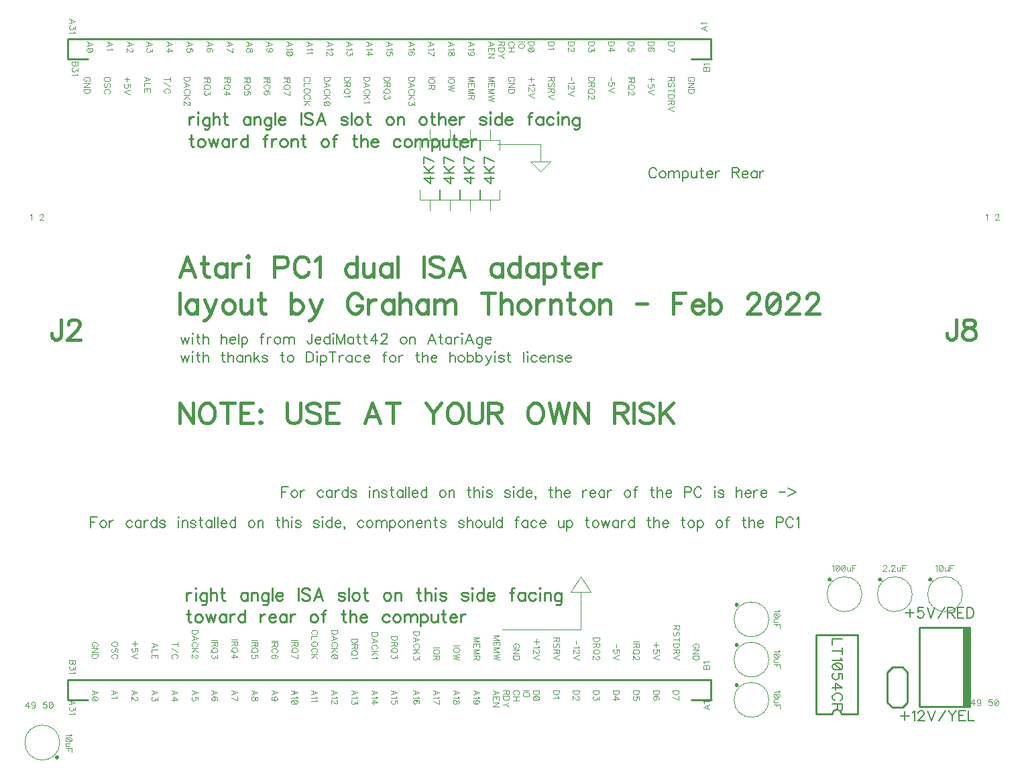
<source format=gbr>
G04 DipTrace 4.0.0.5*
G04 TopSilk.gbr*
%MOIN*%
G04 #@! TF.FileFunction,Legend,Top*
G04 #@! TF.Part,Single*
%ADD10C,0.009843*%
%ADD13C,0.004724*%
%ADD17C,0.001312*%
%ADD55C,0.00772*%
%ADD56C,0.015439*%
%ADD57C,0.004632*%
%ADD58C,0.009264*%
%FSLAX26Y26*%
G04*
G70*
G90*
G75*
G01*
G04 TopSilk*
%LPD*%
X4757086Y1243700D2*
D13*
G02X4757086Y1243700I86614J0D01*
G01*
G36*
X4760642Y1316915D2*
X4760726Y1318200D1*
X4760978Y1319463D1*
X4761391Y1320682D1*
X4761961Y1321836D1*
X4762676Y1322907D1*
X4763525Y1323875D1*
X4764493Y1324724D1*
X4765564Y1325439D1*
X4766718Y1326009D1*
X4767937Y1326422D1*
X4769200Y1326674D1*
X4770485Y1326758D1*
X4771769Y1326674D1*
X4773032Y1326422D1*
X4774251Y1326009D1*
X4775406Y1325439D1*
X4776477Y1324724D1*
X4777444Y1323875D1*
X4778293Y1322907D1*
X4779009Y1321836D1*
X4779578Y1320682D1*
X4779992Y1319463D1*
X4780243Y1318200D1*
X4780327Y1316915D1*
D1*
X4780243Y1315631D1*
X4779992Y1314368D1*
X4779578Y1313149D1*
X4779009Y1311994D1*
X4778293Y1310923D1*
X4777444Y1309956D1*
X4776477Y1309107D1*
X4775406Y1308391D1*
X4774251Y1307822D1*
X4773032Y1307408D1*
X4771769Y1307157D1*
X4770485Y1307073D1*
X4769200Y1307157D1*
X4767937Y1307408D1*
X4766718Y1307822D1*
X4765564Y1308391D1*
X4764493Y1309107D1*
X4763525Y1309956D1*
X4762676Y1310923D1*
X4761961Y1311994D1*
X4761391Y1313149D1*
X4760978Y1314368D1*
X4760726Y1315631D1*
X4760642Y1316915D1*
D1*
G37*
X3930840Y818650D2*
D10*
Y718750D1*
X731560Y818650D2*
Y718750D1*
X3930840Y818650D2*
X731560D1*
X831200Y718700D2*
X731560Y718650D1*
X3931200Y718700D2*
X3831560Y718650D1*
X5215747Y1078050D2*
X4965747D1*
Y684350D1*
X5215747D1*
Y1078050D1*
X5207447D2*
Y684350D1*
X5201422Y1078050D2*
Y684350D1*
X5195397Y1078050D2*
Y684350D1*
X5187523Y1078050D2*
Y684350D1*
X4453834Y646850D2*
Y1040550D1*
X4658566D2*
X4453834D1*
X4658566Y646850D2*
Y1040550D1*
Y646850D2*
X4579826D1*
X4453834D2*
X4532574D1*
X4579826D2*
G03X4532574Y646850I-23626J-4D01*
G01*
X4507086Y1243700D2*
D13*
G02X4507086Y1243700I86614J0D01*
G01*
G36*
X4510642Y1316915D2*
X4510726Y1318200D1*
X4510978Y1319463D1*
X4511391Y1320682D1*
X4511961Y1321836D1*
X4512676Y1322907D1*
X4513525Y1323875D1*
X4514493Y1324724D1*
X4515564Y1325439D1*
X4516718Y1326009D1*
X4517937Y1326422D1*
X4519200Y1326674D1*
X4520485Y1326758D1*
X4521769Y1326674D1*
X4523032Y1326422D1*
X4524251Y1326009D1*
X4525406Y1325439D1*
X4526477Y1324724D1*
X4527444Y1323875D1*
X4528293Y1322907D1*
X4529009Y1321836D1*
X4529578Y1320682D1*
X4529992Y1319463D1*
X4530243Y1318200D1*
X4530327Y1316915D1*
D1*
X4530243Y1315631D1*
X4529992Y1314368D1*
X4529578Y1313149D1*
X4529009Y1311994D1*
X4528293Y1310923D1*
X4527444Y1309956D1*
X4526477Y1309107D1*
X4525406Y1308391D1*
X4524251Y1307822D1*
X4523032Y1307408D1*
X4521769Y1307157D1*
X4520485Y1307073D1*
X4519200Y1307157D1*
X4517937Y1307408D1*
X4516718Y1307822D1*
X4515564Y1308391D1*
X4514493Y1309107D1*
X4513525Y1309956D1*
X4512676Y1310923D1*
X4511961Y1311994D1*
X4511391Y1313149D1*
X4510978Y1314368D1*
X4510726Y1315631D1*
X4510642Y1316915D1*
D1*
G37*
X4906200Y706200D2*
D10*
Y856200D1*
X4881200Y881200D1*
X4831200D1*
X4806200Y856200D2*
X4831200Y881200D1*
X4806200Y706200D2*
Y856200D1*
X4831200Y681200D2*
X4806200Y706200D1*
X4881200Y681200D2*
X4831200D1*
X4881200D2*
X4906200Y706200D1*
X4044586Y918700D2*
D13*
G02X4044586Y918700I86614J0D01*
G01*
G36*
X4048142Y991915D2*
X4048226Y993200D1*
X4048478Y994463D1*
X4048891Y995682D1*
X4049461Y996836D1*
X4050176Y997907D1*
X4051025Y998875D1*
X4051993Y999724D1*
X4053064Y1000439D1*
X4054218Y1001009D1*
X4055437Y1001422D1*
X4056700Y1001674D1*
X4057985Y1001758D1*
X4059269Y1001674D1*
X4060532Y1001422D1*
X4061751Y1001009D1*
X4062906Y1000439D1*
X4063977Y999724D1*
X4064944Y998875D1*
X4065793Y997907D1*
X4066509Y996836D1*
X4067078Y995682D1*
X4067492Y994463D1*
X4067743Y993200D1*
X4067827Y991915D1*
D1*
X4067743Y990631D1*
X4067492Y989368D1*
X4067078Y988149D1*
X4066509Y986994D1*
X4065793Y985923D1*
X4064944Y984956D1*
X4063977Y984107D1*
X4062906Y983391D1*
X4061751Y982822D1*
X4060532Y982408D1*
X4059269Y982157D1*
X4057985Y982073D1*
X4056700Y982157D1*
X4055437Y982408D1*
X4054218Y982822D1*
X4053064Y983391D1*
X4051993Y984107D1*
X4051025Y984956D1*
X4050176Y985923D1*
X4049461Y986994D1*
X4048891Y988149D1*
X4048478Y989368D1*
X4048226Y990631D1*
X4048142Y991915D1*
D1*
G37*
X4044586Y718700D2*
D13*
G02X4044586Y718700I86614J0D01*
G01*
G36*
X4048142Y791915D2*
X4048226Y793200D1*
X4048478Y794463D1*
X4048891Y795682D1*
X4049461Y796836D1*
X4050176Y797907D1*
X4051025Y798875D1*
X4051993Y799724D1*
X4053064Y800439D1*
X4054218Y801009D1*
X4055437Y801422D1*
X4056700Y801674D1*
X4057985Y801758D1*
X4059269Y801674D1*
X4060532Y801422D1*
X4061751Y801009D1*
X4062906Y800439D1*
X4063977Y799724D1*
X4064944Y798875D1*
X4065793Y797907D1*
X4066509Y796836D1*
X4067078Y795682D1*
X4067492Y794463D1*
X4067743Y793200D1*
X4067827Y791915D1*
D1*
X4067743Y790631D1*
X4067492Y789368D1*
X4067078Y788149D1*
X4066509Y786994D1*
X4065793Y785923D1*
X4064944Y784956D1*
X4063977Y784107D1*
X4062906Y783391D1*
X4061751Y782822D1*
X4060532Y782408D1*
X4059269Y782157D1*
X4057985Y782073D1*
X4056700Y782157D1*
X4055437Y782408D1*
X4054218Y782822D1*
X4053064Y783391D1*
X4051993Y784107D1*
X4051025Y784956D1*
X4050176Y785923D1*
X4049461Y786994D1*
X4048891Y788149D1*
X4048478Y789368D1*
X4048226Y790631D1*
X4048142Y791915D1*
D1*
G37*
X4044586Y1118700D2*
D13*
G02X4044586Y1118700I86614J0D01*
G01*
G36*
X4048142Y1191915D2*
X4048226Y1193200D1*
X4048478Y1194463D1*
X4048891Y1195682D1*
X4049461Y1196836D1*
X4050176Y1197907D1*
X4051025Y1198875D1*
X4051993Y1199724D1*
X4053064Y1200439D1*
X4054218Y1201009D1*
X4055437Y1201422D1*
X4056700Y1201674D1*
X4057985Y1201758D1*
X4059269Y1201674D1*
X4060532Y1201422D1*
X4061751Y1201009D1*
X4062906Y1200439D1*
X4063977Y1199724D1*
X4064944Y1198875D1*
X4065793Y1197907D1*
X4066509Y1196836D1*
X4067078Y1195682D1*
X4067492Y1194463D1*
X4067743Y1193200D1*
X4067827Y1191915D1*
D1*
X4067743Y1190631D1*
X4067492Y1189368D1*
X4067078Y1188149D1*
X4066509Y1186994D1*
X4065793Y1185923D1*
X4064944Y1184956D1*
X4063977Y1184107D1*
X4062906Y1183391D1*
X4061751Y1182822D1*
X4060532Y1182408D1*
X4059269Y1182157D1*
X4057985Y1182073D1*
X4056700Y1182157D1*
X4055437Y1182408D1*
X4054218Y1182822D1*
X4053064Y1183391D1*
X4051993Y1184107D1*
X4051025Y1184956D1*
X4050176Y1185923D1*
X4049461Y1186994D1*
X4048891Y1188149D1*
X4048478Y1189368D1*
X4048226Y1190631D1*
X4048142Y1191915D1*
D1*
G37*
X519586Y506200D2*
D13*
G02X519586Y506200I86614J0D01*
G01*
G36*
X689258Y432985D2*
X689174Y431700D1*
X688922Y430437D1*
X688509Y429218D1*
X687939Y428064D1*
X687224Y426993D1*
X686375Y426025D1*
X685407Y425176D1*
X684336Y424461D1*
X683182Y423891D1*
X681963Y423478D1*
X680700Y423226D1*
X679415Y423142D1*
X678131Y423226D1*
X676868Y423478D1*
X675649Y423891D1*
X674494Y424461D1*
X673423Y425176D1*
X672456Y426025D1*
X671607Y426993D1*
X670891Y428064D1*
X670322Y429218D1*
X669908Y430437D1*
X669657Y431700D1*
X669573Y432985D1*
D1*
X669657Y434269D1*
X669908Y435532D1*
X670322Y436751D1*
X670891Y437906D1*
X671607Y438977D1*
X672456Y439944D1*
X673423Y440793D1*
X674494Y441509D1*
X675649Y442078D1*
X676868Y442492D1*
X678131Y442743D1*
X679415Y442827D1*
X680700Y442743D1*
X681963Y442492D1*
X683182Y442078D1*
X684336Y441509D1*
X685407Y440793D1*
X686375Y439944D1*
X687224Y438977D1*
X687939Y437906D1*
X688509Y436751D1*
X688922Y435532D1*
X689174Y434269D1*
X689258Y432985D1*
D1*
G37*
X5007086Y1243700D2*
D13*
G02X5007086Y1243700I86614J0D01*
G01*
G36*
X5010642Y1316915D2*
X5010726Y1318200D1*
X5010978Y1319463D1*
X5011391Y1320682D1*
X5011961Y1321836D1*
X5012676Y1322907D1*
X5013525Y1323875D1*
X5014493Y1324724D1*
X5015564Y1325439D1*
X5016718Y1326009D1*
X5017937Y1326422D1*
X5019200Y1326674D1*
X5020485Y1326758D1*
X5021769Y1326674D1*
X5023032Y1326422D1*
X5024251Y1326009D1*
X5025406Y1325439D1*
X5026477Y1324724D1*
X5027444Y1323875D1*
X5028293Y1322907D1*
X5029009Y1321836D1*
X5029578Y1320682D1*
X5029992Y1319463D1*
X5030243Y1318200D1*
X5030327Y1316915D1*
D1*
X5030243Y1315631D1*
X5029992Y1314368D1*
X5029578Y1313149D1*
X5029009Y1311994D1*
X5028293Y1310923D1*
X5027444Y1309956D1*
X5026477Y1309107D1*
X5025406Y1308391D1*
X5024251Y1307822D1*
X5023032Y1307408D1*
X5021769Y1307157D1*
X5020485Y1307073D1*
X5019200Y1307157D1*
X5017937Y1307408D1*
X5016718Y1307822D1*
X5015564Y1308391D1*
X5014493Y1309107D1*
X5013525Y1309956D1*
X5012676Y1310923D1*
X5011961Y1311994D1*
X5011391Y1313149D1*
X5010978Y1314368D1*
X5010726Y1315631D1*
X5010642Y1316915D1*
D1*
G37*
X2481987Y3254527D2*
D13*
Y3205314D1*
X2580413D1*
Y3254527D1*
X2481987Y3451377D2*
Y3500590D1*
X2580413D1*
Y3451377D1*
X2531200Y3150196D2*
Y3205314D1*
Y3500590D2*
Y3555708D1*
X2581987Y3254527D2*
Y3205314D1*
X2680413D1*
Y3254527D1*
X2581987Y3451377D2*
Y3500590D1*
X2680413D1*
Y3451377D1*
X2631200Y3150196D2*
Y3205314D1*
Y3500590D2*
Y3555708D1*
X2681987Y3254527D2*
Y3205314D1*
X2780413D1*
Y3254527D1*
X2681987Y3451377D2*
Y3500590D1*
X2780413D1*
Y3451377D1*
X2731200Y3150196D2*
Y3205314D1*
Y3500590D2*
Y3555708D1*
X2781987Y3254527D2*
Y3205314D1*
X2880413D1*
Y3254527D1*
X2781987Y3451377D2*
Y3500590D1*
X2880413D1*
Y3451377D1*
X2831200Y3150196D2*
Y3205314D1*
Y3500590D2*
Y3555708D1*
X2893700Y1068700D2*
D17*
X3281200D1*
Y1256200D1*
X3231200D2*
X3331200D1*
X3281200Y1331200D1*
X3231200Y1256200D1*
X3031200Y3393700D2*
X3081200Y3343700D1*
X3131200Y3393700D1*
X3031200D1*
X3081200D2*
Y3481200D1*
X2868700D1*
X3930840Y4006150D2*
D10*
Y3906250D1*
X731560Y4006150D2*
Y3906250D1*
X3930840Y4006150D2*
X731560D1*
X831200Y3906200D2*
X731560Y3906150D1*
X3931200Y3906200D2*
X3831560Y3906150D1*
X699283Y2609783D2*
D56*
Y2533290D1*
X694530Y2518920D1*
X689666Y2514166D1*
X680160Y2509303D1*
X670543D1*
X661037Y2514166D1*
X656283Y2518920D1*
X651420Y2533290D1*
Y2542796D1*
X735025Y2585796D2*
Y2590549D1*
X739778Y2600166D1*
X744532Y2604919D1*
X754149Y2609672D1*
X773272D1*
X782778Y2604919D1*
X787531Y2600166D1*
X792395Y2590549D1*
Y2581042D1*
X787531Y2571426D1*
X778025Y2557166D1*
X730162Y2509303D1*
X797148D1*
X5149283Y2609783D2*
Y2533290D1*
X5144530Y2518920D1*
X5139666Y2514166D1*
X5130160Y2509303D1*
X5120543D1*
X5111037Y2514166D1*
X5106283Y2518920D1*
X5101420Y2533290D1*
Y2542796D1*
X5204038Y2609672D2*
X5189778Y2604919D1*
X5184915Y2595413D1*
Y2585796D1*
X5189778Y2576289D1*
X5199285Y2571426D1*
X5218408Y2566672D1*
X5232778Y2561919D1*
X5242284Y2552302D1*
X5247038Y2542796D1*
Y2528426D1*
X5242284Y2518920D1*
X5237531Y2514056D1*
X5223161Y2509303D1*
X5204038D1*
X5189778Y2514056D1*
X5184915Y2518920D1*
X5180162Y2528426D1*
Y2542796D1*
X5184915Y2552302D1*
X5194532Y2561919D1*
X5208791Y2566672D1*
X5227914Y2571426D1*
X5237531Y2576289D1*
X5242284Y2585796D1*
Y2595413D1*
X5237531Y2604919D1*
X5223161Y2609672D1*
X5204038D1*
X546016Y3127755D2*
D57*
X548901Y3129214D1*
X553212Y3133492D1*
Y3103381D1*
X593095Y3126329D2*
Y3127755D1*
X594521Y3130640D1*
X595947Y3132066D1*
X598832Y3133492D1*
X604569D1*
X607421Y3132066D1*
X608847Y3130640D1*
X610306Y3127755D1*
Y3124903D1*
X608847Y3122018D1*
X605995Y3117740D1*
X591636Y3103381D1*
X611732D1*
X535375Y678381D2*
Y708492D1*
X521016Y688429D1*
X542538D1*
X570471Y698477D2*
X569012Y694166D1*
X566160Y691281D1*
X561849Y689855D1*
X560423D1*
X556112Y691281D1*
X553261Y694166D1*
X551801Y698477D1*
Y699903D1*
X553261Y704214D1*
X556112Y707066D1*
X560423Y708492D1*
X561849D1*
X566160Y707066D1*
X569012Y704214D1*
X570471Y698477D1*
Y691281D1*
X569012Y684118D1*
X566160Y679807D1*
X561849Y678381D1*
X558997D1*
X554686Y679807D1*
X553261Y682692D1*
X626107Y708492D2*
X611781D1*
X610355Y695592D1*
X611781Y697018D1*
X616092Y698477D1*
X620370D1*
X624681Y697018D1*
X627566Y694166D1*
X628992Y689855D1*
Y687003D1*
X627566Y682692D1*
X624681Y679807D1*
X620370Y678381D1*
X616092D1*
X611781Y679807D1*
X610355Y681266D1*
X608896Y684118D1*
X646877Y708492D2*
X642566Y707066D1*
X639681Y702755D1*
X638255Y695592D1*
Y691281D1*
X639681Y684118D1*
X642566Y679807D1*
X646877Y678381D1*
X649729D1*
X654040Y679807D1*
X656892Y684118D1*
X658351Y691281D1*
Y695592D1*
X656892Y702755D1*
X654040Y707066D1*
X649729Y708492D1*
X646877D1*
X656892Y702755D2*
X639681Y684118D1*
X5296016Y3127755D2*
X5298901Y3129214D1*
X5303212Y3133492D1*
Y3103381D1*
X5343095Y3126329D2*
Y3127755D1*
X5344521Y3130640D1*
X5345947Y3132066D1*
X5348832Y3133492D1*
X5354569D1*
X5357421Y3132066D1*
X5358847Y3130640D1*
X5360306Y3127755D1*
Y3124903D1*
X5358847Y3122018D1*
X5355995Y3117740D1*
X5341636Y3103381D1*
X5361732D1*
X5235375Y690881D2*
Y720992D1*
X5221016Y700929D1*
X5242538D1*
X5270471Y710977D2*
X5269012Y706666D1*
X5266160Y703781D1*
X5261849Y702355D1*
X5260423D1*
X5256112Y703781D1*
X5253261Y706666D1*
X5251801Y710977D1*
Y712403D1*
X5253261Y716714D1*
X5256112Y719566D1*
X5260423Y720992D1*
X5261849D1*
X5266160Y719566D1*
X5269012Y716714D1*
X5270471Y710977D1*
Y703781D1*
X5269012Y696618D1*
X5266160Y692307D1*
X5261849Y690881D1*
X5258997D1*
X5254686Y692307D1*
X5253261Y695192D1*
X5326107Y720992D2*
X5311781D1*
X5310355Y708092D1*
X5311781Y709518D1*
X5316092Y710977D1*
X5320370D1*
X5324681Y709518D1*
X5327566Y706666D1*
X5328992Y702355D1*
Y699503D1*
X5327566Y695192D1*
X5324681Y692307D1*
X5320370Y690881D1*
X5316092D1*
X5311781Y692307D1*
X5310355Y693766D1*
X5308896Y696618D1*
X5346877Y720992D2*
X5342566Y719566D1*
X5339681Y715255D1*
X5338255Y708092D1*
Y703781D1*
X5339681Y696618D1*
X5342566Y692307D1*
X5346877Y690881D1*
X5349729D1*
X5354040Y692307D1*
X5356892Y696618D1*
X5358351Y703781D1*
Y708092D1*
X5356892Y715255D1*
X5354040Y719566D1*
X5349729Y720992D1*
X5346877D1*
X5356892Y715255D2*
X5339681Y696618D1*
X3658430Y3352303D2*
D55*
X3656053Y3357056D1*
X3651245Y3361865D1*
X3646492Y3364241D1*
X3636930D1*
X3632121Y3361865D1*
X3627368Y3357056D1*
X3624936Y3352303D1*
X3622560Y3345118D1*
Y3333125D1*
X3624936Y3325995D1*
X3627368Y3321186D1*
X3632121Y3316433D1*
X3636930Y3314001D1*
X3646492D1*
X3651245Y3316433D1*
X3656053Y3321186D1*
X3658430Y3325995D1*
X3685807Y3347495D2*
X3681054Y3345118D1*
X3676246Y3340310D1*
X3673869Y3333125D1*
Y3328371D1*
X3676246Y3321186D1*
X3681054Y3316433D1*
X3685807Y3314001D1*
X3692992D1*
X3697801Y3316433D1*
X3702554Y3321186D1*
X3704986Y3328371D1*
Y3333125D1*
X3702554Y3340310D1*
X3697801Y3345118D1*
X3692992Y3347495D1*
X3685807D1*
X3720425D2*
Y3314001D1*
Y3337933D2*
X3727610Y3345118D1*
X3732418Y3347495D1*
X3739548D1*
X3744357Y3345118D1*
X3746733Y3337933D1*
Y3314001D1*
Y3337933D2*
X3753918Y3345118D1*
X3758727Y3347495D1*
X3765857D1*
X3770665Y3345118D1*
X3773097Y3337933D1*
Y3314001D1*
X3788536Y3347495D2*
Y3297255D1*
Y3340310D2*
X3793345Y3345063D1*
X3798098Y3347495D1*
X3805283D1*
X3810091Y3345063D1*
X3814844Y3340310D1*
X3817276Y3333125D1*
Y3328316D1*
X3814844Y3321186D1*
X3810091Y3316378D1*
X3805283Y3314001D1*
X3798098D1*
X3793345Y3316378D1*
X3788536Y3321186D1*
X3832715Y3347495D2*
Y3323563D1*
X3835092Y3316433D1*
X3839901Y3314001D1*
X3847086D1*
X3851839Y3316433D1*
X3859024Y3323563D1*
Y3347495D2*
Y3314001D1*
X3881648Y3364241D2*
Y3323563D1*
X3884025Y3316433D1*
X3888833Y3314001D1*
X3893586D1*
X3874463Y3347495D2*
X3891210D1*
X3909026Y3333125D2*
X3937710D1*
Y3337933D1*
X3935334Y3342741D1*
X3932957Y3345118D1*
X3928149Y3347495D1*
X3920964D1*
X3916211Y3345118D1*
X3911402Y3340310D1*
X3909026Y3333125D1*
Y3328371D1*
X3911402Y3321186D1*
X3916211Y3316433D1*
X3920964Y3314001D1*
X3928149D1*
X3932957Y3316433D1*
X3937710Y3321186D1*
X3953150Y3347495D2*
Y3314001D1*
Y3333125D2*
X3955582Y3340310D1*
X3960335Y3345118D1*
X3965143Y3347495D1*
X3972328D1*
X4036368Y3340310D2*
X4057868D1*
X4065053Y3342741D1*
X4067485Y3345118D1*
X4069862Y3349871D1*
Y3354680D1*
X4067485Y3359433D1*
X4065053Y3361865D1*
X4057868Y3364241D1*
X4036368D1*
Y3314001D1*
X4053115Y3340310D2*
X4069862Y3314001D1*
X4085301Y3333125D2*
X4113986D1*
Y3337933D1*
X4111609Y3342741D1*
X4109233Y3345118D1*
X4104424Y3347495D1*
X4097239D1*
X4092486Y3345118D1*
X4087678Y3340310D1*
X4085301Y3333125D1*
Y3328371D1*
X4087678Y3321186D1*
X4092486Y3316433D1*
X4097239Y3314001D1*
X4104424D1*
X4109233Y3316433D1*
X4113986Y3321186D1*
X4158110Y3347495D2*
Y3314001D1*
Y3340310D2*
X4153357Y3345118D1*
X4148548Y3347495D1*
X4141419D1*
X4136610Y3345118D1*
X4131857Y3340310D1*
X4129425Y3333125D1*
Y3328371D1*
X4131857Y3321186D1*
X4136610Y3316433D1*
X4141419Y3314001D1*
X4148548D1*
X4153357Y3316433D1*
X4158110Y3321186D1*
X4173549Y3347495D2*
Y3314001D1*
Y3333125D2*
X4175981Y3340310D1*
X4180734Y3345118D1*
X4185543Y3347495D1*
X4192728D1*
X1336619Y3617328D2*
D58*
Y3577136D1*
Y3600084D2*
X1339537Y3608706D1*
X1345241Y3614476D1*
X1351011Y3617328D1*
X1359633D1*
X1378161Y3637424D2*
X1381012Y3634572D1*
X1383931Y3637424D1*
X1381012Y3640343D1*
X1378161Y3637424D1*
X1381012Y3617328D2*
Y3577136D1*
X1436880Y3614476D2*
Y3568514D1*
X1434028Y3559959D1*
X1431176Y3557040D1*
X1425406Y3554188D1*
X1416784D1*
X1411080Y3557040D1*
X1436880Y3605854D2*
X1431176Y3611558D1*
X1425406Y3614476D1*
X1416784D1*
X1411080Y3611558D1*
X1405310Y3605854D1*
X1402458Y3597232D1*
Y3591462D1*
X1405310Y3582907D1*
X1411080Y3577136D1*
X1416784Y3574284D1*
X1425406D1*
X1431176Y3577136D1*
X1436880Y3582907D1*
X1455407Y3637424D2*
Y3577136D1*
Y3605854D2*
X1464029Y3614476D1*
X1469799Y3617328D1*
X1478421D1*
X1484125Y3614476D1*
X1486977Y3605854D1*
Y3577136D1*
X1514126Y3637424D2*
Y3588610D1*
X1516978Y3580055D1*
X1522748Y3577136D1*
X1528452D1*
X1505504Y3617328D2*
X1525600D1*
X1639722D2*
Y3577136D1*
Y3608706D2*
X1634018Y3614476D1*
X1628248Y3617328D1*
X1619692D1*
X1613922Y3614476D1*
X1608218Y3608706D1*
X1605300Y3600084D1*
Y3594380D1*
X1608218Y3585758D1*
X1613922Y3580055D1*
X1619692Y3577136D1*
X1628248D1*
X1634018Y3580055D1*
X1639722Y3585758D1*
X1658249Y3617328D2*
Y3577136D1*
Y3605854D2*
X1666871Y3614476D1*
X1672641Y3617328D1*
X1681197D1*
X1686967Y3614476D1*
X1689819Y3605854D1*
Y3577136D1*
X1742768Y3614476D2*
Y3568514D1*
X1739916Y3559959D1*
X1737064Y3557040D1*
X1731294Y3554188D1*
X1722672D1*
X1716968Y3557040D1*
X1742768Y3605854D2*
X1737064Y3611558D1*
X1731294Y3614476D1*
X1722672D1*
X1716968Y3611558D1*
X1711198Y3605854D1*
X1708346Y3597232D1*
Y3591462D1*
X1711198Y3582907D1*
X1716968Y3577136D1*
X1722672Y3574284D1*
X1731294D1*
X1737064Y3577136D1*
X1742768Y3582907D1*
X1761295Y3637424D2*
Y3577136D1*
X1779822Y3600084D2*
X1814244D1*
Y3605854D1*
X1811392Y3611625D1*
X1808540Y3614476D1*
X1802770Y3617328D1*
X1794148D1*
X1788444Y3614476D1*
X1782674Y3608706D1*
X1779822Y3600084D1*
Y3594380D1*
X1782674Y3585758D1*
X1788444Y3580055D1*
X1794148Y3577136D1*
X1802770D1*
X1808540Y3580055D1*
X1814244Y3585758D1*
X1891092Y3637424D2*
Y3577136D1*
X1949811Y3628802D2*
X1944107Y3634572D1*
X1935485Y3637424D1*
X1924011D1*
X1915389Y3634572D1*
X1909619Y3628802D1*
Y3623099D1*
X1912537Y3617328D1*
X1915389Y3614476D1*
X1921093Y3611625D1*
X1938337Y3605854D1*
X1944107Y3603003D1*
X1946959Y3600084D1*
X1949811Y3594380D1*
Y3585758D1*
X1944107Y3580055D1*
X1935485Y3577136D1*
X1924011D1*
X1915389Y3580055D1*
X1909619Y3585758D1*
X2014300Y3577136D2*
X1991286Y3637424D1*
X1968338Y3577136D1*
X1976960Y3597232D2*
X2005678D1*
X2122719Y3608706D2*
X2119867Y3614476D1*
X2111245Y3617328D1*
X2102623D1*
X2094001Y3614476D1*
X2091149Y3608706D1*
X2094001Y3603003D1*
X2099771Y3600084D1*
X2114097Y3597232D1*
X2119867Y3594380D1*
X2122719Y3588610D1*
Y3585758D1*
X2119867Y3580055D1*
X2111245Y3577136D1*
X2102623D1*
X2094001Y3580055D1*
X2091149Y3585758D1*
X2141246Y3637424D2*
Y3577136D1*
X2174099Y3617328D2*
X2168395Y3614476D1*
X2162625Y3608706D1*
X2159773Y3600084D1*
Y3594380D1*
X2162625Y3585758D1*
X2168395Y3580055D1*
X2174099Y3577136D1*
X2182721D1*
X2188491Y3580055D1*
X2194195Y3585758D1*
X2197113Y3594380D1*
Y3600084D1*
X2194195Y3608706D1*
X2188491Y3614476D1*
X2182721Y3617328D1*
X2174099D1*
X2224262Y3637424D2*
Y3588610D1*
X2227114Y3580055D1*
X2232884Y3577136D1*
X2238588D1*
X2215640Y3617328D2*
X2235736D1*
X2329762D2*
X2324058Y3614476D1*
X2318288Y3608706D1*
X2315436Y3600084D1*
Y3594380D1*
X2318288Y3585758D1*
X2324058Y3580055D1*
X2329762Y3577136D1*
X2338384D1*
X2344154Y3580055D1*
X2349858Y3585758D1*
X2352776Y3594380D1*
Y3600084D1*
X2349858Y3608706D1*
X2344154Y3614476D1*
X2338384Y3617328D1*
X2329762D1*
X2371303D2*
Y3577136D1*
Y3605854D2*
X2379925Y3614476D1*
X2385696Y3617328D1*
X2394251D1*
X2400021Y3614476D1*
X2402873Y3605854D1*
Y3577136D1*
X2494047Y3617328D2*
X2488344Y3614476D1*
X2482574Y3608706D1*
X2479722Y3600084D1*
Y3594380D1*
X2482574Y3585758D1*
X2488344Y3580055D1*
X2494047Y3577136D1*
X2502670D1*
X2508440Y3580055D1*
X2514143Y3585758D1*
X2517062Y3594380D1*
Y3600084D1*
X2514143Y3608706D1*
X2508440Y3614476D1*
X2502670Y3617328D1*
X2494047D1*
X2544211Y3637424D2*
Y3588610D1*
X2547063Y3580055D1*
X2552833Y3577136D1*
X2558537D1*
X2535589Y3617328D2*
X2555685D1*
X2577064Y3637424D2*
Y3577136D1*
Y3605854D2*
X2585686Y3614476D1*
X2591456Y3617328D1*
X2600078D1*
X2605782Y3614476D1*
X2608634Y3605854D1*
Y3577136D1*
X2627161Y3600084D2*
X2661583D1*
Y3605854D1*
X2658731Y3611625D1*
X2655879Y3614476D1*
X2650109Y3617328D1*
X2641487D1*
X2635783Y3614476D1*
X2630013Y3608706D1*
X2627161Y3600084D1*
Y3594380D1*
X2630013Y3585758D1*
X2635783Y3580055D1*
X2641487Y3577136D1*
X2650109D1*
X2655879Y3580055D1*
X2661583Y3585758D1*
X2680110Y3617328D2*
Y3577136D1*
Y3600084D2*
X2683028Y3608706D1*
X2688732Y3614476D1*
X2694502Y3617328D1*
X2703124D1*
X2811542Y3608706D2*
X2808690Y3614476D1*
X2800068Y3617328D1*
X2791446D1*
X2782824Y3614476D1*
X2779972Y3608706D1*
X2782824Y3603003D1*
X2788594Y3600084D1*
X2802920Y3597232D1*
X2808690Y3594380D1*
X2811542Y3588610D1*
Y3585758D1*
X2808690Y3580055D1*
X2800068Y3577136D1*
X2791446D1*
X2782824Y3580055D1*
X2779972Y3585758D1*
X2830069Y3637424D2*
X2832921Y3634572D1*
X2835840Y3637424D1*
X2832921Y3640343D1*
X2830069Y3637424D1*
X2832921Y3617328D2*
Y3577136D1*
X2888788Y3637424D2*
Y3577136D1*
Y3608706D2*
X2883085Y3614476D1*
X2877315Y3617328D1*
X2868692D1*
X2862989Y3614476D1*
X2857219Y3608706D1*
X2854367Y3600084D1*
Y3594380D1*
X2857219Y3585758D1*
X2862989Y3580055D1*
X2868692Y3577136D1*
X2877315D1*
X2883085Y3580055D1*
X2888788Y3585758D1*
X2907316Y3600084D2*
X2941737D1*
Y3605854D1*
X2938886Y3611625D1*
X2936034Y3614476D1*
X2930263Y3617328D1*
X2921641D1*
X2915938Y3614476D1*
X2910167Y3608706D1*
X2907316Y3600084D1*
Y3594380D1*
X2910167Y3585758D1*
X2915938Y3580055D1*
X2921641Y3577136D1*
X2930263D1*
X2936034Y3580055D1*
X2941737Y3585758D1*
X3041534Y3637424D2*
X3035830D1*
X3030060Y3634572D1*
X3027208Y3625950D1*
Y3577136D1*
X3018586Y3617328D2*
X3038682D1*
X3094483D2*
Y3577136D1*
Y3608706D2*
X3088779Y3614476D1*
X3083009Y3617328D1*
X3074453D1*
X3068683Y3614476D1*
X3062979Y3608706D1*
X3060061Y3600084D1*
Y3594380D1*
X3062979Y3585758D1*
X3068683Y3580055D1*
X3074453Y3577136D1*
X3083009D1*
X3088779Y3580055D1*
X3094483Y3585758D1*
X3147498Y3608706D2*
X3141728Y3614476D1*
X3135958Y3617328D1*
X3127402D1*
X3121632Y3614476D1*
X3115928Y3608706D1*
X3113010Y3600084D1*
Y3594380D1*
X3115928Y3585758D1*
X3121632Y3580055D1*
X3127402Y3577136D1*
X3135958D1*
X3141728Y3580055D1*
X3147498Y3585758D1*
X3166025Y3637424D2*
X3168877Y3634572D1*
X3171795Y3637424D1*
X3168877Y3640343D1*
X3166025Y3637424D1*
X3168877Y3617328D2*
Y3577136D1*
X3190322Y3617328D2*
Y3577136D1*
Y3605854D2*
X3198944Y3614476D1*
X3204714Y3617328D1*
X3213270D1*
X3219040Y3614476D1*
X3221892Y3605854D1*
Y3577136D1*
X3274841Y3614476D2*
Y3568514D1*
X3271989Y3559959D1*
X3269137Y3557040D1*
X3263367Y3554188D1*
X3254745D1*
X3249041Y3557040D1*
X3274841Y3605854D2*
X3269137Y3611558D1*
X3263367Y3614476D1*
X3254745D1*
X3249041Y3611558D1*
X3243271Y3605854D1*
X3240419Y3597232D1*
Y3591462D1*
X3243271Y3582907D1*
X3249041Y3577136D1*
X3254745Y3574284D1*
X3263367D1*
X3269137Y3577136D1*
X3274841Y3582907D1*
X1345241Y3528187D2*
Y3479373D1*
X1348093Y3470818D1*
X1353863Y3467899D1*
X1359567D1*
X1336619Y3508091D2*
X1356715D1*
X1392420D2*
X1386716Y3505239D1*
X1380946Y3499469D1*
X1378094Y3490847D1*
Y3485143D1*
X1380946Y3476521D1*
X1386716Y3470818D1*
X1392420Y3467899D1*
X1401042D1*
X1406812Y3470818D1*
X1412516Y3476521D1*
X1415434Y3485143D1*
Y3490847D1*
X1412516Y3499469D1*
X1406812Y3505239D1*
X1401042Y3508091D1*
X1392420D1*
X1433961D2*
X1445435Y3467899D1*
X1456909Y3508091D1*
X1468383Y3467899D1*
X1479857Y3508091D1*
X1532806D2*
Y3467899D1*
Y3499469D2*
X1527102Y3505239D1*
X1521332Y3508091D1*
X1512776D1*
X1507006Y3505239D1*
X1501303Y3499469D1*
X1498384Y3490847D1*
Y3485143D1*
X1501303Y3476521D1*
X1507006Y3470818D1*
X1512776Y3467899D1*
X1521332D1*
X1527102Y3470818D1*
X1532806Y3476521D1*
X1551333Y3508091D2*
Y3467899D1*
Y3490847D2*
X1554251Y3499469D1*
X1559955Y3505239D1*
X1565725Y3508091D1*
X1574347D1*
X1627296Y3528187D2*
Y3467899D1*
Y3499469D2*
X1621593Y3505239D1*
X1615822Y3508091D1*
X1607200D1*
X1601497Y3505239D1*
X1595726Y3499469D1*
X1592875Y3490847D1*
Y3485143D1*
X1595726Y3476521D1*
X1601497Y3470818D1*
X1607200Y3467899D1*
X1615822D1*
X1621593Y3470818D1*
X1627296Y3476521D1*
X1727093Y3528187D2*
X1721389D1*
X1715619Y3525335D1*
X1712767Y3516713D1*
Y3467899D1*
X1704145Y3508091D2*
X1724241D1*
X1745620D2*
Y3467899D1*
Y3490847D2*
X1748538Y3499469D1*
X1754242Y3505239D1*
X1760012Y3508091D1*
X1768634D1*
X1801487D2*
X1795783Y3505239D1*
X1790013Y3499469D1*
X1787161Y3490847D1*
Y3485143D1*
X1790013Y3476521D1*
X1795783Y3470818D1*
X1801487Y3467899D1*
X1810109D1*
X1815879Y3470818D1*
X1821583Y3476521D1*
X1824501Y3485143D1*
Y3490847D1*
X1821583Y3499469D1*
X1815879Y3505239D1*
X1810109Y3508091D1*
X1801487D1*
X1843028D2*
Y3467899D1*
Y3496617D2*
X1851650Y3505239D1*
X1857420Y3508091D1*
X1865976D1*
X1871746Y3505239D1*
X1874598Y3496617D1*
Y3467899D1*
X1901747Y3528187D2*
Y3479373D1*
X1904599Y3470818D1*
X1910369Y3467899D1*
X1916073D1*
X1893125Y3508091D2*
X1913221D1*
X2007247D2*
X2001543Y3505239D1*
X1995773Y3499469D1*
X1992921Y3490847D1*
Y3485143D1*
X1995773Y3476521D1*
X2001543Y3470818D1*
X2007247Y3467899D1*
X2015869D1*
X2021640Y3470818D1*
X2027343Y3476521D1*
X2030262Y3485143D1*
Y3490847D1*
X2027343Y3499469D1*
X2021640Y3505239D1*
X2015869Y3508091D1*
X2007247D1*
X2071737Y3528187D2*
X2066033D1*
X2060263Y3525335D1*
X2057411Y3516713D1*
Y3467899D1*
X2048789Y3508091D2*
X2068885D1*
X2157207Y3528187D2*
Y3479373D1*
X2160059Y3470818D1*
X2165829Y3467899D1*
X2171533D1*
X2148585Y3508091D2*
X2168681D1*
X2190060Y3528187D2*
Y3467899D1*
Y3496617D2*
X2198682Y3505239D1*
X2204452Y3508091D1*
X2213074D1*
X2218778Y3505239D1*
X2221630Y3496617D1*
Y3467899D1*
X2240157Y3490847D2*
X2274579D1*
Y3496617D1*
X2271727Y3502388D1*
X2268875Y3505239D1*
X2263105Y3508091D1*
X2254483D1*
X2248779Y3505239D1*
X2243009Y3499469D1*
X2240157Y3490847D1*
Y3485143D1*
X2243009Y3476521D1*
X2248779Y3470818D1*
X2254483Y3467899D1*
X2263105D1*
X2268875Y3470818D1*
X2274579Y3476521D1*
X2385915Y3499469D2*
X2380145Y3505239D1*
X2374375Y3508091D1*
X2365819D1*
X2360049Y3505239D1*
X2354345Y3499469D1*
X2351427Y3490847D1*
Y3485143D1*
X2354345Y3476521D1*
X2360049Y3470818D1*
X2365819Y3467899D1*
X2374375D1*
X2380145Y3470818D1*
X2385915Y3476521D1*
X2418768Y3508091D2*
X2413064Y3505239D1*
X2407294Y3499469D1*
X2404442Y3490847D1*
Y3485143D1*
X2407294Y3476521D1*
X2413064Y3470818D1*
X2418768Y3467899D1*
X2427390D1*
X2433160Y3470818D1*
X2438864Y3476521D1*
X2441782Y3485143D1*
Y3490847D1*
X2438864Y3499469D1*
X2433160Y3505239D1*
X2427390Y3508091D1*
X2418768D1*
X2460309D2*
Y3467899D1*
Y3496617D2*
X2468932Y3505239D1*
X2474702Y3508091D1*
X2483257D1*
X2489028Y3505239D1*
X2491879Y3496617D1*
Y3467899D1*
Y3496617D2*
X2500501Y3505239D1*
X2506272Y3508091D1*
X2514827D1*
X2520597Y3505239D1*
X2523516Y3496617D1*
Y3467899D1*
X2542043Y3508091D2*
Y3447803D1*
Y3499469D2*
X2547813Y3505173D1*
X2553517Y3508091D1*
X2562139D1*
X2567909Y3505173D1*
X2573613Y3499469D1*
X2576531Y3490847D1*
Y3485077D1*
X2573613Y3476521D1*
X2567909Y3470751D1*
X2562139Y3467899D1*
X2553517D1*
X2547813Y3470751D1*
X2542043Y3476521D1*
X2595058Y3508091D2*
Y3479373D1*
X2597910Y3470818D1*
X2603680Y3467899D1*
X2612302D1*
X2618006Y3470818D1*
X2626628Y3479373D1*
Y3508091D2*
Y3467899D1*
X2653777Y3528187D2*
Y3479373D1*
X2656629Y3470818D1*
X2662399Y3467899D1*
X2668103D1*
X2645155Y3508091D2*
X2665251D1*
X2686630Y3490847D2*
X2721052D1*
Y3496617D1*
X2718200Y3502388D1*
X2715348Y3505239D1*
X2709578Y3508091D1*
X2700956D1*
X2695252Y3505239D1*
X2689482Y3499469D1*
X2686630Y3490847D1*
Y3485143D1*
X2689482Y3476521D1*
X2695252Y3470818D1*
X2700956Y3467899D1*
X2709578D1*
X2715348Y3470818D1*
X2721052Y3476521D1*
X2739579Y3508091D2*
Y3467899D1*
Y3490847D2*
X2742497Y3499469D1*
X2748201Y3505239D1*
X2753971Y3508091D1*
X2762593D1*
X1323332Y1253254D2*
Y1213062D1*
Y1236009D2*
X1326250Y1244632D1*
X1331954Y1250402D1*
X1337724Y1253254D1*
X1346346D1*
X1364873Y1273350D2*
X1367725Y1270498D1*
X1370643Y1273350D1*
X1367725Y1276268D1*
X1364873Y1273350D1*
X1367725Y1253254D2*
Y1213062D1*
X1423592Y1250402D2*
Y1204440D1*
X1420740Y1195884D1*
X1417888Y1192966D1*
X1412118Y1190114D1*
X1403496D1*
X1397792Y1192966D1*
X1423592Y1241780D2*
X1417888Y1247483D1*
X1412118Y1250402D1*
X1403496D1*
X1397792Y1247483D1*
X1392022Y1241780D1*
X1389170Y1233158D1*
Y1227387D1*
X1392022Y1218832D1*
X1397792Y1213062D1*
X1403496Y1210210D1*
X1412118D1*
X1417888Y1213062D1*
X1423592Y1218832D1*
X1442119Y1273350D2*
Y1213062D1*
Y1241780D2*
X1450741Y1250402D1*
X1456511Y1253254D1*
X1465134D1*
X1470837Y1250402D1*
X1473689Y1241780D1*
Y1213062D1*
X1500838Y1273350D2*
Y1224536D1*
X1503690Y1215980D1*
X1509460Y1213062D1*
X1515164D1*
X1492216Y1253254D2*
X1512312D1*
X1626434D2*
Y1213062D1*
Y1244632D2*
X1620731Y1250402D1*
X1614960Y1253254D1*
X1606405D1*
X1600635Y1250402D1*
X1594931Y1244632D1*
X1592013Y1236009D1*
Y1230306D1*
X1594931Y1221684D1*
X1600635Y1215980D1*
X1606405Y1213062D1*
X1614960D1*
X1620731Y1215980D1*
X1626434Y1221684D1*
X1644961Y1253254D2*
Y1213062D1*
Y1241780D2*
X1653584Y1250402D1*
X1659354Y1253254D1*
X1667909D1*
X1673680Y1250402D1*
X1676531Y1241780D1*
Y1213062D1*
X1729480Y1250402D2*
Y1204440D1*
X1726628Y1195884D1*
X1723777Y1192966D1*
X1718006Y1190114D1*
X1709384D1*
X1703681Y1192966D1*
X1729480Y1241780D2*
X1723777Y1247483D1*
X1718006Y1250402D1*
X1709384D1*
X1703681Y1247483D1*
X1697910Y1241780D1*
X1695059Y1233158D1*
Y1227387D1*
X1697910Y1218832D1*
X1703681Y1213062D1*
X1709384Y1210210D1*
X1718006D1*
X1723777Y1213062D1*
X1729480Y1218832D1*
X1748007Y1273350D2*
Y1213062D1*
X1766535Y1236009D2*
X1800956D1*
Y1241780D1*
X1798105Y1247550D1*
X1795253Y1250402D1*
X1789483Y1253254D1*
X1780860D1*
X1775157Y1250402D1*
X1769387Y1244632D1*
X1766535Y1236009D1*
Y1230306D1*
X1769387Y1221684D1*
X1775157Y1215980D1*
X1780860Y1213062D1*
X1789483D1*
X1795253Y1215980D1*
X1800956Y1221684D1*
X1877805Y1273350D2*
Y1213062D1*
X1936524Y1264728D2*
X1930820Y1270498D1*
X1922198Y1273350D1*
X1910724D1*
X1902102Y1270498D1*
X1896332Y1264728D1*
Y1259024D1*
X1899250Y1253254D1*
X1902102Y1250402D1*
X1907806Y1247550D1*
X1925050Y1241780D1*
X1930820Y1238928D1*
X1933672Y1236009D1*
X1936524Y1230306D1*
Y1221684D1*
X1930820Y1215980D1*
X1922198Y1213062D1*
X1910724D1*
X1902102Y1215980D1*
X1896332Y1221684D1*
X2001013Y1213062D2*
X1977999Y1273350D1*
X1955051Y1213062D1*
X1963673Y1233158D2*
X1992391D1*
X2109431Y1244632D2*
X2106579Y1250402D1*
X2097957Y1253254D1*
X2089335D1*
X2080713Y1250402D1*
X2077861Y1244632D1*
X2080713Y1238928D1*
X2086483Y1236009D1*
X2100809Y1233158D1*
X2106579Y1230306D1*
X2109431Y1224536D1*
Y1221684D1*
X2106579Y1215980D1*
X2097957Y1213062D1*
X2089335D1*
X2080713Y1215980D1*
X2077861Y1221684D1*
X2127958Y1273350D2*
Y1213062D1*
X2160811Y1253254D2*
X2155108Y1250402D1*
X2149337Y1244632D1*
X2146485Y1236009D1*
Y1230306D1*
X2149337Y1221684D1*
X2155108Y1215980D1*
X2160811Y1213062D1*
X2169433D1*
X2175204Y1215980D1*
X2180907Y1221684D1*
X2183826Y1230306D1*
Y1236009D1*
X2180907Y1244632D1*
X2175204Y1250402D1*
X2169433Y1253254D1*
X2160811D1*
X2210975Y1273350D2*
Y1224536D1*
X2213827Y1215980D1*
X2219597Y1213062D1*
X2225301D1*
X2202353Y1253254D2*
X2222449D1*
X2316475D2*
X2310771Y1250402D1*
X2305001Y1244632D1*
X2302149Y1236009D1*
Y1230306D1*
X2305001Y1221684D1*
X2310771Y1215980D1*
X2316475Y1213062D1*
X2325097D1*
X2330867Y1215980D1*
X2336571Y1221684D1*
X2339489Y1230306D1*
Y1236009D1*
X2336571Y1244632D1*
X2330867Y1250402D1*
X2325097Y1253254D1*
X2316475D1*
X2358016D2*
Y1213062D1*
Y1241780D2*
X2366638Y1250402D1*
X2372408Y1253254D1*
X2380964D1*
X2386734Y1250402D1*
X2389586Y1241780D1*
Y1213062D1*
X2475056Y1273350D2*
Y1224536D1*
X2477908Y1215980D1*
X2483678Y1213062D1*
X2489382D1*
X2466434Y1253254D2*
X2486530D1*
X2507909Y1273350D2*
Y1213062D1*
Y1241780D2*
X2516531Y1250402D1*
X2522301Y1253254D1*
X2530923D1*
X2536627Y1250402D1*
X2539479Y1241780D1*
Y1213062D1*
X2558006Y1273350D2*
X2560858Y1270498D1*
X2563776Y1273350D1*
X2560858Y1276268D1*
X2558006Y1273350D1*
X2560858Y1253254D2*
Y1213062D1*
X2613873Y1244632D2*
X2611022Y1250402D1*
X2602400Y1253254D1*
X2593777D1*
X2585155Y1250402D1*
X2582304Y1244632D1*
X2585155Y1238928D1*
X2590926Y1236009D1*
X2605251Y1233158D1*
X2611022Y1230306D1*
X2613873Y1224536D1*
Y1221684D1*
X2611022Y1215980D1*
X2602400Y1213062D1*
X2593777D1*
X2585155Y1215980D1*
X2582304Y1221684D1*
X2722292Y1244632D2*
X2719440Y1250402D1*
X2710818Y1253254D1*
X2702196D1*
X2693574Y1250402D1*
X2690722Y1244632D1*
X2693574Y1238928D1*
X2699344Y1236009D1*
X2713670Y1233158D1*
X2719440Y1230306D1*
X2722292Y1224536D1*
Y1221684D1*
X2719440Y1215980D1*
X2710818Y1213062D1*
X2702196D1*
X2693574Y1215980D1*
X2690722Y1221684D1*
X2740819Y1273350D2*
X2743671Y1270498D1*
X2746589Y1273350D1*
X2743671Y1276268D1*
X2740819Y1273350D1*
X2743671Y1253254D2*
Y1213062D1*
X2799538Y1273350D2*
Y1213062D1*
Y1244632D2*
X2793834Y1250402D1*
X2788064Y1253254D1*
X2779442D1*
X2773738Y1250402D1*
X2767968Y1244632D1*
X2765116Y1236009D1*
Y1230306D1*
X2767968Y1221684D1*
X2773738Y1215980D1*
X2779442Y1213062D1*
X2788064D1*
X2793834Y1215980D1*
X2799538Y1221684D1*
X2818065Y1236009D2*
X2852487D1*
Y1241780D1*
X2849635Y1247550D1*
X2846783Y1250402D1*
X2841013Y1253254D1*
X2832391D1*
X2826687Y1250402D1*
X2820917Y1244632D1*
X2818065Y1236009D1*
Y1230306D1*
X2820917Y1221684D1*
X2826687Y1215980D1*
X2832391Y1213062D1*
X2841013D1*
X2846783Y1215980D1*
X2852487Y1221684D1*
X2952283Y1273350D2*
X2946579D1*
X2940809Y1270498D1*
X2937957Y1261876D1*
Y1213062D1*
X2929335Y1253254D2*
X2949431D1*
X3005232D2*
Y1213062D1*
Y1244632D2*
X2999528Y1250402D1*
X2993758Y1253254D1*
X2985202D1*
X2979432Y1250402D1*
X2973728Y1244632D1*
X2970810Y1236009D1*
Y1230306D1*
X2973728Y1221684D1*
X2979432Y1215980D1*
X2985202Y1213062D1*
X2993758D1*
X2999528Y1215980D1*
X3005232Y1221684D1*
X3058247Y1244632D2*
X3052477Y1250402D1*
X3046707Y1253254D1*
X3038151D1*
X3032381Y1250402D1*
X3026677Y1244632D1*
X3023759Y1236009D1*
Y1230306D1*
X3026677Y1221684D1*
X3032381Y1215980D1*
X3038151Y1213062D1*
X3046707D1*
X3052477Y1215980D1*
X3058247Y1221684D1*
X3076774Y1273350D2*
X3079626Y1270498D1*
X3082544Y1273350D1*
X3079626Y1276268D1*
X3076774Y1273350D1*
X3079626Y1253254D2*
Y1213062D1*
X3101072Y1253254D2*
Y1213062D1*
Y1241780D2*
X3109694Y1250402D1*
X3115464Y1253254D1*
X3124020D1*
X3129790Y1250402D1*
X3132642Y1241780D1*
Y1213062D1*
X3185591Y1250402D2*
Y1204440D1*
X3182739Y1195884D1*
X3179887Y1192966D1*
X3174117Y1190114D1*
X3165495D1*
X3159791Y1192966D1*
X3185591Y1241780D2*
X3179887Y1247483D1*
X3174117Y1250402D1*
X3165495D1*
X3159791Y1247483D1*
X3154021Y1241780D1*
X3151169Y1233158D1*
Y1227387D1*
X3154021Y1218832D1*
X3159791Y1213062D1*
X3165495Y1210210D1*
X3174117D1*
X3179887Y1213062D1*
X3185591Y1218832D1*
X1331954Y1164113D2*
Y1115299D1*
X1334806Y1106743D1*
X1340576Y1103825D1*
X1346280D1*
X1323332Y1144017D2*
X1343428D1*
X1379133D2*
X1373429Y1141165D1*
X1367659Y1135395D1*
X1364807Y1126773D1*
Y1121069D1*
X1367659Y1112447D1*
X1373429Y1106743D1*
X1379133Y1103825D1*
X1387755D1*
X1393525Y1106743D1*
X1399229Y1112447D1*
X1402147Y1121069D1*
Y1126773D1*
X1399229Y1135395D1*
X1393525Y1141165D1*
X1387755Y1144017D1*
X1379133D1*
X1420674D2*
X1432148Y1103825D1*
X1443622Y1144017D1*
X1455096Y1103825D1*
X1466570Y1144017D1*
X1519519D2*
Y1103825D1*
Y1135395D2*
X1513815Y1141165D1*
X1508045Y1144017D1*
X1499489D1*
X1493719Y1141165D1*
X1488015Y1135395D1*
X1485097Y1126773D1*
Y1121069D1*
X1488015Y1112447D1*
X1493719Y1106743D1*
X1499489Y1103825D1*
X1508045D1*
X1513815Y1106743D1*
X1519519Y1112447D1*
X1538046Y1144017D2*
Y1103825D1*
Y1126773D2*
X1540964Y1135395D1*
X1546668Y1141165D1*
X1552438Y1144017D1*
X1561060D1*
X1614009Y1164113D2*
Y1103825D1*
Y1135395D2*
X1608305Y1141165D1*
X1602535Y1144017D1*
X1593913D1*
X1588209Y1141165D1*
X1582439Y1135395D1*
X1579587Y1126773D1*
Y1121069D1*
X1582439Y1112447D1*
X1588209Y1106743D1*
X1593913Y1103825D1*
X1602535D1*
X1608305Y1106743D1*
X1614009Y1112447D1*
X1690857Y1144017D2*
Y1103825D1*
Y1126773D2*
X1693776Y1135395D1*
X1699479Y1141165D1*
X1705249Y1144017D1*
X1713872D1*
X1732399Y1126773D2*
X1766820D1*
Y1132543D1*
X1763969Y1138313D1*
X1761117Y1141165D1*
X1755347Y1144017D1*
X1746724D1*
X1741021Y1141165D1*
X1735251Y1135395D1*
X1732399Y1126773D1*
Y1121069D1*
X1735251Y1112447D1*
X1741021Y1106743D1*
X1746724Y1103825D1*
X1755347D1*
X1761117Y1106743D1*
X1766820Y1112447D1*
X1819769Y1144017D2*
Y1103825D1*
Y1135395D2*
X1814066Y1141165D1*
X1808296Y1144017D1*
X1799740D1*
X1793970Y1141165D1*
X1788266Y1135395D1*
X1785348Y1126773D1*
Y1121069D1*
X1788266Y1112447D1*
X1793970Y1106743D1*
X1799740Y1103825D1*
X1808296D1*
X1814066Y1106743D1*
X1819769Y1112447D1*
X1838297Y1144017D2*
Y1103825D1*
Y1126773D2*
X1841215Y1135395D1*
X1846919Y1141165D1*
X1852689Y1144017D1*
X1861311D1*
X1952485D2*
X1946781Y1141165D1*
X1941011Y1135395D1*
X1938159Y1126773D1*
Y1121069D1*
X1941011Y1112447D1*
X1946781Y1106743D1*
X1952485Y1103825D1*
X1961107D1*
X1966877Y1106743D1*
X1972581Y1112447D1*
X1975499Y1121069D1*
Y1126773D1*
X1972581Y1135395D1*
X1966877Y1141165D1*
X1961107Y1144017D1*
X1952485D1*
X2016974Y1164113D2*
X2011270D1*
X2005500Y1161261D1*
X2002648Y1152639D1*
Y1103825D1*
X1994026Y1144017D2*
X2014122D1*
X2102444Y1164113D2*
Y1115299D1*
X2105296Y1106743D1*
X2111066Y1103825D1*
X2116770D1*
X2093822Y1144017D2*
X2113918D1*
X2135297Y1164113D2*
Y1103825D1*
Y1132543D2*
X2143919Y1141165D1*
X2149690Y1144017D1*
X2158312D1*
X2164015Y1141165D1*
X2166867Y1132543D1*
Y1103825D1*
X2185394Y1126773D2*
X2219816D1*
Y1132543D1*
X2216964Y1138313D1*
X2214113Y1141165D1*
X2208342Y1144017D1*
X2199720D1*
X2194017Y1141165D1*
X2188246Y1135395D1*
X2185394Y1126773D1*
Y1121069D1*
X2188246Y1112447D1*
X2194017Y1106743D1*
X2199720Y1103825D1*
X2208342D1*
X2214113Y1106743D1*
X2219816Y1112447D1*
X2331153Y1135395D2*
X2325383Y1141165D1*
X2319612Y1144017D1*
X2311057D1*
X2305287Y1141165D1*
X2299583Y1135395D1*
X2296665Y1126773D1*
Y1121069D1*
X2299583Y1112447D1*
X2305287Y1106743D1*
X2311057Y1103825D1*
X2319612D1*
X2325383Y1106743D1*
X2331153Y1112447D1*
X2364006Y1144017D2*
X2358302Y1141165D1*
X2352532Y1135395D1*
X2349680Y1126773D1*
Y1121069D1*
X2352532Y1112447D1*
X2358302Y1106743D1*
X2364006Y1103825D1*
X2372628D1*
X2378398Y1106743D1*
X2384102Y1112447D1*
X2387020Y1121069D1*
Y1126773D1*
X2384102Y1135395D1*
X2378398Y1141165D1*
X2372628Y1144017D1*
X2364006D1*
X2405547D2*
Y1103825D1*
Y1132543D2*
X2414169Y1141165D1*
X2419939Y1144017D1*
X2428495D1*
X2434265Y1141165D1*
X2437117Y1132543D1*
Y1103825D1*
Y1132543D2*
X2445739Y1141165D1*
X2451509Y1144017D1*
X2460065D1*
X2465835Y1141165D1*
X2468753Y1132543D1*
Y1103825D1*
X2487280Y1144017D2*
Y1083729D1*
Y1135395D2*
X2493051Y1141098D1*
X2498754Y1144017D1*
X2507376D1*
X2513147Y1141098D1*
X2518850Y1135395D1*
X2521769Y1126773D1*
Y1121002D1*
X2518850Y1112447D1*
X2513147Y1106676D1*
X2507376Y1103825D1*
X2498754D1*
X2493051Y1106676D1*
X2487280Y1112447D1*
X2540296Y1144017D2*
Y1115299D1*
X2543148Y1106743D1*
X2548918Y1103825D1*
X2557540D1*
X2563244Y1106743D1*
X2571866Y1115299D1*
Y1144017D2*
Y1103825D1*
X2599015Y1164113D2*
Y1115299D1*
X2601867Y1106743D1*
X2607637Y1103825D1*
X2613341D1*
X2590393Y1144017D2*
X2610489D1*
X2631868Y1126773D2*
X2666290D1*
Y1132543D1*
X2663438Y1138313D1*
X2660586Y1141165D1*
X2654816Y1144017D1*
X2646194D1*
X2640490Y1141165D1*
X2634720Y1135395D1*
X2631868Y1126773D1*
Y1121069D1*
X2634720Y1112447D1*
X2640490Y1106743D1*
X2646194Y1103825D1*
X2654816D1*
X2660586Y1106743D1*
X2666290Y1112447D1*
X2684817Y1144017D2*
Y1103825D1*
Y1126773D2*
X2687735Y1135395D1*
X2693439Y1141165D1*
X2699209Y1144017D1*
X2707831D1*
X1365523Y2821803D2*
D56*
X1327166Y2922283D1*
X1288920Y2821803D1*
X1303290Y2855296D2*
X1351153D1*
X1410772Y2922283D2*
Y2840926D1*
X1415525Y2826666D1*
X1425142Y2821803D1*
X1434648D1*
X1396402Y2888789D2*
X1429895D1*
X1522896D2*
Y2821803D1*
Y2874419D2*
X1513390Y2884036D1*
X1503773Y2888789D1*
X1489514D1*
X1479897Y2884036D1*
X1470390Y2874419D1*
X1465527Y2860049D1*
Y2850543D1*
X1470390Y2836173D1*
X1479897Y2826666D1*
X1489514Y2821803D1*
X1503773D1*
X1513390Y2826666D1*
X1522896Y2836173D1*
X1553775Y2888789D2*
Y2821803D1*
Y2860049D2*
X1558639Y2874419D1*
X1568145Y2884036D1*
X1577762Y2888789D1*
X1592132D1*
X1623011Y2922283D2*
X1627764Y2917529D1*
X1632627Y2922283D1*
X1627764Y2927146D1*
X1623011Y2922283D1*
X1627764Y2888789D2*
Y2821803D1*
X1760708Y2869666D2*
X1803818D1*
X1818078Y2874419D1*
X1822941Y2879283D1*
X1827695Y2888789D1*
Y2903159D1*
X1822941Y2912666D1*
X1818078Y2917529D1*
X1803818Y2922283D1*
X1760708D1*
Y2821803D1*
X1930313Y2898406D2*
X1925560Y2907913D1*
X1915943Y2917529D1*
X1906436Y2922283D1*
X1887313D1*
X1877696Y2917529D1*
X1868190Y2907913D1*
X1863326Y2898406D1*
X1858573Y2884036D1*
Y2860049D1*
X1863326Y2845790D1*
X1868190Y2836173D1*
X1877696Y2826666D1*
X1887313Y2821803D1*
X1906436D1*
X1915943Y2826666D1*
X1925560Y2836173D1*
X1930313Y2845790D1*
X1961191Y2903049D2*
X1970808Y2907913D1*
X1985178Y2922172D1*
Y2821803D1*
X2170629Y2922283D2*
Y2821803D1*
Y2874419D2*
X2161122Y2884036D1*
X2151505Y2888789D1*
X2137135D1*
X2127629Y2884036D1*
X2118012Y2874419D1*
X2113259Y2860049D1*
Y2850543D1*
X2118012Y2836173D1*
X2127629Y2826666D1*
X2137135Y2821803D1*
X2151505D1*
X2161122Y2826666D1*
X2170629Y2836173D1*
X2201507Y2888789D2*
Y2840926D1*
X2206260Y2826666D1*
X2215877Y2821803D1*
X2230247D1*
X2239754Y2826666D1*
X2254124Y2840926D1*
Y2888789D2*
Y2821803D1*
X2342372Y2888789D2*
Y2821803D1*
Y2874419D2*
X2332866Y2884036D1*
X2323249Y2888789D1*
X2308989D1*
X2299372Y2884036D1*
X2289866Y2874419D1*
X2285002Y2860049D1*
Y2850543D1*
X2289866Y2836173D1*
X2299372Y2826666D1*
X2308989Y2821803D1*
X2323249D1*
X2332866Y2826666D1*
X2342372Y2836173D1*
X2373250Y2922283D2*
Y2821803D1*
X2501331Y2922283D2*
Y2821803D1*
X2599196Y2907913D2*
X2589690Y2917529D1*
X2575320Y2922283D1*
X2556196D1*
X2541826Y2917529D1*
X2532209Y2907913D1*
Y2898406D1*
X2537073Y2888789D1*
X2541826Y2884036D1*
X2551333Y2879283D1*
X2580073Y2869666D1*
X2589690Y2864913D1*
X2594443Y2860049D1*
X2599196Y2850543D1*
Y2836173D1*
X2589690Y2826666D1*
X2575320Y2821803D1*
X2556196D1*
X2541826Y2826666D1*
X2532209Y2836173D1*
X2706678Y2821803D2*
X2668321Y2922283D1*
X2630074Y2821803D1*
X2644445Y2855296D2*
X2692308D1*
X2892128Y2888789D2*
Y2821803D1*
Y2874419D2*
X2882622Y2884036D1*
X2873005Y2888789D1*
X2858745D1*
X2849129Y2884036D1*
X2839622Y2874419D1*
X2834758Y2860049D1*
Y2850543D1*
X2839622Y2836173D1*
X2849129Y2826666D1*
X2858745Y2821803D1*
X2873005D1*
X2882622Y2826666D1*
X2892128Y2836173D1*
X2980377Y2922283D2*
Y2821803D1*
Y2874419D2*
X2970870Y2884036D1*
X2961253Y2888789D1*
X2946883D1*
X2937377Y2884036D1*
X2927760Y2874419D1*
X2923007Y2860049D1*
Y2850543D1*
X2927760Y2836173D1*
X2937377Y2826666D1*
X2946883Y2821803D1*
X2961253D1*
X2970870Y2826666D1*
X2980377Y2836173D1*
X3068625Y2888789D2*
Y2821803D1*
Y2874419D2*
X3059118Y2884036D1*
X3049502Y2888789D1*
X3035242D1*
X3025625Y2884036D1*
X3016119Y2874419D1*
X3011255Y2860049D1*
Y2850543D1*
X3016119Y2836173D1*
X3025625Y2826666D1*
X3035242Y2821803D1*
X3049502D1*
X3059118Y2826666D1*
X3068625Y2836173D1*
X3099503Y2888789D2*
Y2788309D1*
Y2874419D2*
X3109120Y2883926D1*
X3118627Y2888789D1*
X3132997D1*
X3142614Y2883926D1*
X3152120Y2874419D1*
X3156984Y2860049D1*
Y2850432D1*
X3152120Y2836173D1*
X3142614Y2826556D1*
X3132997Y2821803D1*
X3118627D1*
X3109120Y2826556D1*
X3099503Y2836173D1*
X3202232Y2922283D2*
Y2840926D1*
X3206985Y2826666D1*
X3216602Y2821803D1*
X3226109D1*
X3187862Y2888789D2*
X3221355D1*
X3256987Y2860049D2*
X3314357D1*
Y2869666D1*
X3309604Y2879283D1*
X3304851Y2884036D1*
X3295234Y2888789D1*
X3280864D1*
X3271357Y2884036D1*
X3261740Y2874419D1*
X3256987Y2860049D1*
Y2850543D1*
X3261740Y2836173D1*
X3271357Y2826666D1*
X3280864Y2821803D1*
X3295234D1*
X3304851Y2826666D1*
X3314357Y2836173D1*
X3345235Y2888789D2*
Y2821803D1*
Y2860049D2*
X3350099Y2874419D1*
X3359605Y2884036D1*
X3369222Y2888789D1*
X3383592D1*
X1288920Y2740221D2*
Y2639741D1*
X1377168Y2706728D2*
Y2639741D1*
Y2692358D2*
X1367662Y2701974D1*
X1358045Y2706728D1*
X1343785D1*
X1334168Y2701974D1*
X1324662Y2692358D1*
X1319798Y2677988D1*
Y2668481D1*
X1324662Y2654111D1*
X1334168Y2644605D1*
X1343785Y2639741D1*
X1358045D1*
X1367662Y2644605D1*
X1377168Y2654111D1*
X1412910Y2706728D2*
X1441540Y2639741D1*
X1432033Y2620618D1*
X1422416Y2611001D1*
X1412910Y2606248D1*
X1408046D1*
X1470280Y2706728D2*
X1441540Y2639741D1*
X1525035Y2706728D2*
X1515528Y2701974D1*
X1505912Y2692358D1*
X1501158Y2677988D1*
Y2668481D1*
X1505912Y2654111D1*
X1515528Y2644605D1*
X1525035Y2639741D1*
X1539405D1*
X1549022Y2644605D1*
X1558528Y2654111D1*
X1563392Y2668481D1*
Y2677988D1*
X1558528Y2692358D1*
X1549022Y2701974D1*
X1539405Y2706728D1*
X1525035D1*
X1594270D2*
Y2658864D1*
X1599024Y2644605D1*
X1608640Y2639741D1*
X1623011D1*
X1632517Y2644605D1*
X1646887Y2658864D1*
Y2706728D2*
Y2639741D1*
X1692136Y2740221D2*
Y2658864D1*
X1696889Y2644605D1*
X1706506Y2639741D1*
X1716012D1*
X1677765Y2706728D2*
X1711259D1*
X1844092Y2740221D2*
Y2639741D1*
Y2692358D2*
X1853709Y2701974D1*
X1863216Y2706728D1*
X1877586D1*
X1887092Y2701974D1*
X1896709Y2692358D1*
X1901462Y2677988D1*
Y2668481D1*
X1896709Y2654111D1*
X1887092Y2644605D1*
X1877586Y2639741D1*
X1863216D1*
X1853709Y2644605D1*
X1844092Y2654111D1*
X1937204Y2706728D2*
X1965834Y2639741D1*
X1956328Y2620618D1*
X1946711Y2611001D1*
X1937204Y2606248D1*
X1932341D1*
X1994574Y2706728D2*
X1965834Y2639741D1*
X2194394Y2716345D2*
X2189641Y2725851D1*
X2180024Y2735468D1*
X2170518Y2740221D1*
X2151395D1*
X2141778Y2735468D1*
X2132271Y2725851D1*
X2127408Y2716345D1*
X2122655Y2701974D1*
Y2677988D1*
X2127408Y2663728D1*
X2132271Y2654111D1*
X2141778Y2644605D1*
X2151395Y2639741D1*
X2170518D1*
X2180024Y2644605D1*
X2189641Y2654111D1*
X2194394Y2663728D1*
Y2677988D1*
X2170518D1*
X2225273Y2706728D2*
Y2639741D1*
Y2677988D2*
X2230137Y2692358D1*
X2239643Y2701974D1*
X2249260Y2706728D1*
X2263630D1*
X2351878D2*
Y2639741D1*
Y2692358D2*
X2342372Y2701974D1*
X2332755Y2706728D1*
X2318495D1*
X2308879Y2701974D1*
X2299372Y2692358D1*
X2294508Y2677988D1*
Y2668481D1*
X2299372Y2654111D1*
X2308879Y2644605D1*
X2318495Y2639741D1*
X2332755D1*
X2342372Y2644605D1*
X2351878Y2654111D1*
X2382757Y2740221D2*
Y2639741D1*
Y2687604D2*
X2397127Y2701974D1*
X2406744Y2706728D1*
X2421114D1*
X2430620Y2701974D1*
X2435373Y2687604D1*
Y2639741D1*
X2523622Y2706728D2*
Y2639741D1*
Y2692358D2*
X2514115Y2701974D1*
X2504498Y2706728D1*
X2490239D1*
X2480622Y2701974D1*
X2471116Y2692358D1*
X2466252Y2677988D1*
Y2668481D1*
X2471116Y2654111D1*
X2480622Y2644605D1*
X2490239Y2639741D1*
X2504498D1*
X2514115Y2644605D1*
X2523622Y2654111D1*
X2554500Y2706728D2*
Y2639741D1*
Y2687604D2*
X2568870Y2701974D1*
X2578487Y2706728D1*
X2592747D1*
X2602364Y2701974D1*
X2607117Y2687604D1*
Y2639741D1*
Y2687604D2*
X2621487Y2701974D1*
X2631104Y2706728D1*
X2645363D1*
X2654980Y2701974D1*
X2659844Y2687604D1*
Y2639741D1*
X2821418Y2740221D2*
Y2639741D1*
X2787924Y2740221D2*
X2854911D1*
X2885789D2*
Y2639741D1*
Y2687604D2*
X2900160Y2701974D1*
X2909776Y2706728D1*
X2924146D1*
X2933653Y2701974D1*
X2938406Y2687604D1*
Y2639741D1*
X2993161Y2706728D2*
X2983655Y2701974D1*
X2974038Y2692358D1*
X2969285Y2677988D1*
Y2668481D1*
X2974038Y2654111D1*
X2983655Y2644605D1*
X2993161Y2639741D1*
X3007531D1*
X3017148Y2644605D1*
X3026654Y2654111D1*
X3031518Y2668481D1*
Y2677988D1*
X3026654Y2692358D1*
X3017148Y2701974D1*
X3007531Y2706728D1*
X2993161D1*
X3062397D2*
Y2639741D1*
Y2677988D2*
X3067260Y2692358D1*
X3076767Y2701974D1*
X3086383Y2706728D1*
X3100754D1*
X3131632D2*
Y2639741D1*
Y2687604D2*
X3146002Y2701974D1*
X3155619Y2706728D1*
X3169879D1*
X3179495Y2701974D1*
X3184249Y2687604D1*
Y2639741D1*
X3229497Y2740221D2*
Y2658864D1*
X3234250Y2644605D1*
X3243867Y2639741D1*
X3253374D1*
X3215127Y2706728D2*
X3248620D1*
X3308129D2*
X3298622Y2701974D1*
X3289005Y2692358D1*
X3284252Y2677988D1*
Y2668481D1*
X3289005Y2654111D1*
X3298622Y2644605D1*
X3308129Y2639741D1*
X3322499D1*
X3332116Y2644605D1*
X3341622Y2654111D1*
X3346486Y2668481D1*
Y2677988D1*
X3341622Y2692358D1*
X3332116Y2701974D1*
X3322499Y2706728D1*
X3308129D1*
X3377364D2*
Y2639741D1*
Y2687604D2*
X3391734Y2701974D1*
X3401351Y2706728D1*
X3415611D1*
X3425228Y2701974D1*
X3429981Y2687604D1*
Y2639741D1*
X3558061Y2689926D2*
X3613331D1*
X3803645Y2740221D2*
X3741411D1*
Y2639741D1*
Y2692358D2*
X3779658D1*
X3834523Y2677988D2*
X3891893D1*
Y2687604D1*
X3887140Y2697221D1*
X3882387Y2701974D1*
X3872770Y2706728D1*
X3858400D1*
X3848893Y2701974D1*
X3839276Y2692358D1*
X3834523Y2677988D1*
Y2668481D1*
X3839276Y2654111D1*
X3848893Y2644605D1*
X3858400Y2639741D1*
X3872770D1*
X3882387Y2644605D1*
X3891893Y2654111D1*
X3922771Y2740221D2*
Y2639741D1*
Y2692358D2*
X3932388Y2701974D1*
X3941895Y2706728D1*
X3956265D1*
X3965771Y2701974D1*
X3975388Y2692358D1*
X3980141Y2677988D1*
Y2668481D1*
X3975388Y2654111D1*
X3965771Y2644605D1*
X3956265Y2639741D1*
X3941895D1*
X3932388Y2644605D1*
X3922771Y2654111D1*
X4113085Y2716234D2*
Y2720987D1*
X4117838Y2730604D1*
X4122592Y2735357D1*
X4132209Y2740110D1*
X4151332D1*
X4160838Y2735357D1*
X4165591Y2730604D1*
X4170455Y2720987D1*
Y2711481D1*
X4165591Y2701864D1*
X4156085Y2687604D1*
X4108222Y2639741D1*
X4175208D1*
X4234827Y2740110D2*
X4220457Y2735357D1*
X4210840Y2720987D1*
X4206087Y2697111D1*
Y2682741D1*
X4210840Y2658864D1*
X4220457Y2644494D1*
X4234827Y2639741D1*
X4244333D1*
X4258703Y2644494D1*
X4268210Y2658864D1*
X4273073Y2682741D1*
Y2697111D1*
X4268210Y2720987D1*
X4258703Y2735357D1*
X4244333Y2740110D1*
X4234827D1*
X4268210Y2720987D2*
X4210840Y2658864D1*
X4308816Y2716234D2*
Y2720987D1*
X4313569Y2730604D1*
X4318322Y2735357D1*
X4327939Y2740110D1*
X4347062D1*
X4356569Y2735357D1*
X4361322Y2730604D1*
X4366185Y2720987D1*
Y2711481D1*
X4361322Y2701864D1*
X4351815Y2687604D1*
X4303952Y2639741D1*
X4370939D1*
X4406681Y2716234D2*
Y2720987D1*
X4411434Y2730604D1*
X4416187Y2735357D1*
X4425804Y2740110D1*
X4444927D1*
X4454434Y2735357D1*
X4459187Y2730604D1*
X4464051Y2720987D1*
Y2711481D1*
X4459187Y2701864D1*
X4449681Y2687604D1*
X4401817Y2639741D1*
X4468804D1*
X1355906Y2194036D2*
Y2093556D1*
X1288920Y2194036D1*
Y2093556D1*
X1415525Y2194036D2*
X1405908Y2189283D1*
X1396402Y2179666D1*
X1391538Y2170160D1*
X1386785Y2155790D1*
Y2131803D1*
X1391538Y2117543D1*
X1396402Y2107926D1*
X1405908Y2098420D1*
X1415525Y2093556D1*
X1434648D1*
X1444155Y2098420D1*
X1453771Y2107926D1*
X1458525Y2117543D1*
X1463278Y2131803D1*
Y2155790D1*
X1458525Y2170160D1*
X1453771Y2179666D1*
X1444155Y2189283D1*
X1434648Y2194036D1*
X1415525D1*
X1527650D2*
Y2093556D1*
X1494156Y2194036D2*
X1561143D1*
X1654144D2*
X1592021D1*
Y2093556D1*
X1654144D1*
X1592021Y2146173D2*
X1630268D1*
X1689887Y2160543D2*
X1685023Y2155679D1*
X1689887Y2150926D1*
X1694640Y2155679D1*
X1689887Y2160543D1*
Y2103173D2*
X1685023Y2098309D1*
X1689887Y2093556D1*
X1694640Y2098309D1*
X1689887Y2103173D1*
X1822720Y2194036D2*
Y2122296D1*
X1827473Y2107926D1*
X1837090Y2098420D1*
X1851460Y2093556D1*
X1860967D1*
X1875337Y2098420D1*
X1884954Y2107926D1*
X1889707Y2122296D1*
Y2194036D1*
X1987572Y2179666D2*
X1978066Y2189283D1*
X1963696Y2194036D1*
X1944572D1*
X1930202Y2189283D1*
X1920585Y2179666D1*
Y2170160D1*
X1925449Y2160543D1*
X1930202Y2155790D1*
X1939709Y2151036D1*
X1968449Y2141420D1*
X1978066Y2136666D1*
X1982819Y2131803D1*
X1987572Y2122296D1*
Y2107926D1*
X1978066Y2098420D1*
X1963696Y2093556D1*
X1944572D1*
X1930202Y2098420D1*
X1920585Y2107926D1*
X2080574Y2194036D2*
X2018451D1*
Y2093556D1*
X2080574D1*
X2018451Y2146173D2*
X2056697D1*
X2285258Y2093556D2*
X2246900Y2194036D1*
X2208654Y2093556D1*
X2223024Y2127049D2*
X2270887D1*
X2349629Y2194036D2*
Y2093556D1*
X2316136Y2194036D2*
X2383123D1*
X2511203D2*
X2549450Y2146173D1*
Y2093556D1*
X2587696Y2194036D2*
X2549450Y2146173D1*
X2647315Y2194036D2*
X2637698Y2189283D1*
X2628192Y2179666D1*
X2623328Y2170160D1*
X2618575Y2155790D1*
Y2131803D1*
X2623328Y2117543D1*
X2628192Y2107926D1*
X2637698Y2098420D1*
X2647315Y2093556D1*
X2666438D1*
X2675944Y2098420D1*
X2685561Y2107926D1*
X2690315Y2117543D1*
X2695068Y2131803D1*
Y2155790D1*
X2690315Y2170160D1*
X2685561Y2179666D1*
X2675944Y2189283D1*
X2666438Y2194036D1*
X2647315D1*
X2725946D2*
Y2122296D1*
X2730699Y2107926D1*
X2740316Y2098420D1*
X2754686Y2093556D1*
X2764193D1*
X2778563Y2098420D1*
X2788180Y2107926D1*
X2792933Y2122296D1*
Y2194036D1*
X2823811Y2146173D2*
X2866811D1*
X2881181Y2151036D1*
X2886045Y2155790D1*
X2890798Y2165296D1*
Y2174913D1*
X2886045Y2184419D1*
X2881181Y2189283D1*
X2866811Y2194036D1*
X2823811D1*
Y2093556D1*
X2857305Y2146173D2*
X2890798Y2093556D1*
X3047619Y2194036D2*
X3038002Y2189283D1*
X3028495Y2179666D1*
X3023632Y2170160D1*
X3018878Y2155790D1*
Y2131803D1*
X3023632Y2117543D1*
X3028495Y2107926D1*
X3038002Y2098420D1*
X3047619Y2093556D1*
X3066742D1*
X3076248Y2098420D1*
X3085865Y2107926D1*
X3090618Y2117543D1*
X3095372Y2131803D1*
Y2155790D1*
X3090618Y2170160D1*
X3085865Y2179666D1*
X3076248Y2189283D1*
X3066742Y2194036D1*
X3047619D1*
X3126250D2*
X3150237Y2093556D1*
X3174113Y2194036D1*
X3197990Y2093556D1*
X3221977Y2194036D1*
X3319842D2*
Y2093556D1*
X3252855Y2194036D1*
Y2093556D1*
X3447922Y2146173D2*
X3490922D1*
X3505292Y2151036D1*
X3510156Y2155790D1*
X3514909Y2165296D1*
Y2174913D1*
X3510156Y2184419D1*
X3505292Y2189283D1*
X3490922Y2194036D1*
X3447922D1*
Y2093556D1*
X3481416Y2146173D2*
X3514909Y2093556D1*
X3545788Y2194036D2*
Y2093556D1*
X3643653Y2179666D2*
X3634146Y2189283D1*
X3619776Y2194036D1*
X3600653D1*
X3586283Y2189283D1*
X3576666Y2179666D1*
Y2170160D1*
X3581530Y2160543D1*
X3586283Y2155790D1*
X3595789Y2151036D1*
X3624530Y2141420D1*
X3634146Y2136666D1*
X3638900Y2131803D1*
X3643653Y2122296D1*
Y2107926D1*
X3634146Y2098420D1*
X3619776Y2093556D1*
X3600653D1*
X3586283Y2098420D1*
X3576666Y2107926D1*
X3674531Y2194036D2*
Y2093556D1*
X3741518Y2194036D2*
X3674531Y2127049D1*
X3698408Y2151036D2*
X3741518Y2093556D1*
X878677Y1626741D2*
D55*
X847560D1*
Y1576501D1*
Y1602810D2*
X866683D1*
X906054Y1609995D2*
X901301Y1607618D1*
X896492Y1602810D1*
X894116Y1595625D1*
Y1590871D1*
X896492Y1583686D1*
X901301Y1578933D1*
X906054Y1576501D1*
X913239D1*
X918048Y1578933D1*
X922801Y1583686D1*
X925233Y1590871D1*
Y1595625D1*
X922801Y1602810D1*
X918048Y1607618D1*
X913239Y1609995D1*
X906054D1*
X940672D2*
Y1576501D1*
Y1595625D2*
X943104Y1602810D1*
X947857Y1607618D1*
X952665Y1609995D1*
X959850D1*
X1052631Y1602810D2*
X1047822Y1607618D1*
X1043014Y1609995D1*
X1035884D1*
X1031076Y1607618D1*
X1026322Y1602810D1*
X1023891Y1595625D1*
Y1590871D1*
X1026322Y1583686D1*
X1031076Y1578933D1*
X1035884Y1576501D1*
X1043014D1*
X1047822Y1578933D1*
X1052631Y1583686D1*
X1096755Y1609995D2*
Y1576501D1*
Y1602810D2*
X1092002Y1607618D1*
X1087193Y1609995D1*
X1080063D1*
X1075255Y1607618D1*
X1070502Y1602810D1*
X1068070Y1595625D1*
Y1590871D1*
X1070502Y1583686D1*
X1075255Y1578933D1*
X1080063Y1576501D1*
X1087193D1*
X1092002Y1578933D1*
X1096755Y1583686D1*
X1112194Y1609995D2*
Y1576501D1*
Y1595625D2*
X1114626Y1602810D1*
X1119379Y1607618D1*
X1124188Y1609995D1*
X1131373D1*
X1175497Y1626741D2*
Y1576501D1*
Y1602810D2*
X1170744Y1607618D1*
X1165935Y1609995D1*
X1158750D1*
X1153997Y1607618D1*
X1149188Y1602810D1*
X1146812Y1595625D1*
Y1590871D1*
X1149188Y1583686D1*
X1153997Y1578933D1*
X1158750Y1576501D1*
X1165935D1*
X1170744Y1578933D1*
X1175497Y1583686D1*
X1217244Y1602810D2*
X1214868Y1607618D1*
X1207683Y1609995D1*
X1200498D1*
X1193313Y1607618D1*
X1190936Y1602810D1*
X1193313Y1598056D1*
X1198121Y1595625D1*
X1210059Y1593248D1*
X1214868Y1590871D1*
X1217244Y1586063D1*
Y1583686D1*
X1214868Y1578933D1*
X1207683Y1576501D1*
X1200498D1*
X1193313Y1578933D1*
X1190936Y1583686D1*
X1281285Y1626741D2*
X1283661Y1624365D1*
X1286093Y1626741D1*
X1283661Y1629173D1*
X1281285Y1626741D1*
X1283661Y1609995D2*
Y1576501D1*
X1301532Y1609995D2*
Y1576501D1*
Y1600433D2*
X1308717Y1607618D1*
X1313526Y1609995D1*
X1320655D1*
X1325464Y1607618D1*
X1327840Y1600433D1*
Y1576501D1*
X1369588Y1602810D2*
X1367211Y1607618D1*
X1360026Y1609995D1*
X1352841D1*
X1345656Y1607618D1*
X1343280Y1602810D1*
X1345656Y1598056D1*
X1350465Y1595625D1*
X1362403Y1593248D1*
X1367211Y1590871D1*
X1369588Y1586063D1*
Y1583686D1*
X1367211Y1578933D1*
X1360026Y1576501D1*
X1352841D1*
X1345656Y1578933D1*
X1343280Y1583686D1*
X1392212Y1626741D2*
Y1586063D1*
X1394589Y1578933D1*
X1399397Y1576501D1*
X1404151D1*
X1385027Y1609995D2*
X1401774D1*
X1448275D2*
Y1576501D1*
Y1602810D2*
X1443521Y1607618D1*
X1438713Y1609995D1*
X1431583D1*
X1426775Y1607618D1*
X1422022Y1602810D1*
X1419590Y1595625D1*
Y1590871D1*
X1422022Y1583686D1*
X1426775Y1578933D1*
X1431583Y1576501D1*
X1438713D1*
X1443521Y1578933D1*
X1448275Y1583686D1*
X1463714Y1626741D2*
Y1576501D1*
X1479153Y1626741D2*
Y1576501D1*
X1494592Y1595625D2*
X1523277D1*
Y1600433D1*
X1520901Y1605241D1*
X1518524Y1607618D1*
X1513716Y1609995D1*
X1506531D1*
X1501777Y1607618D1*
X1496969Y1602810D1*
X1494592Y1595625D1*
Y1590871D1*
X1496969Y1583686D1*
X1501777Y1578933D1*
X1506531Y1576501D1*
X1513716D1*
X1518524Y1578933D1*
X1523277Y1583686D1*
X1567401Y1626741D2*
Y1576501D1*
Y1602810D2*
X1562648Y1607618D1*
X1557840Y1609995D1*
X1550655D1*
X1545902Y1607618D1*
X1541093Y1602810D1*
X1538717Y1595625D1*
Y1590871D1*
X1541093Y1583686D1*
X1545902Y1578933D1*
X1550655Y1576501D1*
X1557840D1*
X1562648Y1578933D1*
X1567401Y1583686D1*
X1643380Y1609995D2*
X1638627Y1607618D1*
X1633818Y1602810D1*
X1631442Y1595625D1*
Y1590871D1*
X1633818Y1583686D1*
X1638627Y1578933D1*
X1643380Y1576501D1*
X1650565D1*
X1655373Y1578933D1*
X1660127Y1583686D1*
X1662558Y1590871D1*
Y1595625D1*
X1660127Y1602810D1*
X1655373Y1607618D1*
X1650565Y1609995D1*
X1643380D1*
X1677998D2*
Y1576501D1*
Y1600433D2*
X1685183Y1607618D1*
X1689991Y1609995D1*
X1697121D1*
X1701929Y1607618D1*
X1704306Y1600433D1*
Y1576501D1*
X1775531Y1626741D2*
Y1586063D1*
X1777908Y1578933D1*
X1782716Y1576501D1*
X1787469D1*
X1768346Y1609995D2*
X1785093D1*
X1802909Y1626741D2*
Y1576501D1*
Y1600433D2*
X1810094Y1607618D1*
X1814902Y1609995D1*
X1822087D1*
X1826840Y1607618D1*
X1829217Y1600433D1*
Y1576501D1*
X1844656Y1626741D2*
X1847033Y1624365D1*
X1849465Y1626741D1*
X1847033Y1629173D1*
X1844656Y1626741D1*
X1847033Y1609995D2*
Y1576501D1*
X1891212Y1602810D2*
X1888836Y1607618D1*
X1881651Y1609995D1*
X1874466D1*
X1867280Y1607618D1*
X1864904Y1602810D1*
X1867280Y1598056D1*
X1872089Y1595625D1*
X1884027Y1593248D1*
X1888836Y1590871D1*
X1891212Y1586063D1*
Y1583686D1*
X1888836Y1578933D1*
X1881651Y1576501D1*
X1874466D1*
X1867280Y1578933D1*
X1864904Y1583686D1*
X1981561Y1602810D2*
X1979184Y1607618D1*
X1971999Y1609995D1*
X1964814D1*
X1957629Y1607618D1*
X1955252Y1602810D1*
X1957629Y1598056D1*
X1962437Y1595625D1*
X1974376Y1593248D1*
X1979184Y1590871D1*
X1981561Y1586063D1*
Y1583686D1*
X1979184Y1578933D1*
X1971999Y1576501D1*
X1964814D1*
X1957629Y1578933D1*
X1955252Y1583686D1*
X1997000Y1626741D2*
X1999377Y1624365D1*
X2001808Y1626741D1*
X1999377Y1629173D1*
X1997000Y1626741D1*
X1999377Y1609995D2*
Y1576501D1*
X2045933Y1626741D2*
Y1576501D1*
Y1602810D2*
X2041179Y1607618D1*
X2036371Y1609995D1*
X2029186D1*
X2024433Y1607618D1*
X2019624Y1602810D1*
X2017248Y1595625D1*
Y1590871D1*
X2019624Y1583686D1*
X2024433Y1578933D1*
X2029186Y1576501D1*
X2036371D1*
X2041179Y1578933D1*
X2045933Y1583686D1*
X2061372Y1595625D2*
X2090057D1*
Y1600433D1*
X2087680Y1605241D1*
X2085303Y1607618D1*
X2080495Y1609995D1*
X2073310D1*
X2068557Y1607618D1*
X2063748Y1602810D1*
X2061372Y1595625D1*
Y1590871D1*
X2063748Y1583686D1*
X2068557Y1578933D1*
X2073310Y1576501D1*
X2080495D1*
X2085303Y1578933D1*
X2090057Y1583686D1*
X2110304Y1578878D2*
X2107873Y1576501D1*
X2105496Y1578878D1*
X2107873Y1581310D1*
X2110304Y1578878D1*
Y1574125D1*
X2107873Y1569316D1*
X2105496Y1566940D1*
X2203085Y1602810D2*
X2198276Y1607618D1*
X2193468Y1609995D1*
X2186338D1*
X2181530Y1607618D1*
X2176776Y1602810D1*
X2174345Y1595625D1*
Y1590871D1*
X2176776Y1583686D1*
X2181530Y1578933D1*
X2186338Y1576501D1*
X2193468D1*
X2198276Y1578933D1*
X2203085Y1583686D1*
X2230462Y1609995D2*
X2225709Y1607618D1*
X2220901Y1602810D1*
X2218524Y1595625D1*
Y1590871D1*
X2220901Y1583686D1*
X2225709Y1578933D1*
X2230462Y1576501D1*
X2237647D1*
X2242456Y1578933D1*
X2247209Y1583686D1*
X2249641Y1590871D1*
Y1595625D1*
X2247209Y1602810D1*
X2242456Y1607618D1*
X2237647Y1609995D1*
X2230462D1*
X2265080D2*
Y1576501D1*
Y1600433D2*
X2272265Y1607618D1*
X2277073Y1609995D1*
X2284203D1*
X2289012Y1607618D1*
X2291388Y1600433D1*
Y1576501D1*
Y1600433D2*
X2298573Y1607618D1*
X2303382Y1609995D1*
X2310512D1*
X2315320Y1607618D1*
X2317752Y1600433D1*
Y1576501D1*
X2333191Y1609995D2*
Y1559755D1*
Y1602810D2*
X2338000Y1607563D1*
X2342753Y1609995D1*
X2349938D1*
X2354746Y1607563D1*
X2359499Y1602810D1*
X2361931Y1595625D1*
Y1590816D1*
X2359499Y1583686D1*
X2354746Y1578878D1*
X2349938Y1576501D1*
X2342753D1*
X2338000Y1578878D1*
X2333191Y1583686D1*
X2389309Y1609995D2*
X2384556Y1607618D1*
X2379747Y1602810D1*
X2377371Y1595625D1*
Y1590871D1*
X2379747Y1583686D1*
X2384556Y1578933D1*
X2389309Y1576501D1*
X2396494D1*
X2401302Y1578933D1*
X2406055Y1583686D1*
X2408487Y1590871D1*
Y1595625D1*
X2406055Y1602810D1*
X2401302Y1607618D1*
X2396494Y1609995D1*
X2389309D1*
X2423926D2*
Y1576501D1*
Y1600433D2*
X2431112Y1607618D1*
X2435920Y1609995D1*
X2443050D1*
X2447858Y1607618D1*
X2450235Y1600433D1*
Y1576501D1*
X2465674Y1595625D2*
X2494359D1*
Y1600433D1*
X2491982Y1605241D1*
X2489606Y1607618D1*
X2484797Y1609995D1*
X2477612D1*
X2472859Y1607618D1*
X2468051Y1602810D1*
X2465674Y1595625D1*
Y1590871D1*
X2468051Y1583686D1*
X2472859Y1578933D1*
X2477612Y1576501D1*
X2484797D1*
X2489606Y1578933D1*
X2494359Y1583686D1*
X2509798Y1609995D2*
Y1576501D1*
Y1600433D2*
X2516983Y1607618D1*
X2521792Y1609995D1*
X2528921D1*
X2533730Y1607618D1*
X2536106Y1600433D1*
Y1576501D1*
X2558731Y1626741D2*
Y1586063D1*
X2561107Y1578933D1*
X2565916Y1576501D1*
X2570669D1*
X2551546Y1609995D2*
X2568292D1*
X2612417Y1602810D2*
X2610040Y1607618D1*
X2602855Y1609995D1*
X2595670D1*
X2588485Y1607618D1*
X2586108Y1602810D1*
X2588485Y1598056D1*
X2593293Y1595625D1*
X2605231Y1593248D1*
X2610040Y1590871D1*
X2612417Y1586063D1*
Y1583686D1*
X2610040Y1578933D1*
X2602855Y1576501D1*
X2595670D1*
X2588485Y1578933D1*
X2586108Y1583686D1*
X2702765Y1602810D2*
X2700388Y1607618D1*
X2693203Y1609995D1*
X2686018D1*
X2678833Y1607618D1*
X2676457Y1602810D1*
X2678833Y1598056D1*
X2683642Y1595625D1*
X2695580Y1593248D1*
X2700388Y1590871D1*
X2702765Y1586063D1*
Y1583686D1*
X2700388Y1578933D1*
X2693203Y1576501D1*
X2686018D1*
X2678833Y1578933D1*
X2676457Y1583686D1*
X2718204Y1626741D2*
Y1576501D1*
Y1600433D2*
X2725389Y1607618D1*
X2730198Y1609995D1*
X2737383D1*
X2742136Y1607618D1*
X2744513Y1600433D1*
Y1576501D1*
X2771890Y1609995D2*
X2767137Y1607618D1*
X2762328Y1602810D1*
X2759952Y1595625D1*
Y1590871D1*
X2762328Y1583686D1*
X2767137Y1578933D1*
X2771890Y1576501D1*
X2779075D1*
X2783884Y1578933D1*
X2788637Y1583686D1*
X2791069Y1590871D1*
Y1595625D1*
X2788637Y1602810D1*
X2783884Y1607618D1*
X2779075Y1609995D1*
X2771890D1*
X2806508D2*
Y1586063D1*
X2808884Y1578933D1*
X2813693Y1576501D1*
X2820878D1*
X2825631Y1578933D1*
X2832816Y1586063D1*
Y1609995D2*
Y1576501D1*
X2848255Y1626741D2*
Y1576501D1*
X2892379Y1626741D2*
Y1576501D1*
Y1602810D2*
X2887626Y1607618D1*
X2882818Y1609995D1*
X2875633D1*
X2870880Y1607618D1*
X2866071Y1602810D1*
X2863695Y1595625D1*
Y1590871D1*
X2866071Y1583686D1*
X2870880Y1578933D1*
X2875633Y1576501D1*
X2882818D1*
X2887626Y1578933D1*
X2892379Y1583686D1*
X2975543Y1626741D2*
X2970790D1*
X2965981Y1624365D1*
X2963605Y1617180D1*
Y1576501D1*
X2956420Y1609995D2*
X2973166D1*
X3019667D2*
Y1576501D1*
Y1602810D2*
X3014914Y1607618D1*
X3010105Y1609995D1*
X3002976D1*
X2998167Y1607618D1*
X2993414Y1602810D1*
X2990982Y1595625D1*
Y1590871D1*
X2993414Y1583686D1*
X2998167Y1578933D1*
X3002976Y1576501D1*
X3010105D1*
X3014914Y1578933D1*
X3019667Y1583686D1*
X3063847Y1602810D2*
X3059038Y1607618D1*
X3054230Y1609995D1*
X3047100D1*
X3042291Y1607618D1*
X3037538Y1602810D1*
X3035106Y1595625D1*
Y1590871D1*
X3037538Y1583686D1*
X3042291Y1578933D1*
X3047100Y1576501D1*
X3054230D1*
X3059038Y1578933D1*
X3063847Y1583686D1*
X3079286Y1595625D2*
X3107971D1*
Y1600433D1*
X3105594Y1605241D1*
X3103217Y1607618D1*
X3098409Y1609995D1*
X3091224D1*
X3086471Y1607618D1*
X3081662Y1602810D1*
X3079286Y1595625D1*
Y1590871D1*
X3081662Y1583686D1*
X3086471Y1578933D1*
X3091224Y1576501D1*
X3098409D1*
X3103217Y1578933D1*
X3107971Y1583686D1*
X3172011Y1609995D2*
Y1586063D1*
X3174387Y1578933D1*
X3179196Y1576501D1*
X3186381D1*
X3191134Y1578933D1*
X3198319Y1586063D1*
Y1609995D2*
Y1576501D1*
X3213758Y1609995D2*
Y1559755D1*
Y1602810D2*
X3218567Y1607563D1*
X3223320Y1609995D1*
X3230505D1*
X3235314Y1607563D1*
X3240067Y1602810D1*
X3242499Y1595625D1*
Y1590816D1*
X3240067Y1583686D1*
X3235314Y1578878D1*
X3230505Y1576501D1*
X3223320D1*
X3218567Y1578878D1*
X3213758Y1583686D1*
X3313724Y1626741D2*
Y1586063D1*
X3316100Y1578933D1*
X3320909Y1576501D1*
X3325662D1*
X3306539Y1609995D2*
X3323285D1*
X3353039D2*
X3348286Y1607618D1*
X3343478Y1602810D1*
X3341101Y1595625D1*
Y1590871D1*
X3343478Y1583686D1*
X3348286Y1578933D1*
X3353039Y1576501D1*
X3360225D1*
X3365033Y1578933D1*
X3369786Y1583686D1*
X3372218Y1590871D1*
Y1595625D1*
X3369786Y1602810D1*
X3365033Y1607618D1*
X3360225Y1609995D1*
X3353039D1*
X3387657D2*
X3397219Y1576501D1*
X3406781Y1609995D1*
X3416342Y1576501D1*
X3425904Y1609995D1*
X3470028D2*
Y1576501D1*
Y1602810D2*
X3465275Y1607618D1*
X3460466Y1609995D1*
X3453337D1*
X3448528Y1607618D1*
X3443775Y1602810D1*
X3441343Y1595625D1*
Y1590871D1*
X3443775Y1583686D1*
X3448528Y1578933D1*
X3453337Y1576501D1*
X3460466D1*
X3465275Y1578933D1*
X3470028Y1583686D1*
X3485467Y1609995D2*
Y1576501D1*
Y1595625D2*
X3487899Y1602810D1*
X3492652Y1607618D1*
X3497461Y1609995D1*
X3504646D1*
X3548770Y1626741D2*
Y1576501D1*
Y1602810D2*
X3544017Y1607618D1*
X3539208Y1609995D1*
X3532023D1*
X3527270Y1607618D1*
X3522462Y1602810D1*
X3520085Y1595625D1*
Y1590871D1*
X3522462Y1583686D1*
X3527270Y1578933D1*
X3532023Y1576501D1*
X3539208D1*
X3544017Y1578933D1*
X3548770Y1583686D1*
X3619995Y1626741D2*
Y1586063D1*
X3622372Y1578933D1*
X3627180Y1576501D1*
X3631933D1*
X3612810Y1609995D2*
X3629557D1*
X3647373Y1626741D2*
Y1576501D1*
Y1600433D2*
X3654558Y1607618D1*
X3659366Y1609995D1*
X3666551D1*
X3671304Y1607618D1*
X3673681Y1600433D1*
Y1576501D1*
X3689120Y1595625D2*
X3717805D1*
Y1600433D1*
X3715428Y1605241D1*
X3713052Y1607618D1*
X3708243Y1609995D1*
X3701058D1*
X3696305Y1607618D1*
X3691497Y1602810D1*
X3689120Y1595625D1*
Y1590871D1*
X3691497Y1583686D1*
X3696305Y1578933D1*
X3701058Y1576501D1*
X3708243D1*
X3713052Y1578933D1*
X3717805Y1583686D1*
X3789030Y1626741D2*
Y1586063D1*
X3791407Y1578933D1*
X3796215Y1576501D1*
X3800968D1*
X3781845Y1609995D2*
X3798592D1*
X3828346D2*
X3823593Y1607618D1*
X3818784Y1602810D1*
X3816408Y1595625D1*
Y1590871D1*
X3818784Y1583686D1*
X3823593Y1578933D1*
X3828346Y1576501D1*
X3835531D1*
X3840339Y1578933D1*
X3845093Y1583686D1*
X3847524Y1590871D1*
Y1595625D1*
X3845093Y1602810D1*
X3840339Y1607618D1*
X3835531Y1609995D1*
X3828346D1*
X3862964D2*
Y1559755D1*
Y1602810D2*
X3867772Y1607563D1*
X3872525Y1609995D1*
X3879710D1*
X3884519Y1607563D1*
X3889272Y1602810D1*
X3891704Y1595625D1*
Y1590816D1*
X3889272Y1583686D1*
X3884519Y1578878D1*
X3879710Y1576501D1*
X3872525D1*
X3867772Y1578878D1*
X3862964Y1583686D1*
X3967682Y1609995D2*
X3962929Y1607618D1*
X3958121Y1602810D1*
X3955744Y1595625D1*
Y1590871D1*
X3958121Y1583686D1*
X3962929Y1578933D1*
X3967682Y1576501D1*
X3974867D1*
X3979676Y1578933D1*
X3984429Y1583686D1*
X3986861Y1590871D1*
Y1595625D1*
X3984429Y1602810D1*
X3979676Y1607618D1*
X3974867Y1609995D1*
X3967682D1*
X4021423Y1626741D2*
X4016670D1*
X4011862Y1624365D1*
X4009485Y1617180D1*
Y1576501D1*
X4002300Y1609995D2*
X4019047D1*
X4092649Y1626741D2*
Y1586063D1*
X4095025Y1578933D1*
X4099834Y1576501D1*
X4104587D1*
X4085464Y1609995D2*
X4102210D1*
X4120026Y1626741D2*
Y1576501D1*
Y1600433D2*
X4127211Y1607618D1*
X4132020Y1609995D1*
X4139205D1*
X4143958Y1607618D1*
X4146334Y1600433D1*
Y1576501D1*
X4161774Y1595625D2*
X4190458D1*
Y1600433D1*
X4188082Y1605241D1*
X4185705Y1607618D1*
X4180897Y1609995D1*
X4173712D1*
X4168959Y1607618D1*
X4164150Y1602810D1*
X4161774Y1595625D1*
Y1590871D1*
X4164150Y1583686D1*
X4168959Y1578933D1*
X4173712Y1576501D1*
X4180897D1*
X4185705Y1578933D1*
X4190458Y1583686D1*
X4254499Y1600433D2*
X4276054D1*
X4283184Y1602810D1*
X4285615Y1605241D1*
X4287992Y1609995D1*
Y1617180D1*
X4285615Y1621933D1*
X4283184Y1624365D1*
X4276054Y1626741D1*
X4254499D1*
Y1576501D1*
X4339301Y1614803D2*
X4336925Y1619556D1*
X4332116Y1624365D1*
X4327363Y1626741D1*
X4317801D1*
X4312993Y1624365D1*
X4308240Y1619556D1*
X4305808Y1614803D1*
X4303431Y1607618D1*
Y1595625D1*
X4305808Y1588495D1*
X4308240Y1583686D1*
X4312993Y1578933D1*
X4317801Y1576501D1*
X4327363D1*
X4332116Y1578933D1*
X4336925Y1583686D1*
X4339301Y1588495D1*
X4354740Y1617124D2*
X4359549Y1619556D1*
X4366734Y1626686D1*
Y1576501D1*
X1828677Y1776741D2*
X1797560D1*
Y1726501D1*
Y1752810D2*
X1816683D1*
X1856054Y1759995D2*
X1851301Y1757618D1*
X1846492Y1752810D1*
X1844116Y1745625D1*
Y1740871D1*
X1846492Y1733686D1*
X1851301Y1728933D1*
X1856054Y1726501D1*
X1863239D1*
X1868048Y1728933D1*
X1872801Y1733686D1*
X1875233Y1740871D1*
Y1745625D1*
X1872801Y1752810D1*
X1868048Y1757618D1*
X1863239Y1759995D1*
X1856054D1*
X1890672D2*
Y1726501D1*
Y1745625D2*
X1893104Y1752810D1*
X1897857Y1757618D1*
X1902665Y1759995D1*
X1909850D1*
X2002631Y1752810D2*
X1997822Y1757618D1*
X1993014Y1759995D1*
X1985884D1*
X1981076Y1757618D1*
X1976322Y1752810D1*
X1973891Y1745625D1*
Y1740871D1*
X1976322Y1733686D1*
X1981076Y1728933D1*
X1985884Y1726501D1*
X1993014D1*
X1997822Y1728933D1*
X2002631Y1733686D1*
X2046755Y1759995D2*
Y1726501D1*
Y1752810D2*
X2042002Y1757618D1*
X2037193Y1759995D1*
X2030063D1*
X2025255Y1757618D1*
X2020502Y1752810D1*
X2018070Y1745625D1*
Y1740871D1*
X2020502Y1733686D1*
X2025255Y1728933D1*
X2030063Y1726501D1*
X2037193D1*
X2042002Y1728933D1*
X2046755Y1733686D1*
X2062194Y1759995D2*
Y1726501D1*
Y1745625D2*
X2064626Y1752810D1*
X2069379Y1757618D1*
X2074188Y1759995D1*
X2081373D1*
X2125497Y1776741D2*
Y1726501D1*
Y1752810D2*
X2120744Y1757618D1*
X2115935Y1759995D1*
X2108750D1*
X2103997Y1757618D1*
X2099188Y1752810D1*
X2096812Y1745625D1*
Y1740871D1*
X2099188Y1733686D1*
X2103997Y1728933D1*
X2108750Y1726501D1*
X2115935D1*
X2120744Y1728933D1*
X2125497Y1733686D1*
X2167244Y1752810D2*
X2164868Y1757618D1*
X2157683Y1759995D1*
X2150498D1*
X2143313Y1757618D1*
X2140936Y1752810D1*
X2143313Y1748056D1*
X2148121Y1745625D1*
X2160059Y1743248D1*
X2164868Y1740871D1*
X2167244Y1736063D1*
Y1733686D1*
X2164868Y1728933D1*
X2157683Y1726501D1*
X2150498D1*
X2143313Y1728933D1*
X2140936Y1733686D1*
X2231285Y1776741D2*
X2233661Y1774365D1*
X2236093Y1776741D1*
X2233661Y1779173D1*
X2231285Y1776741D1*
X2233661Y1759995D2*
Y1726501D1*
X2251532Y1759995D2*
Y1726501D1*
Y1750433D2*
X2258717Y1757618D1*
X2263526Y1759995D1*
X2270655D1*
X2275464Y1757618D1*
X2277840Y1750433D1*
Y1726501D1*
X2319588Y1752810D2*
X2317211Y1757618D1*
X2310026Y1759995D1*
X2302841D1*
X2295656Y1757618D1*
X2293280Y1752810D1*
X2295656Y1748056D1*
X2300465Y1745625D1*
X2312403Y1743248D1*
X2317211Y1740871D1*
X2319588Y1736063D1*
Y1733686D1*
X2317211Y1728933D1*
X2310026Y1726501D1*
X2302841D1*
X2295656Y1728933D1*
X2293280Y1733686D1*
X2342212Y1776741D2*
Y1736063D1*
X2344589Y1728933D1*
X2349397Y1726501D1*
X2354151D1*
X2335027Y1759995D2*
X2351774D1*
X2398275D2*
Y1726501D1*
Y1752810D2*
X2393521Y1757618D1*
X2388713Y1759995D1*
X2381583D1*
X2376775Y1757618D1*
X2372022Y1752810D1*
X2369590Y1745625D1*
Y1740871D1*
X2372022Y1733686D1*
X2376775Y1728933D1*
X2381583Y1726501D1*
X2388713D1*
X2393521Y1728933D1*
X2398275Y1733686D1*
X2413714Y1776741D2*
Y1726501D1*
X2429153Y1776741D2*
Y1726501D1*
X2444592Y1745625D2*
X2473277D1*
Y1750433D1*
X2470901Y1755241D1*
X2468524Y1757618D1*
X2463716Y1759995D1*
X2456531D1*
X2451777Y1757618D1*
X2446969Y1752810D1*
X2444592Y1745625D1*
Y1740871D1*
X2446969Y1733686D1*
X2451777Y1728933D1*
X2456531Y1726501D1*
X2463716D1*
X2468524Y1728933D1*
X2473277Y1733686D1*
X2517401Y1776741D2*
Y1726501D1*
Y1752810D2*
X2512648Y1757618D1*
X2507840Y1759995D1*
X2500655D1*
X2495902Y1757618D1*
X2491093Y1752810D1*
X2488717Y1745625D1*
Y1740871D1*
X2491093Y1733686D1*
X2495902Y1728933D1*
X2500655Y1726501D1*
X2507840D1*
X2512648Y1728933D1*
X2517401Y1733686D1*
X2593380Y1759995D2*
X2588627Y1757618D1*
X2583818Y1752810D1*
X2581442Y1745625D1*
Y1740871D1*
X2583818Y1733686D1*
X2588627Y1728933D1*
X2593380Y1726501D1*
X2600565D1*
X2605373Y1728933D1*
X2610127Y1733686D1*
X2612558Y1740871D1*
Y1745625D1*
X2610127Y1752810D1*
X2605373Y1757618D1*
X2600565Y1759995D1*
X2593380D1*
X2627998D2*
Y1726501D1*
Y1750433D2*
X2635183Y1757618D1*
X2639991Y1759995D1*
X2647121D1*
X2651929Y1757618D1*
X2654306Y1750433D1*
Y1726501D1*
X2725531Y1776741D2*
Y1736063D1*
X2727908Y1728933D1*
X2732716Y1726501D1*
X2737469D1*
X2718346Y1759995D2*
X2735093D1*
X2752909Y1776741D2*
Y1726501D1*
Y1750433D2*
X2760094Y1757618D1*
X2764902Y1759995D1*
X2772087D1*
X2776840Y1757618D1*
X2779217Y1750433D1*
Y1726501D1*
X2794656Y1776741D2*
X2797033Y1774365D1*
X2799465Y1776741D1*
X2797033Y1779173D1*
X2794656Y1776741D1*
X2797033Y1759995D2*
Y1726501D1*
X2841212Y1752810D2*
X2838836Y1757618D1*
X2831651Y1759995D1*
X2824466D1*
X2817280Y1757618D1*
X2814904Y1752810D1*
X2817280Y1748056D1*
X2822089Y1745625D1*
X2834027Y1743248D1*
X2838836Y1740871D1*
X2841212Y1736063D1*
Y1733686D1*
X2838836Y1728933D1*
X2831651Y1726501D1*
X2824466D1*
X2817280Y1728933D1*
X2814904Y1733686D1*
X2931561Y1752810D2*
X2929184Y1757618D1*
X2921999Y1759995D1*
X2914814D1*
X2907629Y1757618D1*
X2905252Y1752810D1*
X2907629Y1748056D1*
X2912437Y1745625D1*
X2924376Y1743248D1*
X2929184Y1740871D1*
X2931561Y1736063D1*
Y1733686D1*
X2929184Y1728933D1*
X2921999Y1726501D1*
X2914814D1*
X2907629Y1728933D1*
X2905252Y1733686D1*
X2947000Y1776741D2*
X2949377Y1774365D1*
X2951808Y1776741D1*
X2949377Y1779173D1*
X2947000Y1776741D1*
X2949377Y1759995D2*
Y1726501D1*
X2995933Y1776741D2*
Y1726501D1*
Y1752810D2*
X2991179Y1757618D1*
X2986371Y1759995D1*
X2979186D1*
X2974433Y1757618D1*
X2969624Y1752810D1*
X2967248Y1745625D1*
Y1740871D1*
X2969624Y1733686D1*
X2974433Y1728933D1*
X2979186Y1726501D1*
X2986371D1*
X2991179Y1728933D1*
X2995933Y1733686D1*
X3011372Y1745625D2*
X3040057D1*
Y1750433D1*
X3037680Y1755241D1*
X3035303Y1757618D1*
X3030495Y1759995D1*
X3023310D1*
X3018557Y1757618D1*
X3013748Y1752810D1*
X3011372Y1745625D1*
Y1740871D1*
X3013748Y1733686D1*
X3018557Y1728933D1*
X3023310Y1726501D1*
X3030495D1*
X3035303Y1728933D1*
X3040057Y1733686D1*
X3060304Y1728878D2*
X3057873Y1726501D1*
X3055496Y1728878D1*
X3057873Y1731310D1*
X3060304Y1728878D1*
Y1724125D1*
X3057873Y1719316D1*
X3055496Y1716940D1*
X3131530Y1776741D2*
Y1736063D1*
X3133906Y1728933D1*
X3138715Y1726501D1*
X3143468D1*
X3124345Y1759995D2*
X3141091D1*
X3158907Y1776741D2*
Y1726501D1*
Y1750433D2*
X3166092Y1757618D1*
X3170901Y1759995D1*
X3178086D1*
X3182839Y1757618D1*
X3185215Y1750433D1*
Y1726501D1*
X3200655Y1745625D2*
X3229340D1*
Y1750433D1*
X3226963Y1755241D1*
X3224586Y1757618D1*
X3219778Y1759995D1*
X3212593D1*
X3207840Y1757618D1*
X3203031Y1752810D1*
X3200655Y1745625D1*
Y1740871D1*
X3203031Y1733686D1*
X3207840Y1728933D1*
X3212593Y1726501D1*
X3219778D1*
X3224586Y1728933D1*
X3229340Y1733686D1*
X3293380Y1759995D2*
Y1726501D1*
Y1745625D2*
X3295812Y1752810D1*
X3300565Y1757618D1*
X3305373Y1759995D1*
X3312558D1*
X3327998Y1745625D2*
X3356682D1*
Y1750433D1*
X3354306Y1755241D1*
X3351929Y1757618D1*
X3347121Y1759995D1*
X3339936D1*
X3335183Y1757618D1*
X3330374Y1752810D1*
X3327998Y1745625D1*
Y1740871D1*
X3330374Y1733686D1*
X3335183Y1728933D1*
X3339936Y1726501D1*
X3347121D1*
X3351929Y1728933D1*
X3356682Y1733686D1*
X3400807Y1759995D2*
Y1726501D1*
Y1752810D2*
X3396053Y1757618D1*
X3391245Y1759995D1*
X3384115D1*
X3379307Y1757618D1*
X3374554Y1752810D1*
X3372122Y1745625D1*
Y1740871D1*
X3374554Y1733686D1*
X3379307Y1728933D1*
X3384115Y1726501D1*
X3391245D1*
X3396053Y1728933D1*
X3400807Y1733686D1*
X3416246Y1759995D2*
Y1726501D1*
Y1745625D2*
X3418678Y1752810D1*
X3423431Y1757618D1*
X3428239Y1759995D1*
X3435424D1*
X3511403D2*
X3506650Y1757618D1*
X3501841Y1752810D1*
X3499465Y1745625D1*
Y1740871D1*
X3501841Y1733686D1*
X3506650Y1728933D1*
X3511403Y1726501D1*
X3518588D1*
X3523396Y1728933D1*
X3528149Y1733686D1*
X3530581Y1740871D1*
Y1745625D1*
X3528149Y1752810D1*
X3523396Y1757618D1*
X3518588Y1759995D1*
X3511403D1*
X3565144Y1776741D2*
X3560391D1*
X3555582Y1774365D1*
X3553206Y1767180D1*
Y1726501D1*
X3546021Y1759995D2*
X3562767D1*
X3636369Y1776741D2*
Y1736063D1*
X3638746Y1728933D1*
X3643554Y1726501D1*
X3648307D1*
X3629184Y1759995D2*
X3645931D1*
X3663746Y1776741D2*
Y1726501D1*
Y1750433D2*
X3670932Y1757618D1*
X3675740Y1759995D1*
X3682925D1*
X3687678Y1757618D1*
X3690055Y1750433D1*
Y1726501D1*
X3705494Y1745625D2*
X3734179D1*
Y1750433D1*
X3731802Y1755241D1*
X3729426Y1757618D1*
X3724617Y1759995D1*
X3717432D1*
X3712679Y1757618D1*
X3707871Y1752810D1*
X3705494Y1745625D1*
Y1740871D1*
X3707871Y1733686D1*
X3712679Y1728933D1*
X3717432Y1726501D1*
X3724617D1*
X3729426Y1728933D1*
X3734179Y1733686D1*
X3798219Y1750433D2*
X3819774D1*
X3826904Y1752810D1*
X3829336Y1755241D1*
X3831712Y1759995D1*
Y1767180D1*
X3829336Y1771933D1*
X3826904Y1774365D1*
X3819774Y1776741D1*
X3798219D1*
Y1726501D1*
X3883022Y1764803D2*
X3880645Y1769556D1*
X3875837Y1774365D1*
X3871083Y1776741D1*
X3861522D1*
X3856713Y1774365D1*
X3851960Y1769556D1*
X3849528Y1764803D1*
X3847152Y1757618D1*
Y1745625D1*
X3849528Y1738495D1*
X3851960Y1733686D1*
X3856713Y1728933D1*
X3861522Y1726501D1*
X3871083D1*
X3875837Y1728933D1*
X3880645Y1733686D1*
X3883022Y1738495D1*
X3947062Y1776741D2*
X3949438Y1774365D1*
X3951870Y1776741D1*
X3949438Y1779173D1*
X3947062Y1776741D1*
X3949438Y1759995D2*
Y1726501D1*
X3993618Y1752810D2*
X3991241Y1757618D1*
X3984056Y1759995D1*
X3976871D1*
X3969686Y1757618D1*
X3967310Y1752810D1*
X3969686Y1748056D1*
X3974495Y1745625D1*
X3986433Y1743248D1*
X3991241Y1740871D1*
X3993618Y1736063D1*
Y1733686D1*
X3991241Y1728933D1*
X3984056Y1726501D1*
X3976871D1*
X3969686Y1728933D1*
X3967310Y1733686D1*
X4057658Y1776741D2*
Y1726501D1*
Y1750433D2*
X4064843Y1757618D1*
X4069652Y1759995D1*
X4076837D1*
X4081590Y1757618D1*
X4083966Y1750433D1*
Y1726501D1*
X4099406Y1745625D2*
X4128091D1*
Y1750433D1*
X4125714Y1755241D1*
X4123337Y1757618D1*
X4118529Y1759995D1*
X4111344D1*
X4106591Y1757618D1*
X4101782Y1752810D1*
X4099406Y1745625D1*
Y1740871D1*
X4101782Y1733686D1*
X4106591Y1728933D1*
X4111344Y1726501D1*
X4118529D1*
X4123337Y1728933D1*
X4128091Y1733686D1*
X4143530Y1759995D2*
Y1726501D1*
Y1745625D2*
X4145962Y1752810D1*
X4150715Y1757618D1*
X4155523Y1759995D1*
X4162708D1*
X4178148Y1745625D2*
X4206832D1*
Y1750433D1*
X4204456Y1755241D1*
X4202079Y1757618D1*
X4197271Y1759995D1*
X4190086D1*
X4185333Y1757618D1*
X4180524Y1752810D1*
X4178148Y1745625D1*
Y1740871D1*
X4180524Y1733686D1*
X4185333Y1728933D1*
X4190086Y1726501D1*
X4197271D1*
X4202079Y1728933D1*
X4206832Y1733686D1*
X4270873Y1751594D2*
X4298507D1*
X4313947Y1773121D2*
X4352193Y1751566D1*
X4313947Y1730066D1*
X4919060Y1173121D2*
Y1130066D1*
X4897560Y1151566D2*
X4940615D1*
X4984739Y1176686D2*
X4960862D1*
X4958486Y1155186D1*
X4960862Y1157563D1*
X4968048Y1159995D1*
X4975177D1*
X4982362Y1157563D1*
X4987171Y1152810D1*
X4989547Y1145625D1*
Y1140871D1*
X4987171Y1133686D1*
X4982362Y1128878D1*
X4975177Y1126501D1*
X4968048D1*
X4960862Y1128878D1*
X4958486Y1131310D1*
X4956054Y1136063D1*
X5004987Y1176741D2*
X5024110Y1126501D1*
X5043233Y1176741D1*
X5058672Y1126501D2*
X5092166Y1176686D1*
X5107605Y1152810D2*
X5129105D1*
X5136290Y1155241D1*
X5138722Y1157618D1*
X5141098Y1162371D1*
Y1167180D1*
X5138722Y1171933D1*
X5136290Y1174365D1*
X5129105Y1176741D1*
X5107605D1*
Y1126501D1*
X5124352Y1152810D2*
X5141098Y1126501D1*
X5187599Y1176741D2*
X5156538D1*
Y1126501D1*
X5187599D1*
X5156538Y1152810D2*
X5175661D1*
X5203038Y1176741D2*
Y1126501D1*
X5219785D1*
X5226970Y1128933D1*
X5231778Y1133686D1*
X5234155Y1138495D1*
X5236532Y1145625D1*
Y1157618D1*
X5234155Y1164803D1*
X5231778Y1169556D1*
X5226970Y1174365D1*
X5219785Y1176741D1*
X5203038D1*
X4894060Y660621D2*
Y617566D1*
X4872560Y639066D2*
X4915615D1*
X4931054Y654624D2*
X4935862Y657056D1*
X4943048Y664186D1*
Y614001D1*
X4960919Y652248D2*
Y654624D1*
X4963295Y659433D1*
X4965672Y661809D1*
X4970480Y664186D1*
X4980042D1*
X4984795Y661809D1*
X4987172Y659433D1*
X4989604Y654624D1*
Y649871D1*
X4987172Y645063D1*
X4982418Y637933D1*
X4958487Y614001D1*
X4991980D1*
X5007419Y664241D2*
X5026543Y614001D1*
X5045666Y664241D1*
X5061105Y614001D2*
X5094598Y664186D1*
X5110038Y664241D2*
X5129161Y640310D1*
Y614001D1*
X5148284Y664241D2*
X5129161Y640310D1*
X5194785Y664241D2*
X5163723D1*
Y614001D1*
X5194785D1*
X5163723Y640310D2*
X5182847D1*
X5210224Y664241D2*
Y614001D1*
X5238909D1*
X1297560Y2522495D2*
X1307121Y2489001D1*
X1316683Y2522495D1*
X1326245Y2489001D1*
X1335806Y2522495D1*
X1351246Y2539241D2*
X1353622Y2536865D1*
X1356054Y2539241D1*
X1353622Y2541673D1*
X1351246Y2539241D1*
X1353622Y2522495D2*
Y2489001D1*
X1378678Y2539241D2*
Y2498563D1*
X1381055Y2491433D1*
X1385863Y2489001D1*
X1390617D1*
X1371493Y2522495D2*
X1388240D1*
X1406056Y2539241D2*
Y2489001D1*
Y2512933D2*
X1413241Y2520118D1*
X1418049Y2522495D1*
X1425234D1*
X1429987Y2520118D1*
X1432364Y2512933D1*
Y2489001D1*
X1496404Y2539241D2*
Y2489001D1*
Y2512933D2*
X1503589Y2520118D1*
X1508398Y2522495D1*
X1515583D1*
X1520336Y2520118D1*
X1522713Y2512933D1*
Y2489001D1*
X1538152Y2508125D2*
X1566837D1*
Y2512933D1*
X1564460Y2517741D1*
X1562084Y2520118D1*
X1557275Y2522495D1*
X1550090D1*
X1545337Y2520118D1*
X1540528Y2515310D1*
X1538152Y2508125D1*
Y2503371D1*
X1540528Y2496186D1*
X1545337Y2491433D1*
X1550090Y2489001D1*
X1557275D1*
X1562084Y2491433D1*
X1566837Y2496186D1*
X1582276Y2539241D2*
Y2489001D1*
X1597715Y2522495D2*
Y2472255D1*
Y2515310D2*
X1602524Y2520063D1*
X1607277Y2522495D1*
X1614462D1*
X1619270Y2520063D1*
X1624024Y2515310D1*
X1626455Y2508125D1*
Y2503316D1*
X1624024Y2496186D1*
X1619270Y2491378D1*
X1614462Y2489001D1*
X1607277D1*
X1602524Y2491378D1*
X1597715Y2496186D1*
X1709619Y2539241D2*
X1704866D1*
X1700057Y2536865D1*
X1697681Y2529680D1*
Y2489001D1*
X1690496Y2522495D2*
X1707242D1*
X1725058D2*
Y2489001D1*
Y2508125D2*
X1727490Y2515310D1*
X1732243Y2520118D1*
X1737052Y2522495D1*
X1744237D1*
X1771614D2*
X1766861Y2520118D1*
X1762052Y2515310D1*
X1759676Y2508125D1*
Y2503371D1*
X1762052Y2496186D1*
X1766861Y2491433D1*
X1771614Y2489001D1*
X1778799D1*
X1783608Y2491433D1*
X1788361Y2496186D1*
X1790793Y2503371D1*
Y2508125D1*
X1788361Y2515310D1*
X1783608Y2520118D1*
X1778799Y2522495D1*
X1771614D1*
X1806232D2*
Y2489001D1*
Y2512933D2*
X1813417Y2520118D1*
X1818225Y2522495D1*
X1825355D1*
X1830164Y2520118D1*
X1832540Y2512933D1*
Y2489001D1*
Y2512933D2*
X1839725Y2520118D1*
X1844534Y2522495D1*
X1851663D1*
X1856472Y2520118D1*
X1858904Y2512933D1*
Y2489001D1*
X1946876Y2539241D2*
Y2500995D1*
X1944499Y2493810D1*
X1942067Y2491433D1*
X1937314Y2489001D1*
X1932506D1*
X1927752Y2491433D1*
X1925376Y2493810D1*
X1922944Y2500995D1*
Y2505748D1*
X1962315Y2508125D2*
X1991000D1*
Y2512933D1*
X1988623Y2517741D1*
X1986247Y2520118D1*
X1981438Y2522495D1*
X1974253D1*
X1969500Y2520118D1*
X1964691Y2515310D1*
X1962315Y2508125D1*
Y2503371D1*
X1964691Y2496186D1*
X1969500Y2491433D1*
X1974253Y2489001D1*
X1981438D1*
X1986247Y2491433D1*
X1991000Y2496186D1*
X2035124Y2539241D2*
Y2489001D1*
Y2515310D2*
X2030371Y2520118D1*
X2025562Y2522495D1*
X2018377D1*
X2013624Y2520118D1*
X2008816Y2515310D1*
X2006439Y2508125D1*
Y2503371D1*
X2008816Y2496186D1*
X2013624Y2491433D1*
X2018377Y2489001D1*
X2025562D1*
X2030371Y2491433D1*
X2035124Y2496186D1*
X2050563Y2539241D2*
X2052940Y2536865D1*
X2055372Y2539241D1*
X2052940Y2541673D1*
X2050563Y2539241D1*
X2052940Y2522495D2*
Y2489001D1*
X2109057D2*
Y2539241D1*
X2089934Y2489001D1*
X2070811Y2539241D1*
Y2489001D1*
X2153182Y2522495D2*
Y2489001D1*
Y2515310D2*
X2148428Y2520118D1*
X2143620Y2522495D1*
X2136490D1*
X2131682Y2520118D1*
X2126928Y2515310D1*
X2124497Y2508125D1*
Y2503371D1*
X2126928Y2496186D1*
X2131682Y2491433D1*
X2136490Y2489001D1*
X2143620D1*
X2148428Y2491433D1*
X2153182Y2496186D1*
X2175806Y2539241D2*
Y2498563D1*
X2178182Y2491433D1*
X2182991Y2489001D1*
X2187744D1*
X2168621Y2522495D2*
X2185367D1*
X2210368Y2539241D2*
Y2498563D1*
X2212745Y2491433D1*
X2217553Y2489001D1*
X2222307D1*
X2203183Y2522495D2*
X2219930D1*
X2261677Y2489001D2*
Y2539186D1*
X2237746Y2505748D1*
X2273616D1*
X2291487Y2527248D2*
Y2529624D1*
X2293863Y2534433D1*
X2296240Y2536809D1*
X2301048Y2539186D1*
X2310610D1*
X2315363Y2536809D1*
X2317740Y2534433D1*
X2320172Y2529624D1*
Y2524871D1*
X2317740Y2520063D1*
X2312987Y2512933D1*
X2289055Y2489001D1*
X2322548D1*
X2398527Y2522495D2*
X2393774Y2520118D1*
X2388965Y2515310D1*
X2386588Y2508125D1*
Y2503371D1*
X2388965Y2496186D1*
X2393774Y2491433D1*
X2398527Y2489001D1*
X2405712D1*
X2410520Y2491433D1*
X2415273Y2496186D1*
X2417705Y2503371D1*
Y2508125D1*
X2415273Y2515310D1*
X2410520Y2520118D1*
X2405712Y2522495D1*
X2398527D1*
X2433144D2*
Y2489001D1*
Y2512933D2*
X2440330Y2520118D1*
X2445138Y2522495D1*
X2452268D1*
X2457076Y2520118D1*
X2459453Y2512933D1*
Y2489001D1*
X2561795D2*
X2542616Y2539241D1*
X2523493Y2489001D1*
X2530678Y2505748D2*
X2554610D1*
X2584419Y2539241D2*
Y2498563D1*
X2586796Y2491433D1*
X2591604Y2489001D1*
X2596357D1*
X2577234Y2522495D2*
X2593981D1*
X2640481D2*
Y2489001D1*
Y2515310D2*
X2635728Y2520118D1*
X2630920Y2522495D1*
X2623790D1*
X2618982Y2520118D1*
X2614228Y2515310D1*
X2611797Y2508125D1*
Y2503371D1*
X2614228Y2496186D1*
X2618982Y2491433D1*
X2623790Y2489001D1*
X2630920D1*
X2635728Y2491433D1*
X2640481Y2496186D1*
X2655921Y2522495D2*
Y2489001D1*
Y2508125D2*
X2658353Y2515310D1*
X2663106Y2520118D1*
X2667914Y2522495D1*
X2675099D1*
X2690538Y2539241D2*
X2692915Y2536865D1*
X2695347Y2539241D1*
X2692915Y2541673D1*
X2690538Y2539241D1*
X2692915Y2522495D2*
Y2489001D1*
X2749088D2*
X2729909Y2539241D1*
X2710786Y2489001D1*
X2717971Y2505748D2*
X2741903D1*
X2793212Y2520118D2*
Y2481816D1*
X2790835Y2474686D1*
X2788459Y2472255D1*
X2783650Y2469878D1*
X2776465D1*
X2771712Y2472255D1*
X2793212Y2512933D2*
X2788459Y2517686D1*
X2783650Y2520118D1*
X2776465D1*
X2771712Y2517686D1*
X2766904Y2512933D1*
X2764527Y2505748D1*
Y2500940D1*
X2766904Y2493810D1*
X2771712Y2489001D1*
X2776465Y2486625D1*
X2783650D1*
X2788459Y2489001D1*
X2793212Y2493810D1*
X2808651Y2508125D2*
X2837336D1*
Y2512933D1*
X2834960Y2517741D1*
X2832583Y2520118D1*
X2827775Y2522495D1*
X2820590D1*
X2815836Y2520118D1*
X2811028Y2515310D1*
X2808651Y2508125D1*
Y2503371D1*
X2811028Y2496186D1*
X2815836Y2491433D1*
X2820590Y2489001D1*
X2827775D1*
X2832583Y2491433D1*
X2837336Y2496186D1*
X1297560Y2431464D2*
X1307121Y2397970D1*
X1316683Y2431464D1*
X1326245Y2397970D1*
X1335806Y2431464D1*
X1351246Y2448210D2*
X1353622Y2445834D1*
X1356054Y2448210D1*
X1353622Y2450642D1*
X1351246Y2448210D1*
X1353622Y2431464D2*
Y2397970D1*
X1378678Y2448210D2*
Y2407532D1*
X1381055Y2400402D1*
X1385863Y2397970D1*
X1390617D1*
X1371493Y2431464D2*
X1388240D1*
X1406056Y2448210D2*
Y2397970D1*
Y2421902D2*
X1413241Y2429087D1*
X1418049Y2431464D1*
X1425234D1*
X1429987Y2429087D1*
X1432364Y2421902D1*
Y2397970D1*
X1503589Y2448210D2*
Y2407532D1*
X1505966Y2400402D1*
X1510774Y2397970D1*
X1515528D1*
X1496404Y2431464D2*
X1513151D1*
X1530967Y2448210D2*
Y2397970D1*
Y2421902D2*
X1538152Y2429087D1*
X1542960Y2431464D1*
X1550145D1*
X1554899Y2429087D1*
X1557275Y2421902D1*
Y2397970D1*
X1601399Y2431464D2*
Y2397970D1*
Y2424279D2*
X1596646Y2429087D1*
X1591838Y2431464D1*
X1584708D1*
X1579899Y2429087D1*
X1575146Y2424279D1*
X1572714Y2417094D1*
Y2412341D1*
X1575146Y2405156D1*
X1579899Y2400402D1*
X1584708Y2397970D1*
X1591838D1*
X1596646Y2400402D1*
X1601399Y2405156D1*
X1616838Y2431464D2*
Y2397970D1*
Y2421902D2*
X1624024Y2429087D1*
X1628832Y2431464D1*
X1635962D1*
X1640770Y2429087D1*
X1643147Y2421902D1*
Y2397970D1*
X1658586Y2448210D2*
Y2397970D1*
X1682518Y2431464D2*
X1658586Y2407532D1*
X1668148Y2417094D2*
X1684894Y2397970D1*
X1726642Y2424279D2*
X1724265Y2429087D1*
X1717080Y2431464D1*
X1709895D1*
X1702710Y2429087D1*
X1700334Y2424279D1*
X1702710Y2419526D1*
X1707519Y2417094D1*
X1719457Y2414717D1*
X1724265Y2412341D1*
X1726642Y2407532D1*
Y2405156D1*
X1724265Y2400402D1*
X1717080Y2397970D1*
X1709895D1*
X1702710Y2400402D1*
X1700334Y2405156D1*
X1797867Y2448210D2*
Y2407532D1*
X1800244Y2400402D1*
X1805052Y2397970D1*
X1809805D1*
X1790682Y2431464D2*
X1807429D1*
X1837183D2*
X1832430Y2429087D1*
X1827621Y2424279D1*
X1825245Y2417094D1*
Y2412341D1*
X1827621Y2405156D1*
X1832430Y2400402D1*
X1837183Y2397970D1*
X1844368D1*
X1849176Y2400402D1*
X1853929Y2405156D1*
X1856361Y2412341D1*
Y2417094D1*
X1853929Y2424279D1*
X1849176Y2429087D1*
X1844368Y2431464D1*
X1837183D1*
X1920402Y2448210D2*
Y2397970D1*
X1937148D1*
X1944333Y2400402D1*
X1949142Y2405156D1*
X1951518Y2409964D1*
X1953895Y2417094D1*
Y2429087D1*
X1951518Y2436272D1*
X1949142Y2441025D1*
X1944333Y2445834D1*
X1937148Y2448210D1*
X1920402D1*
X1969334D2*
X1971711Y2445834D1*
X1974143Y2448210D1*
X1971711Y2450642D1*
X1969334Y2448210D1*
X1971711Y2431464D2*
Y2397970D1*
X1989582Y2431464D2*
Y2381224D1*
Y2424279D2*
X1994390Y2429032D1*
X1999143Y2431464D1*
X2006328D1*
X2011137Y2429032D1*
X2015890Y2424279D1*
X2018322Y2417094D1*
Y2412285D1*
X2015890Y2405156D1*
X2011137Y2400347D1*
X2006328Y2397970D1*
X1999143D1*
X1994390Y2400347D1*
X1989582Y2405156D1*
X2050508Y2448210D2*
Y2397970D1*
X2033761Y2448210D2*
X2067255D1*
X2082694Y2431464D2*
Y2397970D1*
Y2417094D2*
X2085126Y2424279D1*
X2089879Y2429087D1*
X2094687Y2431464D1*
X2101872D1*
X2145996D2*
Y2397970D1*
Y2424279D2*
X2141243Y2429087D1*
X2136435Y2431464D1*
X2129305D1*
X2124497Y2429087D1*
X2119743Y2424279D1*
X2117312Y2417094D1*
Y2412341D1*
X2119743Y2405156D1*
X2124497Y2400402D1*
X2129305Y2397970D1*
X2136435D1*
X2141243Y2400402D1*
X2145996Y2405156D1*
X2190176Y2424279D2*
X2185367Y2429087D1*
X2180559Y2431464D1*
X2173429D1*
X2168621Y2429087D1*
X2163868Y2424279D1*
X2161436Y2417094D1*
Y2412341D1*
X2163868Y2405156D1*
X2168621Y2400402D1*
X2173429Y2397970D1*
X2180559D1*
X2185367Y2400402D1*
X2190176Y2405156D1*
X2205615Y2417094D2*
X2234300D1*
Y2421902D1*
X2231923Y2426711D1*
X2229547Y2429087D1*
X2224738Y2431464D1*
X2217553D1*
X2212800Y2429087D1*
X2207992Y2424279D1*
X2205615Y2417094D1*
Y2412341D1*
X2207992Y2405156D1*
X2212800Y2400402D1*
X2217553Y2397970D1*
X2224738D1*
X2229547Y2400402D1*
X2234300Y2405156D1*
X2317463Y2448210D2*
X2312710D1*
X2307902Y2445834D1*
X2305525Y2438649D1*
Y2397970D1*
X2298340Y2431464D2*
X2315087D1*
X2344841D2*
X2340088Y2429087D1*
X2335279Y2424279D1*
X2332903Y2417094D1*
Y2412341D1*
X2335279Y2405156D1*
X2340088Y2400402D1*
X2344841Y2397970D1*
X2352026D1*
X2356834Y2400402D1*
X2361588Y2405156D1*
X2364019Y2412341D1*
Y2417094D1*
X2361588Y2424279D1*
X2356834Y2429087D1*
X2352026Y2431464D1*
X2344841D1*
X2379459D2*
Y2397970D1*
Y2417094D2*
X2381891Y2424279D1*
X2386644Y2429087D1*
X2391452Y2431464D1*
X2398637D1*
X2469863Y2448210D2*
Y2407532D1*
X2472239Y2400402D1*
X2477048Y2397970D1*
X2481801D1*
X2462677Y2431464D2*
X2479424D1*
X2497240Y2448210D2*
Y2397970D1*
Y2421902D2*
X2504425Y2429087D1*
X2509233Y2431464D1*
X2516418D1*
X2521172Y2429087D1*
X2523548Y2421902D1*
Y2397970D1*
X2538988Y2417094D2*
X2567672D1*
Y2421902D1*
X2565296Y2426711D1*
X2562919Y2429087D1*
X2558111Y2431464D1*
X2550926D1*
X2546173Y2429087D1*
X2541364Y2424279D1*
X2538988Y2417094D1*
Y2412341D1*
X2541364Y2405156D1*
X2546173Y2400402D1*
X2550926Y2397970D1*
X2558111D1*
X2562919Y2400402D1*
X2567672Y2405156D1*
X2631713Y2448210D2*
Y2397970D1*
Y2421902D2*
X2638898Y2429087D1*
X2643706Y2431464D1*
X2650891D1*
X2655644Y2429087D1*
X2658021Y2421902D1*
Y2397970D1*
X2685398Y2431464D2*
X2680645Y2429087D1*
X2675837Y2424279D1*
X2673460Y2417094D1*
Y2412341D1*
X2675837Y2405156D1*
X2680645Y2400402D1*
X2685398Y2397970D1*
X2692583D1*
X2697392Y2400402D1*
X2702145Y2405156D1*
X2704577Y2412341D1*
Y2417094D1*
X2702145Y2424279D1*
X2697392Y2429087D1*
X2692583Y2431464D1*
X2685398D1*
X2720016Y2448210D2*
Y2397970D1*
Y2424279D2*
X2724825Y2429087D1*
X2729578Y2431464D1*
X2736763D1*
X2741516Y2429087D1*
X2746324Y2424279D1*
X2748701Y2417094D1*
Y2412341D1*
X2746324Y2405156D1*
X2741516Y2400402D1*
X2736763Y2397970D1*
X2729578D1*
X2724825Y2400402D1*
X2720016Y2405156D1*
X2764140Y2448210D2*
Y2397970D1*
Y2424279D2*
X2768949Y2429087D1*
X2773702Y2431464D1*
X2780887D1*
X2785640Y2429087D1*
X2790449Y2424279D1*
X2792825Y2417094D1*
Y2412341D1*
X2790449Y2405156D1*
X2785640Y2400402D1*
X2780887Y2397970D1*
X2773702D1*
X2768949Y2400402D1*
X2764140Y2405156D1*
X2810696Y2431464D2*
X2825011Y2397970D1*
X2820258Y2388409D1*
X2815449Y2383600D1*
X2810696Y2381224D1*
X2808264D1*
X2839381Y2431464D2*
X2825011Y2397970D1*
X2854820Y2448210D2*
X2857197Y2445834D1*
X2859629Y2448210D1*
X2857197Y2450642D1*
X2854820Y2448210D1*
X2857197Y2431464D2*
Y2397970D1*
X2901376Y2424279D2*
X2899000Y2429087D1*
X2891815Y2431464D1*
X2884630D1*
X2877445Y2429087D1*
X2875068Y2424279D1*
X2877445Y2419526D1*
X2882253Y2417094D1*
X2894191Y2414717D1*
X2899000Y2412341D1*
X2901376Y2407532D1*
Y2405156D1*
X2899000Y2400402D1*
X2891815Y2397970D1*
X2884630D1*
X2877445Y2400402D1*
X2875068Y2405156D1*
X2924001Y2448210D2*
Y2407532D1*
X2926377Y2400402D1*
X2931186Y2397970D1*
X2935939D1*
X2916816Y2431464D2*
X2933562D1*
X2999979Y2448210D2*
Y2397970D1*
X3015418Y2448210D2*
X3017795Y2445834D1*
X3020227Y2448210D1*
X3017795Y2450642D1*
X3015418Y2448210D1*
X3017795Y2431464D2*
Y2397970D1*
X3064406Y2424279D2*
X3059598Y2429087D1*
X3054789Y2431464D1*
X3047660D1*
X3042851Y2429087D1*
X3038098Y2424279D1*
X3035666Y2417094D1*
Y2412341D1*
X3038098Y2405156D1*
X3042851Y2400402D1*
X3047660Y2397970D1*
X3054789D1*
X3059598Y2400402D1*
X3064406Y2405156D1*
X3079845Y2417094D2*
X3108530D1*
Y2421902D1*
X3106154Y2426711D1*
X3103777Y2429087D1*
X3098969Y2431464D1*
X3091784D1*
X3087031Y2429087D1*
X3082222Y2424279D1*
X3079845Y2417094D1*
Y2412341D1*
X3082222Y2405156D1*
X3087031Y2400402D1*
X3091784Y2397970D1*
X3098969D1*
X3103777Y2400402D1*
X3108530Y2405156D1*
X3123970Y2431464D2*
Y2397970D1*
Y2421902D2*
X3131155Y2429087D1*
X3135963Y2431464D1*
X3143093D1*
X3147901Y2429087D1*
X3150278Y2421902D1*
Y2397970D1*
X3192025Y2424279D2*
X3189649Y2429087D1*
X3182464Y2431464D1*
X3175279D1*
X3168094Y2429087D1*
X3165717Y2424279D1*
X3168094Y2419526D1*
X3172902Y2417094D1*
X3184840Y2414717D1*
X3189649Y2412341D1*
X3192025Y2407532D1*
Y2405156D1*
X3189649Y2400402D1*
X3182464Y2397970D1*
X3175279D1*
X3168094Y2400402D1*
X3165717Y2405156D1*
X3207465Y2417094D2*
X3236150D1*
Y2421902D1*
X3233773Y2426711D1*
X3231396Y2429087D1*
X3226588Y2431464D1*
X3219403D1*
X3214650Y2429087D1*
X3209841Y2424279D1*
X3207465Y2417094D1*
Y2412341D1*
X3209841Y2405156D1*
X3214650Y2400402D1*
X3219403Y2397970D1*
X3226588D1*
X3231396Y2400402D1*
X3236150Y2405156D1*
X3838862Y3794862D2*
D57*
X3841714Y3796288D1*
X3844599Y3799173D1*
X3846025Y3802025D1*
Y3807762D1*
X3844599Y3810647D1*
X3841714Y3813499D1*
X3838862Y3814958D1*
X3834551Y3816384D1*
X3827355D1*
X3823077Y3814958D1*
X3820192Y3813499D1*
X3817340Y3810647D1*
X3815881Y3807762D1*
Y3802025D1*
X3817340Y3799173D1*
X3820192Y3796288D1*
X3823077Y3794862D1*
X3827355D1*
Y3802025D1*
X3846025Y3765503D2*
X3815881D1*
X3846025Y3785599D1*
X3815881D1*
X3846025Y3756239D2*
X3815881D1*
Y3746191D1*
X3817340Y3741880D1*
X3820192Y3738995D1*
X3823077Y3737569D1*
X3827355Y3736143D1*
X3834551D1*
X3838862Y3737569D1*
X3841714Y3738995D1*
X3844599Y3741880D1*
X3846025Y3746191D1*
Y3756239D1*
X3732359Y3816384D2*
Y3803484D1*
X3733819Y3799173D1*
X3735244Y3797714D1*
X3738096Y3796288D1*
X3740981D1*
X3743833Y3797714D1*
X3745292Y3799173D1*
X3746718Y3803484D1*
Y3816384D1*
X3716574D1*
X3732359Y3806336D2*
X3716574Y3796288D1*
X3742407Y3766929D2*
X3745292Y3769780D1*
X3746718Y3774091D1*
Y3779828D1*
X3745292Y3784139D1*
X3742407Y3787025D1*
X3739556D1*
X3736670Y3785565D1*
X3735244Y3784139D1*
X3733819Y3781288D1*
X3730933Y3772666D1*
X3729508Y3769780D1*
X3728048Y3768355D1*
X3725196Y3766929D1*
X3720885D1*
X3718034Y3769780D1*
X3716574Y3774091D1*
Y3779828D1*
X3718034Y3784139D1*
X3720885Y3787025D1*
X3746718Y3747617D2*
X3716574D1*
X3746718Y3757665D2*
Y3737569D1*
Y3728305D2*
X3716574D1*
Y3718257D1*
X3718034Y3713946D1*
X3720885Y3711061D1*
X3723771Y3709635D1*
X3728048Y3708209D1*
X3735244D1*
X3739556Y3709635D1*
X3742407Y3711061D1*
X3745292Y3713946D1*
X3746718Y3718257D1*
Y3728305D1*
X3732359Y3698946D2*
Y3686046D1*
X3733819Y3681735D1*
X3735244Y3680276D1*
X3738096Y3678850D1*
X3740981D1*
X3743833Y3680276D1*
X3745292Y3681735D1*
X3746718Y3686046D1*
Y3698946D1*
X3716574D1*
X3732359Y3688898D2*
X3716574Y3678850D1*
X3746718Y3669586D2*
X3716574Y3658112D1*
X3746718Y3646638D1*
X3645240Y3803484D2*
X3619407D1*
X3632307Y3816384D2*
Y3790551D1*
X3647379Y3764077D2*
Y3778403D1*
X3634479Y3779828D1*
X3635905Y3778403D1*
X3637364Y3774091D1*
Y3769814D1*
X3635905Y3765503D1*
X3633053Y3762618D1*
X3628742Y3761192D1*
X3625890D1*
X3621579Y3762618D1*
X3618694Y3765503D1*
X3617268Y3769814D1*
Y3774091D1*
X3618694Y3778403D1*
X3620153Y3779828D1*
X3623005Y3781288D1*
X3647412Y3751928D2*
X3617268Y3740454D1*
X3647412Y3728980D1*
X3548106Y3816384D2*
X3517962D1*
X3533747Y3807121D2*
Y3794221D1*
X3535206Y3789910D1*
X3536632Y3788451D1*
X3539484Y3787025D1*
X3542369D1*
X3545221Y3788451D1*
X3546680Y3789910D1*
X3548106Y3794221D1*
Y3807121D1*
X3517962D1*
X3533747Y3797073D2*
X3517962Y3787025D1*
X3548106Y3769139D2*
X3546713Y3771991D1*
X3543828Y3774876D1*
X3540943Y3776302D1*
X3536632Y3777761D1*
X3529469D1*
X3525158Y3776302D1*
X3522306Y3774876D1*
X3519421Y3771991D1*
X3517995Y3769139D1*
Y3763402D1*
X3519421Y3760517D1*
X3522306Y3757665D1*
X3525158Y3756239D1*
X3529469Y3754780D1*
X3536632D1*
X3540943Y3756239D1*
X3543828Y3757665D1*
X3546713Y3760517D1*
X3548106Y3763402D1*
Y3769139D1*
X3523732Y3764828D2*
X3515110Y3756239D1*
X3540910Y3744057D2*
X3542336D1*
X3545221Y3742631D1*
X3546647Y3741205D1*
X3548073Y3738320D1*
Y3732583D1*
X3546647Y3729731D1*
X3545221Y3728305D1*
X3542336Y3726846D1*
X3539484D1*
X3536599Y3728305D1*
X3532321Y3731157D1*
X3517962Y3745516D1*
Y3725420D1*
X3433711Y3816384D2*
Y3799803D1*
X3448766Y3773329D2*
Y3787655D1*
X3435866Y3789081D1*
X3437292Y3787655D1*
X3438751Y3783344D1*
Y3779066D1*
X3437292Y3774755D1*
X3434440Y3771870D1*
X3430129Y3770444D1*
X3427277D1*
X3422966Y3771870D1*
X3420081Y3774755D1*
X3418655Y3779066D1*
Y3783344D1*
X3420081Y3787655D1*
X3421540Y3789081D1*
X3424392Y3790540D1*
X3448799Y3761180D2*
X3418655Y3749706D1*
X3448799Y3738232D1*
X3349493Y3816384D2*
X3319349D1*
Y3806336D1*
X3320808Y3802025D1*
X3323660Y3799140D1*
X3326545Y3797714D1*
X3330823Y3796288D1*
X3338019D1*
X3342330Y3797714D1*
X3345182Y3799140D1*
X3348067Y3802025D1*
X3349493Y3806336D1*
Y3816384D1*
X3335134Y3787025D2*
Y3774125D1*
X3336593Y3769814D1*
X3338019Y3768355D1*
X3340871Y3766929D1*
X3343756D1*
X3346608Y3768355D1*
X3348067Y3769814D1*
X3349493Y3774125D1*
Y3787025D1*
X3319349D1*
X3335134Y3776977D2*
X3319349Y3766929D1*
X3349493Y3749043D2*
X3348100Y3751895D1*
X3345215Y3754780D1*
X3342330Y3756206D1*
X3338019Y3757665D1*
X3330856D1*
X3326545Y3756206D1*
X3323693Y3754780D1*
X3320808Y3751895D1*
X3319382Y3749043D1*
Y3743306D1*
X3320808Y3740421D1*
X3323693Y3737569D1*
X3326545Y3736143D1*
X3330856Y3734684D1*
X3338019D1*
X3342330Y3736143D1*
X3345215Y3737569D1*
X3348100Y3740421D1*
X3349493Y3743306D1*
Y3749043D1*
X3325119Y3744732D2*
X3316497Y3736143D1*
X3342297Y3723961D2*
X3343723D1*
X3346608Y3722535D1*
X3348034Y3721109D1*
X3349460Y3718224D1*
Y3712487D1*
X3348034Y3709635D1*
X3346608Y3708209D1*
X3343723Y3706750D1*
X3340871D1*
X3337986Y3708209D1*
X3333708Y3711061D1*
X3319349Y3725420D1*
Y3705324D1*
X3235098Y3816384D2*
Y3799803D1*
X3244417Y3790540D2*
X3245876Y3787655D1*
X3250154Y3783344D1*
X3220043D1*
X3242991Y3772621D2*
X3244417D1*
X3247302Y3771195D1*
X3248728Y3769769D1*
X3250154Y3766884D1*
Y3761147D1*
X3248728Y3758295D1*
X3247302Y3756869D1*
X3244417Y3755410D1*
X3241565D1*
X3238680Y3756869D1*
X3234402Y3759721D1*
X3220043Y3774080D1*
Y3753984D1*
X3250187Y3744721D2*
X3220043Y3733247D1*
X3250187Y3721773D1*
X3136521Y3816384D2*
Y3803484D1*
X3137981Y3799173D1*
X3139406Y3797714D1*
X3142258Y3796288D1*
X3145143D1*
X3147995Y3797714D1*
X3149454Y3799173D1*
X3150880Y3803484D1*
Y3816384D1*
X3120736D1*
X3136521Y3806336D2*
X3120736Y3796288D1*
X3146569Y3766929D2*
X3149454Y3769780D1*
X3150880Y3774091D1*
Y3779828D1*
X3149454Y3784139D1*
X3146569Y3787025D1*
X3143717D1*
X3140832Y3785565D1*
X3139406Y3784139D1*
X3137981Y3781288D1*
X3135095Y3772666D1*
X3133669Y3769780D1*
X3132210Y3768355D1*
X3129358Y3766929D1*
X3125047D1*
X3122196Y3769780D1*
X3120736Y3774091D1*
Y3779828D1*
X3122196Y3784139D1*
X3125047Y3787025D1*
X3136521Y3757665D2*
Y3744765D1*
X3137981Y3740454D1*
X3139406Y3738995D1*
X3142258Y3737569D1*
X3145143D1*
X3147995Y3738995D1*
X3149454Y3740454D1*
X3150880Y3744765D1*
Y3757665D1*
X3120736D1*
X3136521Y3747617D2*
X3120736Y3737569D1*
X3150880Y3728305D2*
X3120736Y3716832D1*
X3150880Y3705358D1*
X3049402Y3803484D2*
X3023569D1*
X3036469Y3816384D2*
Y3790551D1*
X3045804Y3781288D2*
X3047263Y3778403D1*
X3051541Y3774091D1*
X3021430D1*
X3044378Y3763369D2*
X3045804D1*
X3048689Y3761943D1*
X3050115Y3760517D1*
X3051541Y3757632D1*
Y3751895D1*
X3050115Y3749043D1*
X3048689Y3747617D1*
X3045804Y3746158D1*
X3042952D1*
X3040067Y3747617D1*
X3035789Y3750469D1*
X3021430Y3764828D1*
Y3744732D1*
X3051574Y3735468D2*
X3021430Y3723994D1*
X3051574Y3712520D1*
X2945105Y3794862D2*
X2947957Y3796288D1*
X2950842Y3799173D1*
X2952268Y3802025D1*
Y3807762D1*
X2950842Y3810647D1*
X2947957Y3813499D1*
X2945105Y3814958D1*
X2940794Y3816384D1*
X2933598D1*
X2929320Y3814958D1*
X2926435Y3813499D1*
X2923583Y3810647D1*
X2922124Y3807762D1*
Y3802025D1*
X2923583Y3799173D1*
X2926435Y3796288D1*
X2929320Y3794862D1*
X2933598D1*
Y3802025D1*
X2952268Y3765503D2*
X2922124D1*
X2952268Y3785599D1*
X2922124D1*
X2952268Y3756239D2*
X2922124D1*
Y3746191D1*
X2923583Y3741880D1*
X2926435Y3738995D1*
X2929320Y3737569D1*
X2933598Y3736143D1*
X2940794D1*
X2945105Y3737569D1*
X2947957Y3738995D1*
X2950842Y3741880D1*
X2952268Y3746191D1*
Y3756239D1*
X2822817Y3793436D2*
X2852961D1*
X2822817Y3804910D1*
X2852961Y3816384D1*
X2822817D1*
X2852961Y3765536D2*
Y3784173D1*
X2822817D1*
Y3765536D1*
X2838602Y3784173D2*
Y3772699D1*
X2822817Y3733324D2*
X2852961D1*
X2822817Y3744798D1*
X2852961Y3756272D1*
X2822817D1*
X2852961Y3724061D2*
X2822817Y3716865D1*
X2852961Y3709702D1*
X2822817Y3702539D1*
X2852961Y3695343D1*
X2723511Y3793436D2*
X2753655D1*
X2723511Y3804910D1*
X2753655Y3816384D1*
X2723511D1*
X2753655Y3765536D2*
Y3784173D1*
X2723511D1*
Y3765536D1*
X2739296Y3784173D2*
Y3772699D1*
X2723511Y3733324D2*
X2753655D1*
X2723511Y3744798D1*
X2753655Y3756272D1*
X2723511D1*
X2739296Y3724061D2*
Y3711161D1*
X2740755Y3706850D1*
X2742181Y3705391D1*
X2745033Y3703965D1*
X2747918D1*
X2750770Y3705391D1*
X2752229Y3706850D1*
X2753655Y3711161D1*
Y3724061D1*
X2723511D1*
X2739296Y3714013D2*
X2723511Y3703965D1*
X2654349Y3816384D2*
X2624205D1*
X2654349Y3798499D2*
X2652923Y3801384D1*
X2650038Y3804235D1*
X2647186Y3805695D1*
X2642875Y3807121D1*
X2635679D1*
X2631401Y3805695D1*
X2628516Y3804235D1*
X2625664Y3801384D1*
X2624205Y3798499D1*
Y3792762D1*
X2625664Y3789910D1*
X2628516Y3787025D1*
X2631401Y3785599D1*
X2635679Y3784173D1*
X2642875D1*
X2647186Y3785599D1*
X2650038Y3787025D1*
X2652923Y3789910D1*
X2654349Y3792762D1*
Y3798499D1*
Y3774909D2*
X2624205Y3767713D1*
X2654349Y3760550D1*
X2624205Y3753387D1*
X2654349Y3746191D1*
X2555042Y3816384D2*
X2524898D1*
X2555042Y3798499D2*
X2553616Y3801384D1*
X2550731Y3804235D1*
X2547879Y3805695D1*
X2543568Y3807121D1*
X2536372D1*
X2532094Y3805695D1*
X2529209Y3804235D1*
X2526357Y3801384D1*
X2524898Y3798499D1*
Y3792762D1*
X2526357Y3789910D1*
X2529209Y3787025D1*
X2532094Y3785599D1*
X2536372Y3784173D1*
X2543568D1*
X2547879Y3785599D1*
X2550731Y3787025D1*
X2553616Y3789910D1*
X2555042Y3792762D1*
Y3798499D1*
X2540683Y3774909D2*
Y3762009D1*
X2542142Y3757698D1*
X2543568Y3756239D1*
X2546420Y3754813D1*
X2549305D1*
X2552157Y3756239D1*
X2553616Y3757698D1*
X2555042Y3762009D1*
Y3774909D1*
X2524898D1*
X2540683Y3764861D2*
X2524898Y3754813D1*
X2455736Y3816384D2*
X2425592D1*
Y3806336D1*
X2427051Y3802025D1*
X2429903Y3799140D1*
X2432788Y3797714D1*
X2437066Y3796288D1*
X2444262D1*
X2448573Y3797714D1*
X2451425Y3799140D1*
X2454310Y3802025D1*
X2455736Y3806336D1*
Y3816384D1*
X2425592Y3764043D2*
X2455736Y3775551D1*
X2425592Y3787025D1*
X2435640Y3782714D2*
Y3768355D1*
X2448573Y3733258D2*
X2451425Y3734684D1*
X2454310Y3737569D1*
X2455736Y3740421D1*
Y3746158D1*
X2454310Y3749043D1*
X2451425Y3751895D1*
X2448573Y3753354D1*
X2444262Y3754780D1*
X2437066D1*
X2432788Y3753354D1*
X2429903Y3751895D1*
X2427051Y3749043D1*
X2425592Y3746158D1*
Y3740421D1*
X2427051Y3737569D1*
X2429903Y3734684D1*
X2432788Y3733258D1*
X2455736Y3723994D2*
X2425592D1*
X2455736Y3703898D2*
X2435640Y3723994D1*
X2442836Y3716832D2*
X2425592Y3703898D1*
X2455703Y3691750D2*
Y3675998D1*
X2444229Y3684587D1*
Y3680276D1*
X2442803Y3677424D1*
X2441377Y3675998D1*
X2437066Y3674539D1*
X2434214D1*
X2429903Y3675998D1*
X2427018Y3678850D1*
X2425592Y3683161D1*
Y3687472D1*
X2427018Y3691750D1*
X2428477Y3693176D1*
X2431329Y3694635D1*
X2333525Y3816384D2*
X2303381D1*
Y3806336D1*
X2304840Y3802025D1*
X2307692Y3799140D1*
X2310577Y3797714D1*
X2314855Y3796288D1*
X2322051D1*
X2326362Y3797714D1*
X2329214Y3799140D1*
X2332099Y3802025D1*
X2333525Y3806336D1*
Y3816384D1*
X2319166Y3787025D2*
Y3774125D1*
X2320625Y3769814D1*
X2322051Y3768355D1*
X2324903Y3766929D1*
X2327788D1*
X2330640Y3768355D1*
X2332099Y3769814D1*
X2333525Y3774125D1*
Y3787025D1*
X2303381D1*
X2319166Y3776977D2*
X2303381Y3766929D1*
X2333525Y3749043D2*
X2332132Y3751895D1*
X2329247Y3754780D1*
X2326362Y3756206D1*
X2322051Y3757665D1*
X2314888D1*
X2310577Y3756206D1*
X2307725Y3754780D1*
X2304840Y3751895D1*
X2303414Y3749043D1*
Y3743306D1*
X2304840Y3740421D1*
X2307725Y3737569D1*
X2310577Y3736143D1*
X2314888Y3734684D1*
X2322051D1*
X2326362Y3736143D1*
X2329247Y3737569D1*
X2332132Y3740421D1*
X2333525Y3743306D1*
Y3749043D1*
X2309151Y3744732D2*
X2300529Y3736143D1*
X2333492Y3722535D2*
Y3706784D1*
X2322018Y3715372D1*
Y3711061D1*
X2320592Y3708209D1*
X2319166Y3706784D1*
X2314855Y3705324D1*
X2312003D1*
X2307692Y3706784D1*
X2304807Y3709635D1*
X2303381Y3713946D1*
Y3718257D1*
X2304807Y3722535D1*
X2306266Y3723961D1*
X2309118Y3725420D1*
X2234218Y3816384D2*
X2204074D1*
Y3806336D1*
X2205534Y3802025D1*
X2208385Y3799140D1*
X2211271Y3797714D1*
X2215548Y3796288D1*
X2222744D1*
X2227056Y3797714D1*
X2229907Y3799140D1*
X2232792Y3802025D1*
X2234218Y3806336D1*
Y3816384D1*
X2204074Y3764043D2*
X2234218Y3775551D1*
X2204074Y3787025D1*
X2214122Y3782714D2*
Y3768355D1*
X2227056Y3733258D2*
X2229907Y3734684D1*
X2232792Y3737569D1*
X2234218Y3740421D1*
Y3746158D1*
X2232792Y3749043D1*
X2229907Y3751895D1*
X2227056Y3753354D1*
X2222744Y3754780D1*
X2215548D1*
X2211271Y3753354D1*
X2208385Y3751895D1*
X2205534Y3749043D1*
X2204074Y3746158D1*
Y3740421D1*
X2205534Y3737569D1*
X2208385Y3734684D1*
X2211271Y3733258D1*
X2234218Y3723994D2*
X2204074D1*
X2234218Y3703898D2*
X2214122Y3723994D1*
X2221319Y3716832D2*
X2204074Y3703898D1*
X2228448Y3694635D2*
X2229907Y3691750D1*
X2234185Y3687439D1*
X2204074D1*
X2134912Y3816384D2*
X2104768D1*
Y3806336D1*
X2106227Y3802025D1*
X2109079Y3799140D1*
X2111964Y3797714D1*
X2116242Y3796288D1*
X2123438D1*
X2127749Y3797714D1*
X2130601Y3799140D1*
X2133486Y3802025D1*
X2134912Y3806336D1*
Y3816384D1*
X2120553Y3787025D2*
Y3774125D1*
X2122012Y3769814D1*
X2123438Y3768355D1*
X2126290Y3766929D1*
X2129175D1*
X2132027Y3768355D1*
X2133486Y3769814D1*
X2134912Y3774125D1*
Y3787025D1*
X2104768D1*
X2120553Y3776977D2*
X2104768Y3766929D1*
X2134912Y3749043D2*
X2133519Y3751895D1*
X2130634Y3754780D1*
X2127749Y3756206D1*
X2123438Y3757665D1*
X2116275D1*
X2111964Y3756206D1*
X2109112Y3754780D1*
X2106227Y3751895D1*
X2104801Y3749043D1*
Y3743306D1*
X2106227Y3740421D1*
X2109112Y3737569D1*
X2111964Y3736143D1*
X2116275Y3734684D1*
X2123438D1*
X2127749Y3736143D1*
X2130634Y3737569D1*
X2133519Y3740421D1*
X2134912Y3743306D1*
Y3749043D1*
X2110538Y3744732D2*
X2101916Y3736143D1*
X2129142Y3725420D2*
X2130601Y3722535D1*
X2134879Y3718224D1*
X2104768D1*
X2035606Y3816384D2*
X2005462D1*
Y3806336D1*
X2006921Y3802025D1*
X2009773Y3799140D1*
X2012658Y3797714D1*
X2016936Y3796288D1*
X2024132D1*
X2028443Y3797714D1*
X2031295Y3799140D1*
X2034180Y3802025D1*
X2035606Y3806336D1*
Y3816384D1*
X2005462Y3764043D2*
X2035606Y3775551D1*
X2005462Y3787025D1*
X2015510Y3782714D2*
Y3768355D1*
X2028443Y3733258D2*
X2031295Y3734684D1*
X2034180Y3737569D1*
X2035606Y3740421D1*
Y3746158D1*
X2034180Y3749043D1*
X2031295Y3751895D1*
X2028443Y3753354D1*
X2024132Y3754780D1*
X2016936D1*
X2012658Y3753354D1*
X2009773Y3751895D1*
X2006921Y3749043D1*
X2005462Y3746158D1*
Y3740421D1*
X2006921Y3737569D1*
X2009773Y3734684D1*
X2012658Y3733258D1*
X2035606Y3723994D2*
X2005462D1*
X2035606Y3703898D2*
X2015510Y3723994D1*
X2022706Y3716832D2*
X2005462Y3703898D1*
X2035573Y3686013D2*
X2034147Y3690324D1*
X2029836Y3693209D1*
X2022673Y3694635D1*
X2018362D1*
X2011199Y3693209D1*
X2006888Y3690324D1*
X2005462Y3686013D1*
Y3683161D1*
X2006888Y3678850D1*
X2011199Y3675998D1*
X2018362Y3674539D1*
X2022673D1*
X2029836Y3675998D1*
X2034147Y3678850D1*
X2035573Y3683161D1*
Y3686013D1*
X2029836Y3675998D2*
X2011199Y3693209D1*
X1929136Y3794862D2*
X1931988Y3796288D1*
X1934873Y3799173D1*
X1936299Y3802025D1*
Y3807762D1*
X1934873Y3810647D1*
X1931988Y3813499D1*
X1929136Y3814958D1*
X1924825Y3816384D1*
X1917629D1*
X1913352Y3814958D1*
X1910466Y3813499D1*
X1907615Y3810647D1*
X1906155Y3807762D1*
Y3802025D1*
X1907615Y3799173D1*
X1910466Y3796288D1*
X1913352Y3794862D1*
X1936299Y3785599D2*
X1906155D1*
Y3768388D1*
X1936299Y3750502D2*
X1934873Y3753387D1*
X1931988Y3756239D1*
X1929136Y3757698D1*
X1924825Y3759124D1*
X1917629D1*
X1913352Y3757698D1*
X1910466Y3756239D1*
X1907615Y3753387D1*
X1906155Y3750502D1*
Y3744765D1*
X1907615Y3741913D1*
X1910466Y3739028D1*
X1913352Y3737602D1*
X1917629Y3736176D1*
X1924825D1*
X1929136Y3737602D1*
X1931988Y3739028D1*
X1934873Y3741913D1*
X1936299Y3744765D1*
Y3750502D1*
X1929136Y3705391D2*
X1931988Y3706817D1*
X1934873Y3709702D1*
X1936299Y3712554D1*
Y3718291D1*
X1934873Y3721176D1*
X1931988Y3724028D1*
X1929136Y3725487D1*
X1924825Y3726913D1*
X1917629D1*
X1913352Y3725487D1*
X1910466Y3724028D1*
X1907615Y3721176D1*
X1906155Y3718291D1*
Y3712554D1*
X1907615Y3709702D1*
X1910466Y3706817D1*
X1913352Y3705391D1*
X1936299Y3696127D2*
X1906155D1*
X1936299Y3676031D2*
X1916203Y3696127D1*
X1923400Y3688964D2*
X1906155Y3676031D1*
X1836993Y3816384D2*
X1806849D1*
X1822634Y3807121D2*
Y3794221D1*
X1824093Y3789910D1*
X1825519Y3788451D1*
X1828371Y3787025D1*
X1831256D1*
X1834108Y3788451D1*
X1835567Y3789910D1*
X1836993Y3794221D1*
Y3807121D1*
X1806849D1*
X1822634Y3797073D2*
X1806849Y3787025D1*
X1836993Y3769139D2*
X1835600Y3771991D1*
X1832715Y3774876D1*
X1829830Y3776302D1*
X1825519Y3777761D1*
X1818356D1*
X1814045Y3776302D1*
X1811193Y3774876D1*
X1808308Y3771991D1*
X1806882Y3769139D1*
Y3763402D1*
X1808308Y3760517D1*
X1811193Y3757665D1*
X1814045Y3756239D1*
X1818356Y3754780D1*
X1825519D1*
X1829830Y3756239D1*
X1832715Y3757665D1*
X1835600Y3760517D1*
X1836993Y3763402D1*
Y3769139D1*
X1812619Y3764828D2*
X1803997Y3756239D1*
X1806849Y3739779D2*
X1836960Y3725420D1*
Y3745516D1*
X1737687Y3816384D2*
X1707543D1*
X1723328Y3807121D2*
Y3794221D1*
X1724787Y3789910D1*
X1726213Y3788451D1*
X1729065Y3787025D1*
X1731950D1*
X1734802Y3788451D1*
X1736261Y3789910D1*
X1737687Y3794221D1*
Y3807121D1*
X1707543D1*
X1723328Y3797073D2*
X1707543Y3787025D1*
X1730524Y3756239D2*
X1733376Y3757665D1*
X1736261Y3760550D1*
X1737687Y3763402D1*
Y3769139D1*
X1736261Y3772024D1*
X1733376Y3774876D1*
X1730524Y3776335D1*
X1726213Y3777761D1*
X1719017D1*
X1714739Y3776335D1*
X1711854Y3774876D1*
X1709002Y3772024D1*
X1707543Y3769139D1*
Y3763402D1*
X1709002Y3760550D1*
X1711854Y3757665D1*
X1714739Y3756239D1*
X1733376Y3729765D2*
X1736228Y3731191D1*
X1737654Y3735502D1*
Y3738353D1*
X1736228Y3742664D1*
X1731917Y3745550D1*
X1724754Y3746976D1*
X1717591D1*
X1711854Y3745550D1*
X1708969Y3742664D1*
X1707543Y3738353D1*
Y3736928D1*
X1708969Y3732650D1*
X1711854Y3729765D1*
X1716165Y3728339D1*
X1717591D1*
X1721902Y3729765D1*
X1724754Y3732650D1*
X1726180Y3736928D1*
Y3738353D1*
X1724754Y3742664D1*
X1721902Y3745550D1*
X1717591Y3746976D1*
X1638380Y3816384D2*
X1608236D1*
X1624021Y3807121D2*
Y3794221D1*
X1625481Y3789910D1*
X1626906Y3788451D1*
X1629758Y3787025D1*
X1632643D1*
X1635495Y3788451D1*
X1636954Y3789910D1*
X1638380Y3794221D1*
Y3807121D1*
X1608236D1*
X1624021Y3797073D2*
X1608236Y3787025D1*
X1638380Y3769139D2*
X1636988Y3771991D1*
X1634103Y3774876D1*
X1631217Y3776302D1*
X1626906Y3777761D1*
X1619744D1*
X1615433Y3776302D1*
X1612581Y3774876D1*
X1609696Y3771991D1*
X1608270Y3769139D1*
Y3763402D1*
X1609696Y3760517D1*
X1612581Y3757665D1*
X1615433Y3756239D1*
X1619744Y3754780D1*
X1626906D1*
X1631217Y3756239D1*
X1634103Y3757665D1*
X1636988Y3760517D1*
X1638380Y3763402D1*
Y3769139D1*
X1614007Y3764828D2*
X1605384Y3756239D1*
X1638347Y3728305D2*
Y3742631D1*
X1625447Y3744057D1*
X1626873Y3742631D1*
X1628332Y3738320D1*
Y3734042D1*
X1626873Y3729731D1*
X1624021Y3726846D1*
X1619710Y3725420D1*
X1616858D1*
X1612547Y3726846D1*
X1609662Y3729731D1*
X1608236Y3734042D1*
Y3738320D1*
X1609662Y3742631D1*
X1611121Y3744057D1*
X1613973Y3745516D1*
X1539074Y3816384D2*
X1508930D1*
X1524715Y3807121D2*
Y3794221D1*
X1526174Y3789910D1*
X1527600Y3788451D1*
X1530452Y3787025D1*
X1533337D1*
X1536189Y3788451D1*
X1537648Y3789910D1*
X1539074Y3794221D1*
Y3807121D1*
X1508930D1*
X1524715Y3797073D2*
X1508930Y3787025D1*
X1539074Y3769139D2*
X1537681Y3771991D1*
X1534796Y3774876D1*
X1531911Y3776302D1*
X1527600Y3777761D1*
X1520437D1*
X1516126Y3776302D1*
X1513274Y3774876D1*
X1510389Y3771991D1*
X1508963Y3769139D1*
Y3763402D1*
X1510389Y3760517D1*
X1513274Y3757665D1*
X1516126Y3756239D1*
X1520437Y3754780D1*
X1527600D1*
X1531911Y3756239D1*
X1534796Y3757665D1*
X1537681Y3760517D1*
X1539074Y3763402D1*
Y3769139D1*
X1514700Y3764828D2*
X1506078Y3756239D1*
X1508930Y3731157D2*
X1539041D1*
X1518978Y3745516D1*
Y3723994D1*
X1439768Y3816384D2*
X1409624D1*
X1425409Y3807121D2*
Y3794221D1*
X1426868Y3789910D1*
X1428294Y3788451D1*
X1431146Y3787025D1*
X1434031D1*
X1436883Y3788451D1*
X1438342Y3789910D1*
X1439768Y3794221D1*
Y3807121D1*
X1409624D1*
X1425409Y3797073D2*
X1409624Y3787025D1*
X1439768Y3769139D2*
X1438375Y3771991D1*
X1435490Y3774876D1*
X1432605Y3776302D1*
X1428294Y3777761D1*
X1421131D1*
X1416820Y3776302D1*
X1413968Y3774876D1*
X1411083Y3771991D1*
X1409657Y3769139D1*
Y3763402D1*
X1411083Y3760517D1*
X1413968Y3757665D1*
X1416820Y3756239D1*
X1421131Y3754780D1*
X1428294D1*
X1432605Y3756239D1*
X1435490Y3757665D1*
X1438375Y3760517D1*
X1439768Y3763402D1*
Y3769139D1*
X1415394Y3764828D2*
X1406772Y3756239D1*
X1439735Y3742631D2*
Y3726880D1*
X1428261Y3735468D1*
Y3731157D1*
X1426835Y3728305D1*
X1425409Y3726880D1*
X1421098Y3725420D1*
X1418246D1*
X1413935Y3726880D1*
X1411050Y3729731D1*
X1409624Y3734042D1*
Y3738353D1*
X1411050Y3742631D1*
X1412509Y3744057D1*
X1415361Y3745516D1*
X1340461Y3816384D2*
X1310317D1*
Y3806336D1*
X1311777Y3802025D1*
X1314628Y3799140D1*
X1317513Y3797714D1*
X1321791Y3796288D1*
X1328987D1*
X1333298Y3797714D1*
X1336150Y3799140D1*
X1339035Y3802025D1*
X1340461Y3806336D1*
Y3816384D1*
X1310317Y3764043D2*
X1340461Y3775551D1*
X1310317Y3787025D1*
X1320365Y3782714D2*
Y3768355D1*
X1333298Y3733258D2*
X1336150Y3734684D1*
X1339035Y3737569D1*
X1340461Y3740421D1*
Y3746158D1*
X1339035Y3749043D1*
X1336150Y3751895D1*
X1333298Y3753354D1*
X1328987Y3754780D1*
X1321791D1*
X1317513Y3753354D1*
X1314628Y3751895D1*
X1311777Y3749043D1*
X1310317Y3746158D1*
Y3740421D1*
X1311777Y3737569D1*
X1314628Y3734684D1*
X1317513Y3733258D1*
X1340461Y3723994D2*
X1310317D1*
X1340461Y3703898D2*
X1320365Y3723994D1*
X1327561Y3716832D2*
X1310317Y3703898D1*
X1333265Y3693176D2*
X1334691D1*
X1337576Y3691750D1*
X1339002Y3690324D1*
X1340428Y3687439D1*
Y3681702D1*
X1339002Y3678850D1*
X1337576Y3677424D1*
X1334691Y3675965D1*
X1331839D1*
X1328954Y3677424D1*
X1324676Y3680276D1*
X1310317Y3694635D1*
Y3674539D1*
X1241155Y3806336D2*
X1211011D1*
X1241155Y3816384D2*
Y3796288D1*
X1211011Y3787025D2*
X1241122Y3766929D1*
X1233992Y3736143D2*
X1236844Y3737569D1*
X1239729Y3740454D1*
X1241155Y3743306D1*
Y3749043D1*
X1239729Y3751928D1*
X1236844Y3754780D1*
X1233992Y3756239D1*
X1229681Y3757665D1*
X1222485D1*
X1218207Y3756239D1*
X1215322Y3754780D1*
X1212470Y3751928D1*
X1211011Y3749043D1*
Y3743306D1*
X1212470Y3740454D1*
X1215322Y3737569D1*
X1218207Y3736143D1*
X1111705Y3793403D2*
X1141849Y3804910D1*
X1111705Y3816384D1*
X1121753Y3812073D2*
Y3797714D1*
X1141849Y3784139D2*
X1111705D1*
Y3766929D1*
X1141849Y3739028D2*
Y3757665D1*
X1111705D1*
Y3739028D1*
X1127490Y3757665D2*
Y3746191D1*
X1040370Y3803484D2*
X1014537D1*
X1027437Y3816384D2*
Y3790551D1*
X1042509Y3764077D2*
Y3778403D1*
X1029609Y3779828D1*
X1031035Y3778403D1*
X1032494Y3774091D1*
Y3769814D1*
X1031035Y3765503D1*
X1028183Y3762618D1*
X1023872Y3761192D1*
X1021020D1*
X1016709Y3762618D1*
X1013824Y3765503D1*
X1012398Y3769814D1*
Y3774091D1*
X1013824Y3778403D1*
X1015283Y3779828D1*
X1018135Y3781288D1*
X1042542Y3751928D2*
X1012398Y3740454D1*
X1042542Y3728980D1*
X943236Y3807762D2*
X941810Y3810647D1*
X938925Y3813499D1*
X936073Y3814958D1*
X931762Y3816384D1*
X924566D1*
X920288Y3814958D1*
X917403Y3813499D1*
X914551Y3810647D1*
X913092Y3807762D1*
Y3802025D1*
X914551Y3799173D1*
X917403Y3796288D1*
X920288Y3794862D1*
X924566Y3793436D1*
X931762D1*
X936073Y3794862D1*
X938925Y3796288D1*
X941810Y3799173D1*
X943236Y3802025D1*
Y3807762D1*
X938925Y3764077D2*
X941810Y3766929D1*
X943236Y3771240D1*
Y3776977D1*
X941810Y3781288D1*
X938925Y3784173D1*
X936073D1*
X933188Y3782714D1*
X931762Y3781288D1*
X930336Y3778436D1*
X927451Y3769814D1*
X926025Y3766929D1*
X924566Y3765503D1*
X921714Y3764077D1*
X917403D1*
X914551Y3766929D1*
X913092Y3771240D1*
Y3776977D1*
X914551Y3781288D1*
X917403Y3784173D1*
X936073Y3733291D2*
X938925Y3734717D1*
X941810Y3737602D1*
X943236Y3740454D1*
Y3746191D1*
X941810Y3749076D1*
X938925Y3751928D1*
X936073Y3753387D1*
X931762Y3754813D1*
X924566D1*
X920288Y3753387D1*
X917403Y3751928D1*
X914551Y3749076D1*
X913092Y3746191D1*
Y3740454D1*
X914551Y3737602D1*
X917403Y3734717D1*
X920288Y3733291D1*
X836767Y3794862D2*
X839619Y3796288D1*
X842504Y3799173D1*
X843930Y3802025D1*
Y3807762D1*
X842504Y3810647D1*
X839619Y3813499D1*
X836767Y3814958D1*
X832456Y3816384D1*
X825260D1*
X820982Y3814958D1*
X818097Y3813499D1*
X815245Y3810647D1*
X813786Y3807762D1*
Y3802025D1*
X815245Y3799173D1*
X818097Y3796288D1*
X820982Y3794862D1*
X825260D1*
Y3802025D1*
X843930Y3765503D2*
X813786D1*
X843930Y3785599D1*
X813786D1*
X843930Y3756239D2*
X813786D1*
Y3746191D1*
X815245Y3741880D1*
X818097Y3738995D1*
X820982Y3737569D1*
X825260Y3736143D1*
X832456D1*
X836767Y3737569D1*
X839619Y3738995D1*
X842504Y3741880D1*
X843930Y3746191D1*
Y3756239D1*
X3746025Y3991384D2*
X3715881D1*
Y3981336D1*
X3717340Y3977025D1*
X3720192Y3974140D1*
X3723077Y3972714D1*
X3727355Y3971288D1*
X3734551D1*
X3738862Y3972714D1*
X3741714Y3974140D1*
X3744599Y3977025D1*
X3746025Y3981336D1*
Y3991384D1*
X3715881Y3956288D2*
X3745992Y3941929D1*
Y3962025D1*
X3646718Y3991384D2*
X3616574D1*
Y3981336D1*
X3618034Y3977025D1*
X3620885Y3974140D1*
X3623771Y3972714D1*
X3628048Y3971288D1*
X3635244D1*
X3639556Y3972714D1*
X3642407Y3974140D1*
X3645292Y3977025D1*
X3646718Y3981336D1*
Y3991384D1*
X3642407Y3944814D2*
X3645259Y3946240D1*
X3646685Y3950551D1*
Y3953403D1*
X3645259Y3957714D1*
X3640948Y3960599D1*
X3633785Y3962025D1*
X3626622D1*
X3620885Y3960599D1*
X3618000Y3957714D1*
X3616574Y3953403D1*
Y3951977D1*
X3618000Y3947699D1*
X3620885Y3944814D1*
X3625196Y3943388D1*
X3626622D1*
X3630933Y3944814D1*
X3633785Y3947699D1*
X3635211Y3951977D1*
Y3953403D1*
X3633785Y3957714D1*
X3630933Y3960599D1*
X3626622Y3962025D1*
X3547412Y3991384D2*
X3517268D1*
Y3981336D1*
X3518727Y3977025D1*
X3521579Y3974140D1*
X3524464Y3972714D1*
X3528742Y3971288D1*
X3535938D1*
X3540249Y3972714D1*
X3543101Y3974140D1*
X3545986Y3977025D1*
X3547412Y3981336D1*
Y3991384D1*
X3547379Y3944814D2*
Y3959139D1*
X3534479Y3960565D1*
X3535905Y3959139D1*
X3537364Y3954828D1*
Y3950551D1*
X3535905Y3946240D1*
X3533053Y3943355D1*
X3528742Y3941929D1*
X3525890D1*
X3521579Y3943355D1*
X3518694Y3946240D1*
X3517268Y3950551D1*
Y3954828D1*
X3518694Y3959139D1*
X3520153Y3960565D1*
X3523005Y3962025D1*
X3448106Y3991384D2*
X3417962D1*
Y3981336D1*
X3419421Y3977025D1*
X3422273Y3974140D1*
X3425158Y3972714D1*
X3429436Y3971288D1*
X3436632D1*
X3440943Y3972714D1*
X3443795Y3974140D1*
X3446680Y3977025D1*
X3448106Y3981336D1*
Y3991384D1*
X3417962Y3947666D2*
X3448073D1*
X3428010Y3962025D1*
Y3940503D1*
X3348799Y3991384D2*
X3318655D1*
Y3981336D1*
X3320115Y3977025D1*
X3322966Y3974140D1*
X3325852Y3972714D1*
X3330129Y3971288D1*
X3337325D1*
X3341636Y3972714D1*
X3344488Y3974140D1*
X3347373Y3977025D1*
X3348799Y3981336D1*
Y3991384D1*
X3348766Y3959139D2*
Y3943388D1*
X3337292Y3951977D1*
Y3947666D1*
X3335866Y3944814D1*
X3334440Y3943388D1*
X3330129Y3941929D1*
X3327277D1*
X3322966Y3943388D1*
X3320081Y3946240D1*
X3318655Y3950551D1*
Y3954862D1*
X3320081Y3959139D1*
X3321540Y3960565D1*
X3324392Y3962025D1*
X3249493Y3991384D2*
X3219349D1*
Y3981336D1*
X3220808Y3977025D1*
X3223660Y3974140D1*
X3226545Y3972714D1*
X3230823Y3971288D1*
X3238019D1*
X3242330Y3972714D1*
X3245182Y3974140D1*
X3248067Y3977025D1*
X3249493Y3981336D1*
Y3991384D1*
X3242297Y3960565D2*
X3243723D1*
X3246608Y3959139D1*
X3248034Y3957714D1*
X3249460Y3954828D1*
Y3949091D1*
X3248034Y3946240D1*
X3246608Y3944814D1*
X3243723Y3943355D1*
X3240871D1*
X3237986Y3944814D1*
X3233708Y3947666D1*
X3219349Y3962025D1*
Y3941929D1*
X3150187Y3991384D2*
X3120043D1*
Y3981336D1*
X3121502Y3977025D1*
X3124354Y3974140D1*
X3127239Y3972714D1*
X3131517Y3971288D1*
X3138713D1*
X3143024Y3972714D1*
X3145876Y3974140D1*
X3148761Y3977025D1*
X3150187Y3981336D1*
Y3991384D1*
X3144417Y3962025D2*
X3145876Y3959139D1*
X3150154Y3954828D1*
X3120043D1*
X3050880Y3991384D2*
X3020736D1*
Y3981336D1*
X3022196Y3977025D1*
X3025047Y3974140D1*
X3027933Y3972714D1*
X3032210Y3971288D1*
X3039406D1*
X3043717Y3972714D1*
X3046569Y3974140D1*
X3049454Y3977025D1*
X3050880Y3981336D1*
Y3991384D1*
X3050847Y3953403D2*
X3049421Y3957714D1*
X3045110Y3960599D1*
X3037947Y3962025D1*
X3033636D1*
X3026473Y3960599D1*
X3022162Y3957714D1*
X3020736Y3953403D1*
Y3950551D1*
X3022162Y3946240D1*
X3026473Y3943388D1*
X3033636Y3941929D1*
X3037947D1*
X3045110Y3943388D1*
X3049421Y3946240D1*
X3050847Y3950551D1*
Y3953403D1*
X3045110Y3943388D2*
X3026473Y3960599D1*
X3001227Y3991384D2*
X2971083D1*
X3001227Y3973499D2*
X2999801Y3976384D1*
X2996916Y3979235D1*
X2994064Y3980695D1*
X2989753Y3982121D1*
X2982557D1*
X2978279Y3980695D1*
X2975394Y3979235D1*
X2972542Y3976384D1*
X2971083Y3973499D1*
Y3967762D1*
X2972542Y3964910D1*
X2975394Y3962025D1*
X2978279Y3960599D1*
X2982557Y3959173D1*
X2989753D1*
X2994064Y3960599D1*
X2996916Y3962025D1*
X2999801Y3964910D1*
X3001227Y3967762D1*
Y3973499D1*
X2944411Y3969862D2*
X2947263Y3971288D1*
X2950148Y3974173D1*
X2951574Y3977025D1*
Y3982762D1*
X2950148Y3985647D1*
X2947263Y3988499D1*
X2944411Y3989958D1*
X2940100Y3991384D1*
X2932904D1*
X2928626Y3989958D1*
X2925741Y3988499D1*
X2922889Y3985647D1*
X2921430Y3982762D1*
Y3977025D1*
X2922889Y3974173D1*
X2925741Y3971288D1*
X2928626Y3969862D1*
X2951574Y3960599D2*
X2921430D1*
X2951574Y3940503D2*
X2921430D1*
X2937215Y3960599D2*
Y3940503D1*
X2887562Y3991384D2*
Y3978484D1*
X2889021Y3974173D1*
X2890447Y3972714D1*
X2893299Y3971288D1*
X2896184D1*
X2899036Y3972714D1*
X2900495Y3974173D1*
X2901921Y3978484D1*
Y3991384D1*
X2871777D1*
X2887562Y3981336D2*
X2871777Y3971288D1*
X2901921Y3962025D2*
X2871777D1*
Y3951977D1*
X2873236Y3947666D1*
X2876088Y3944780D1*
X2878973Y3943355D1*
X2883251Y3941929D1*
X2890447D1*
X2894758Y3943355D1*
X2897610Y3944780D1*
X2900495Y3947666D1*
X2901921Y3951977D1*
Y3962025D1*
Y3932665D2*
X2887562Y3921191D1*
X2871777D1*
X2901921Y3909717D2*
X2887562Y3921191D1*
X2822124Y3968403D2*
X2852268Y3979910D1*
X2822124Y3991384D1*
X2832172Y3987073D2*
Y3972714D1*
X2852268Y3940503D2*
Y3959139D1*
X2822124D1*
Y3940503D1*
X2837909Y3959139D2*
Y3947666D1*
X2852268Y3911143D2*
X2822124D1*
X2852268Y3931239D1*
X2822124D1*
X2722817Y3968403D2*
X2752961Y3979910D1*
X2722817Y3991384D1*
X2732865Y3987073D2*
Y3972714D1*
X2747191Y3959139D2*
X2748650Y3956254D1*
X2752928Y3951943D1*
X2722817D1*
X2742913Y3924010D2*
X2738602Y3925469D1*
X2735717Y3928321D1*
X2734291Y3932632D1*
Y3934058D1*
X2735717Y3938369D1*
X2738602Y3941221D1*
X2742913Y3942680D1*
X2744339D1*
X2748650Y3941221D1*
X2751502Y3938369D1*
X2752928Y3934058D1*
Y3932632D1*
X2751502Y3928321D1*
X2748650Y3925469D1*
X2742913Y3924010D1*
X2735717D1*
X2728554Y3925469D1*
X2724243Y3928321D1*
X2722817Y3932632D1*
Y3935484D1*
X2724243Y3939795D1*
X2727128Y3941221D1*
X2623511Y3968403D2*
X2653655Y3979910D1*
X2623511Y3991384D1*
X2633559Y3987073D2*
Y3972714D1*
X2647885Y3959139D2*
X2649344Y3956254D1*
X2653622Y3951943D1*
X2623511D1*
X2653622Y3935517D2*
X2652196Y3939795D1*
X2649344Y3941254D1*
X2646459D1*
X2643607Y3939795D1*
X2642148Y3936943D1*
X2640722Y3931206D1*
X2639296Y3926895D1*
X2636411Y3924043D1*
X2633559Y3922617D1*
X2629248D1*
X2626396Y3924043D1*
X2624937Y3925469D1*
X2623511Y3929780D1*
Y3935517D1*
X2624937Y3939795D1*
X2626396Y3941254D1*
X2629248Y3942680D1*
X2633559D1*
X2636411Y3941254D1*
X2639296Y3938369D1*
X2640722Y3934091D1*
X2642148Y3928354D1*
X2643607Y3925469D1*
X2646459Y3924043D1*
X2649344D1*
X2652196Y3925469D1*
X2653622Y3929780D1*
Y3935517D1*
X2524205Y3968403D2*
X2554349Y3979910D1*
X2524205Y3991384D1*
X2534253Y3987073D2*
Y3972714D1*
X2548579Y3959139D2*
X2550038Y3956254D1*
X2554316Y3951943D1*
X2524205D1*
Y3936943D2*
X2554316Y3922584D1*
Y3942680D1*
X2424898Y3968403D2*
X2455042Y3979910D1*
X2424898Y3991384D1*
X2434946Y3987073D2*
Y3972714D1*
X2449272Y3959139D2*
X2450731Y3956254D1*
X2455009Y3951943D1*
X2424898D1*
X2450731Y3925469D2*
X2453583Y3926895D1*
X2455009Y3931206D1*
Y3934058D1*
X2453583Y3938369D1*
X2449272Y3941254D1*
X2442109Y3942680D1*
X2434946D1*
X2429209Y3941254D1*
X2426324Y3938369D1*
X2424898Y3934058D1*
Y3932632D1*
X2426324Y3928354D1*
X2429209Y3925469D1*
X2433520Y3924043D1*
X2434946D1*
X2439257Y3925469D1*
X2442109Y3928354D1*
X2443535Y3932632D1*
Y3934058D1*
X2442109Y3938369D1*
X2439257Y3941254D1*
X2434946Y3942680D1*
X2315881Y3968403D2*
X2346025Y3979910D1*
X2315881Y3991384D1*
X2325929Y3987073D2*
Y3972714D1*
X2340255Y3959139D2*
X2341714Y3956254D1*
X2345992Y3951943D1*
X2315881D1*
X2345992Y3925469D2*
Y3939795D1*
X2333092Y3941221D1*
X2334518Y3939795D1*
X2335977Y3935484D1*
Y3931206D1*
X2334518Y3926895D1*
X2331666Y3924010D1*
X2327355Y3922584D1*
X2324503D1*
X2320192Y3924010D1*
X2317307Y3926895D1*
X2315881Y3931206D1*
Y3935484D1*
X2317307Y3939795D1*
X2318766Y3941221D1*
X2321618Y3942680D1*
X2216574Y3968403D2*
X2246718Y3979910D1*
X2216574Y3991384D1*
X2226622Y3987073D2*
Y3972714D1*
X2240948Y3959139D2*
X2242407Y3956254D1*
X2246685Y3951943D1*
X2216574D1*
Y3928321D2*
X2246685D1*
X2226622Y3942680D1*
Y3921158D1*
X2117268Y3968403D2*
X2147412Y3979910D1*
X2117268Y3991384D1*
X2127316Y3987073D2*
Y3972714D1*
X2141642Y3959139D2*
X2143101Y3956254D1*
X2147379Y3951943D1*
X2117268D1*
X2147379Y3939795D2*
Y3924043D1*
X2135905Y3932632D1*
Y3928321D1*
X2134479Y3925469D1*
X2133053Y3924043D1*
X2128742Y3922584D1*
X2125890D1*
X2121579Y3924043D1*
X2118694Y3926895D1*
X2117268Y3931206D1*
Y3935517D1*
X2118694Y3939795D1*
X2120153Y3941221D1*
X2123005Y3942680D1*
X2017962Y3968403D2*
X2048106Y3979910D1*
X2017962Y3991384D1*
X2028010Y3987073D2*
Y3972714D1*
X2042336Y3959139D2*
X2043795Y3956254D1*
X2048073Y3951943D1*
X2017962D1*
X2040910Y3941221D2*
X2042336D1*
X2045221Y3939795D1*
X2046647Y3938369D1*
X2048073Y3935484D1*
Y3929747D1*
X2046647Y3926895D1*
X2045221Y3925469D1*
X2042336Y3924010D1*
X2039484D1*
X2036599Y3925469D1*
X2032321Y3928321D1*
X2017962Y3942680D1*
Y3922584D1*
X1918655Y3968403D2*
X1948799Y3979910D1*
X1918655Y3991384D1*
X1928703Y3987073D2*
Y3972714D1*
X1943029Y3959139D2*
X1944488Y3956254D1*
X1948766Y3951943D1*
X1918655D1*
X1943029Y3942680D2*
X1944488Y3939795D1*
X1948766Y3935484D1*
X1918655D1*
X1819349Y3968403D2*
X1849493Y3979910D1*
X1819349Y3991384D1*
X1829397Y3987073D2*
Y3972714D1*
X1843723Y3959139D2*
X1845182Y3956254D1*
X1849460Y3951943D1*
X1819349D1*
X1849460Y3934058D2*
X1848034Y3938369D1*
X1843723Y3941254D1*
X1836560Y3942680D1*
X1832249D1*
X1825086Y3941254D1*
X1820775Y3938369D1*
X1819349Y3934058D1*
Y3931206D1*
X1820775Y3926895D1*
X1825086Y3924043D1*
X1832249Y3922584D1*
X1836560D1*
X1843723Y3924043D1*
X1848034Y3926895D1*
X1849460Y3931206D1*
Y3934058D1*
X1843723Y3924043D2*
X1825086Y3941254D1*
X1720043Y3968403D2*
X1750187Y3979910D1*
X1720043Y3991384D1*
X1730091Y3987073D2*
Y3972714D1*
X1740139Y3940469D2*
X1735828Y3941929D1*
X1732943Y3944780D1*
X1731517Y3949091D1*
Y3950517D1*
X1732943Y3954828D1*
X1735828Y3957680D1*
X1740139Y3959139D1*
X1741565D1*
X1745876Y3957680D1*
X1748728Y3954828D1*
X1750154Y3950517D1*
Y3949091D1*
X1748728Y3944780D1*
X1745876Y3941929D1*
X1740139Y3940469D1*
X1732943D1*
X1725780Y3941929D1*
X1721469Y3944780D1*
X1720043Y3949091D1*
Y3951943D1*
X1721469Y3956254D1*
X1724354Y3957680D1*
X1620736Y3968403D2*
X1650880Y3979910D1*
X1620736Y3991384D1*
X1630784Y3987073D2*
Y3972714D1*
X1650847Y3951977D2*
X1649421Y3956254D1*
X1646569Y3957714D1*
X1643684D1*
X1640832Y3956254D1*
X1639373Y3953403D1*
X1637947Y3947666D1*
X1636521Y3943355D1*
X1633636Y3940503D1*
X1630784Y3939077D1*
X1626473D1*
X1623621Y3940503D1*
X1622162Y3941929D1*
X1620736Y3946240D1*
Y3951977D1*
X1622162Y3956254D1*
X1623621Y3957714D1*
X1626473Y3959139D1*
X1630784D1*
X1633636Y3957714D1*
X1636521Y3954828D1*
X1637947Y3950551D1*
X1639373Y3944814D1*
X1640832Y3941929D1*
X1643684Y3940503D1*
X1646569D1*
X1649421Y3941929D1*
X1650847Y3946240D1*
Y3951977D1*
X1521430Y3968403D2*
X1551574Y3979910D1*
X1521430Y3991384D1*
X1531478Y3987073D2*
Y3972714D1*
X1521430Y3953403D2*
X1551541Y3939043D1*
Y3959139D1*
X1422124Y3968403D2*
X1452268Y3979910D1*
X1422124Y3991384D1*
X1432172Y3987073D2*
Y3972714D1*
X1447957Y3941929D2*
X1450809Y3943355D1*
X1452235Y3947666D1*
Y3950517D1*
X1450809Y3954828D1*
X1446498Y3957714D1*
X1439335Y3959139D1*
X1432172D1*
X1426435Y3957714D1*
X1423550Y3954828D1*
X1422124Y3950517D1*
Y3949091D1*
X1423550Y3944814D1*
X1426435Y3941929D1*
X1430746Y3940503D1*
X1432172D1*
X1436483Y3941929D1*
X1439335Y3944814D1*
X1440761Y3949091D1*
Y3950517D1*
X1439335Y3954828D1*
X1436483Y3957714D1*
X1432172Y3959139D1*
X1322817Y3968403D2*
X1352961Y3979910D1*
X1322817Y3991384D1*
X1332865Y3987073D2*
Y3972714D1*
X1352928Y3941929D2*
Y3956254D1*
X1340028Y3957680D1*
X1341454Y3956254D1*
X1342913Y3951943D1*
Y3947666D1*
X1341454Y3943355D1*
X1338602Y3940469D1*
X1334291Y3939043D1*
X1331439D1*
X1327128Y3940469D1*
X1324243Y3943355D1*
X1322817Y3947666D1*
Y3951943D1*
X1324243Y3956254D1*
X1325702Y3957680D1*
X1328554Y3959139D1*
X1223511Y3968403D2*
X1253655Y3979910D1*
X1223511Y3991384D1*
X1233559Y3987073D2*
Y3972714D1*
X1223511Y3944780D2*
X1253622D1*
X1233559Y3959139D1*
Y3937618D1*
X1124205Y3968403D2*
X1154349Y3979910D1*
X1124205Y3991384D1*
X1134253Y3987073D2*
Y3972714D1*
X1154316Y3956254D2*
Y3940503D1*
X1142842Y3949091D1*
Y3944780D1*
X1141416Y3941929D1*
X1139990Y3940503D1*
X1135679Y3939043D1*
X1132827D1*
X1128516Y3940503D1*
X1125631Y3943355D1*
X1124205Y3947666D1*
Y3951977D1*
X1125631Y3956254D1*
X1127090Y3957680D1*
X1129942Y3959139D1*
X1024898Y3968403D2*
X1055042Y3979910D1*
X1024898Y3991384D1*
X1034946Y3987073D2*
Y3972714D1*
X1047846Y3957680D2*
X1049272D1*
X1052157Y3956254D1*
X1053583Y3954828D1*
X1055009Y3951943D1*
Y3946206D1*
X1053583Y3943355D1*
X1052157Y3941929D1*
X1049272Y3940469D1*
X1046420D1*
X1043535Y3941929D1*
X1039257Y3944780D1*
X1024898Y3959139D1*
Y3939043D1*
X925592Y3968403D2*
X955736Y3979910D1*
X925592Y3991384D1*
X935640Y3987073D2*
Y3972714D1*
X949966Y3959139D2*
X951425Y3956254D1*
X955703Y3951943D1*
X925592D1*
X826286Y3968403D2*
X856430Y3979910D1*
X826286Y3991384D1*
X836334Y3987073D2*
Y3972714D1*
X856397Y3950517D2*
X854971Y3954828D1*
X850660Y3957714D1*
X843497Y3959139D1*
X839186D1*
X832023Y3957714D1*
X827712Y3954828D1*
X826286Y3950517D1*
Y3947666D1*
X827712Y3943355D1*
X832023Y3940503D1*
X839186Y3939043D1*
X843497D1*
X850660Y3940503D1*
X854971Y3943355D1*
X856397Y3947666D1*
Y3950517D1*
X850660Y3940503D2*
X832023Y3957714D1*
X3909019Y4068997D2*
X3878875Y4057490D1*
X3909019Y4046016D1*
X3898971Y4050327D2*
Y4064686D1*
X3884645Y4078261D2*
X3883186Y4081146D1*
X3878908Y4085457D1*
X3909019D1*
X3891375Y3846016D2*
X3921519D1*
Y3858949D1*
X3920060Y3863260D1*
X3918634Y3864686D1*
X3915782Y3866112D1*
X3911471D1*
X3908586Y3864686D1*
X3907160Y3863260D1*
X3905734Y3858949D1*
X3904275Y3863260D1*
X3902849Y3864686D1*
X3899997Y3866112D1*
X3897112D1*
X3894260Y3864686D1*
X3892801Y3863260D1*
X3891375Y3858949D1*
Y3846016D1*
X3905734D2*
Y3858949D1*
X3897145Y3875375D2*
X3895686Y3878261D1*
X3891408Y3882572D1*
X3921519D1*
X740881Y4080903D2*
X771025Y4092410D1*
X740881Y4103884D1*
X750929Y4099573D2*
Y4085214D1*
X770992Y4068754D2*
Y4053003D1*
X759518Y4061591D1*
Y4057280D1*
X758092Y4054429D1*
X756666Y4053003D1*
X752355Y4051543D1*
X749503D1*
X745192Y4053003D1*
X742307Y4055855D1*
X740881Y4060166D1*
Y4064477D1*
X742307Y4068754D1*
X743766Y4070180D1*
X746618Y4071639D1*
X765255Y4042280D2*
X766714Y4039395D1*
X770992Y4035084D1*
X740881D1*
X783525Y3891384D2*
X753381D1*
Y3878451D1*
X754840Y3874140D1*
X756266Y3872714D1*
X759118Y3871288D1*
X763429D1*
X766314Y3872714D1*
X767740Y3874140D1*
X769166Y3878451D1*
X770625Y3874140D1*
X772051Y3872714D1*
X774903Y3871288D1*
X777788D1*
X780640Y3872714D1*
X782099Y3874140D1*
X783525Y3878451D1*
Y3891384D1*
X769166D2*
Y3878451D1*
X783492Y3859139D2*
Y3843388D1*
X772018Y3851977D1*
Y3847666D1*
X770592Y3844814D1*
X769166Y3843388D1*
X764855Y3841929D1*
X762003D1*
X757692Y3843388D1*
X754807Y3846240D1*
X753381Y3850551D1*
Y3854862D1*
X754807Y3859139D1*
X756266Y3860565D1*
X759118Y3862025D1*
X777755Y3832665D2*
X779214Y3829780D1*
X783492Y3825469D1*
X753381D1*
X4785329Y1381968D2*
Y1383394D1*
X4786755Y1386279D1*
X4788181Y1387705D1*
X4791066Y1389131D1*
X4796803D1*
X4799655Y1387705D1*
X4801081Y1386279D1*
X4802540Y1383394D1*
Y1380542D1*
X4801081Y1377657D1*
X4798229Y1373379D1*
X4783870Y1359020D1*
X4803966D1*
X4814656Y1361905D2*
X4813230Y1360446D1*
X4814656Y1359020D1*
X4816115Y1360446D1*
X4814656Y1361905D1*
X4826837Y1381968D2*
Y1383394D1*
X4828263Y1386279D1*
X4829689Y1387705D1*
X4832574Y1389131D1*
X4838311D1*
X4841163Y1387705D1*
X4842589Y1386279D1*
X4844048Y1383394D1*
Y1380542D1*
X4842589Y1377657D1*
X4839737Y1373379D1*
X4825378Y1359020D1*
X4845474D1*
X4854738Y1379116D2*
Y1364757D1*
X4856164Y1360479D1*
X4859049Y1359020D1*
X4863360D1*
X4866212Y1360479D1*
X4870523Y1364757D1*
Y1379116D2*
Y1359020D1*
X4898456Y1389164D2*
X4879786D1*
Y1359020D1*
Y1374805D2*
X4891260D1*
X3863862Y976197D2*
X3866714Y977623D1*
X3869599Y980508D1*
X3871025Y983360D1*
Y989097D1*
X3869599Y991982D1*
X3866714Y994834D1*
X3863862Y996293D1*
X3859551Y997719D1*
X3852355D1*
X3848077Y996293D1*
X3845192Y994834D1*
X3842340Y991982D1*
X3840881Y989097D1*
Y983360D1*
X3842340Y980508D1*
X3845192Y977623D1*
X3848077Y976197D1*
X3852355D1*
Y983360D1*
X3871025Y946837D2*
X3840881D1*
X3871025Y966933D1*
X3840881D1*
X3871025Y937574D2*
X3840881D1*
Y927526D1*
X3842340Y923215D1*
X3845192Y920330D1*
X3848077Y918904D1*
X3852355Y917478D1*
X3859551D1*
X3863862Y918904D1*
X3866714Y920330D1*
X3869599Y923215D1*
X3871025Y927526D1*
Y937574D1*
X3757359Y1087224D2*
Y1074324D1*
X3758819Y1070013D1*
X3760244Y1068553D1*
X3763096Y1067128D1*
X3765981D1*
X3768833Y1068553D1*
X3770292Y1070013D1*
X3771718Y1074324D1*
Y1087224D1*
X3741574D1*
X3757359Y1077176D2*
X3741574Y1067128D1*
X3767407Y1037768D2*
X3770292Y1040620D1*
X3771718Y1044931D1*
Y1050668D1*
X3770292Y1054979D1*
X3767407Y1057864D1*
X3764556D1*
X3761670Y1056405D1*
X3760244Y1054979D1*
X3758819Y1052127D1*
X3755933Y1043505D1*
X3754508Y1040620D1*
X3753048Y1039194D1*
X3750196Y1037768D1*
X3745885D1*
X3743034Y1040620D1*
X3741574Y1044931D1*
Y1050668D1*
X3743034Y1054979D1*
X3745885Y1057864D1*
X3771718Y1018456D2*
X3741574D1*
X3771718Y1028504D2*
Y1008408D1*
Y999145D2*
X3741574D1*
Y989097D1*
X3743034Y984786D1*
X3745885Y981901D1*
X3748771Y980475D1*
X3753048Y979049D1*
X3760244D1*
X3764556Y980475D1*
X3767407Y981901D1*
X3770292Y984786D1*
X3771718Y989097D1*
Y999145D1*
X3757359Y969785D2*
Y956885D1*
X3758819Y952574D1*
X3760244Y951115D1*
X3763096Y949689D1*
X3765981D1*
X3768833Y951115D1*
X3770292Y952574D1*
X3771718Y956885D1*
Y969785D1*
X3741574D1*
X3757359Y959737D2*
X3741574Y949689D1*
X3771718Y940426D2*
X3741574Y928952D1*
X3771718Y917478D1*
X3670240Y991982D2*
X3644407D1*
X3657307Y1004882D2*
Y979049D1*
X3672379Y952574D2*
Y966900D1*
X3659479Y968326D1*
X3660905Y966900D1*
X3662364Y962589D1*
Y958311D1*
X3660905Y954000D1*
X3658053Y951115D1*
X3653742Y949689D1*
X3650890D1*
X3646579Y951115D1*
X3643694Y954000D1*
X3642268Y958311D1*
Y962589D1*
X3643694Y966900D1*
X3645153Y968326D1*
X3648005Y969785D1*
X3672412Y940426D2*
X3642268Y928952D1*
X3672412Y917478D1*
X3573106Y1008442D2*
X3542962D1*
X3558747Y999178D2*
Y986278D1*
X3560206Y981967D1*
X3561632Y980508D1*
X3564484Y979082D1*
X3567369D1*
X3570221Y980508D1*
X3571680Y981967D1*
X3573106Y986278D1*
Y999178D1*
X3542962D1*
X3558747Y989130D2*
X3542962Y979082D1*
X3573106Y961196D2*
X3571713Y964048D1*
X3568828Y966933D1*
X3565943Y968359D1*
X3561632Y969818D1*
X3554469D1*
X3550158Y968359D1*
X3547306Y966933D1*
X3544421Y964048D1*
X3542995Y961196D1*
Y955459D1*
X3544421Y952574D1*
X3547306Y949722D1*
X3550158Y948297D1*
X3554469Y946837D1*
X3561632D1*
X3565943Y948297D1*
X3568828Y949722D1*
X3571713Y952574D1*
X3573106Y955459D1*
Y961196D1*
X3548732Y956885D2*
X3540110Y948297D1*
X3565910Y936115D2*
X3567336D1*
X3570221Y934689D1*
X3571647Y933263D1*
X3573073Y930378D1*
Y924641D1*
X3571647Y921789D1*
X3570221Y920363D1*
X3567336Y918904D1*
X3564484D1*
X3561599Y920363D1*
X3557321Y923215D1*
X3542962Y937574D1*
Y917478D1*
X3458711Y995630D2*
Y979049D1*
X3473766Y952574D2*
Y966900D1*
X3460866Y968326D1*
X3462292Y966900D1*
X3463751Y962589D1*
Y958311D1*
X3462292Y954000D1*
X3459440Y951115D1*
X3455129Y949689D1*
X3452277D1*
X3447966Y951115D1*
X3445081Y954000D1*
X3443655Y958311D1*
Y962589D1*
X3445081Y966900D1*
X3446540Y968326D1*
X3449392Y969785D1*
X3473799Y940426D2*
X3443655Y928952D1*
X3473799Y917478D1*
X3374493Y1028538D2*
X3344349D1*
Y1018490D1*
X3345808Y1014179D1*
X3348660Y1011293D1*
X3351545Y1009868D1*
X3355823Y1008442D1*
X3363019D1*
X3367330Y1009868D1*
X3370182Y1011293D1*
X3373067Y1014179D1*
X3374493Y1018490D1*
Y1028538D1*
X3360134Y999178D2*
Y986278D1*
X3361593Y981967D1*
X3363019Y980508D1*
X3365871Y979082D1*
X3368756D1*
X3371608Y980508D1*
X3373067Y981967D1*
X3374493Y986278D1*
Y999178D1*
X3344349D1*
X3360134Y989130D2*
X3344349Y979082D1*
X3374493Y961196D2*
X3373100Y964048D1*
X3370215Y966933D1*
X3367330Y968359D1*
X3363019Y969818D1*
X3355856D1*
X3351545Y968359D1*
X3348693Y966933D1*
X3345808Y964048D1*
X3344382Y961196D1*
Y955459D1*
X3345808Y952574D1*
X3348693Y949722D1*
X3351545Y948297D1*
X3355856Y946837D1*
X3363019D1*
X3367330Y948297D1*
X3370215Y949722D1*
X3373100Y952574D1*
X3374493Y955459D1*
Y961196D1*
X3350119Y956885D2*
X3341497Y948297D1*
X3367297Y936115D2*
X3368723D1*
X3371608Y934689D1*
X3373034Y933263D1*
X3374460Y930378D1*
Y924641D1*
X3373034Y921789D1*
X3371608Y920363D1*
X3368723Y918904D1*
X3365871D1*
X3362986Y920363D1*
X3358708Y923215D1*
X3344349Y937574D1*
Y917478D1*
X3260098Y1012089D2*
Y995509D1*
X3269417Y986245D2*
X3270876Y983360D1*
X3275154Y979049D1*
X3245043D1*
X3267991Y968326D2*
X3269417D1*
X3272302Y966900D1*
X3273728Y965474D1*
X3275154Y962589D1*
Y956852D1*
X3273728Y954000D1*
X3272302Y952574D1*
X3269417Y951115D1*
X3266565D1*
X3263680Y952574D1*
X3259402Y955426D1*
X3245043Y969785D1*
Y949689D1*
X3275187Y940426D2*
X3245043Y928952D1*
X3275187Y917478D1*
X3161521Y1028504D2*
Y1015605D1*
X3162981Y1011293D1*
X3164406Y1009834D1*
X3167258Y1008408D1*
X3170143D1*
X3172995Y1009834D1*
X3174454Y1011293D1*
X3175880Y1015605D1*
Y1028504D1*
X3145736D1*
X3161521Y1018456D2*
X3145736Y1008408D1*
X3171569Y979049D2*
X3174454Y981901D1*
X3175880Y986212D1*
Y991949D1*
X3174454Y996260D1*
X3171569Y999145D1*
X3168717D1*
X3165832Y997686D1*
X3164406Y996260D1*
X3162981Y993408D1*
X3160095Y984786D1*
X3158669Y981901D1*
X3157210Y980475D1*
X3154358Y979049D1*
X3150047D1*
X3147196Y981901D1*
X3145736Y986212D1*
Y991949D1*
X3147196Y996260D1*
X3150047Y999145D1*
X3161521Y969785D2*
Y956885D1*
X3162981Y952574D1*
X3164406Y951115D1*
X3167258Y949689D1*
X3170143D1*
X3172995Y951115D1*
X3174454Y952574D1*
X3175880Y956885D1*
Y969785D1*
X3145736D1*
X3161521Y959737D2*
X3145736Y949689D1*
X3175880Y940426D2*
X3145736Y928952D1*
X3175880Y917478D1*
X3074402Y1008442D2*
X3048569D1*
X3061469Y1021342D2*
Y995509D1*
X3070804Y986245D2*
X3072263Y983360D1*
X3076541Y979049D1*
X3046430D1*
X3069378Y968326D2*
X3070804D1*
X3073689Y966900D1*
X3075115Y965474D1*
X3076541Y962589D1*
Y956852D1*
X3075115Y954000D1*
X3073689Y952574D1*
X3070804Y951115D1*
X3067952D1*
X3065067Y952574D1*
X3060789Y955426D1*
X3046430Y969785D1*
Y949689D1*
X3076574Y940426D2*
X3046430Y928952D1*
X3076574Y917478D1*
X2970105Y976197D2*
X2972957Y977623D1*
X2975842Y980508D1*
X2977268Y983360D1*
Y989097D1*
X2975842Y991982D1*
X2972957Y994834D1*
X2970105Y996293D1*
X2965794Y997719D1*
X2958598D1*
X2954320Y996293D1*
X2951435Y994834D1*
X2948583Y991982D1*
X2947124Y989097D1*
Y983360D1*
X2948583Y980508D1*
X2951435Y977623D1*
X2954320Y976197D1*
X2958598D1*
Y983360D1*
X2977268Y946837D2*
X2947124D1*
X2977268Y966933D1*
X2947124D1*
X2977268Y937574D2*
X2947124D1*
Y927526D1*
X2948583Y923215D1*
X2951435Y920330D1*
X2954320Y918904D1*
X2958598Y917478D1*
X2965794D1*
X2970105Y918904D1*
X2972957Y920330D1*
X2975842Y923215D1*
X2977268Y927526D1*
Y937574D1*
X2847817Y1015571D2*
X2877961D1*
X2847817Y1027045D1*
X2877961Y1038519D1*
X2847817D1*
X2877961Y987671D2*
Y1006308D1*
X2847817D1*
Y987671D1*
X2863602Y1006308D2*
Y994834D1*
X2847817Y955459D2*
X2877961D1*
X2847817Y966933D1*
X2877961Y978407D1*
X2847817D1*
X2877961Y946196D2*
X2847817Y939000D1*
X2877961Y931837D1*
X2847817Y924674D1*
X2877961Y917478D1*
X2748511Y1006949D2*
X2778655D1*
X2748511Y1018423D1*
X2778655Y1029897D1*
X2748511D1*
X2778655Y979049D2*
Y997686D1*
X2748511D1*
Y979049D1*
X2764296Y997686D2*
Y986212D1*
X2748511Y946837D2*
X2778655D1*
X2748511Y958311D1*
X2778655Y969785D1*
X2748511D1*
X2764296Y937574D2*
Y924674D1*
X2765755Y920363D1*
X2767181Y918904D1*
X2770033Y917478D1*
X2772918D1*
X2775770Y918904D1*
X2777229Y920363D1*
X2778655Y924674D1*
Y937574D1*
X2748511D1*
X2764296Y927526D2*
X2748511Y917478D1*
X2679349Y987671D2*
X2649205D1*
X2679349Y969785D2*
X2677923Y972670D1*
X2675038Y975522D1*
X2672186Y976981D1*
X2667875Y978407D1*
X2660679D1*
X2656401Y976981D1*
X2653516Y975522D1*
X2650664Y972670D1*
X2649205Y969785D1*
Y964048D1*
X2650664Y961196D1*
X2653516Y958311D1*
X2656401Y956885D1*
X2660679Y955459D1*
X2667875D1*
X2672186Y956885D1*
X2675038Y958311D1*
X2677923Y961196D1*
X2679349Y964048D1*
Y969785D1*
Y946196D2*
X2649205Y939000D1*
X2679349Y931837D1*
X2649205Y924674D1*
X2679349Y917478D1*
X2580042Y979049D2*
X2549898D1*
X2580042Y961163D2*
X2578616Y964048D1*
X2575731Y966900D1*
X2572879Y968359D1*
X2568568Y969785D1*
X2561372D1*
X2557094Y968359D1*
X2554209Y966900D1*
X2551357Y964048D1*
X2549898Y961163D1*
Y955426D1*
X2551357Y952574D1*
X2554209Y949689D1*
X2557094Y948263D1*
X2561372Y946837D1*
X2568568D1*
X2572879Y948263D1*
X2575731Y949689D1*
X2578616Y952574D1*
X2580042Y955426D1*
Y961163D1*
X2565683Y937574D2*
Y924674D1*
X2567142Y920363D1*
X2568568Y918904D1*
X2571420Y917478D1*
X2574305D1*
X2577157Y918904D1*
X2578616Y920363D1*
X2580042Y924674D1*
Y937574D1*
X2549898D1*
X2565683Y927526D2*
X2549898Y917478D1*
X2480736Y1059323D2*
X2450592D1*
Y1049275D1*
X2452051Y1044964D1*
X2454903Y1042079D1*
X2457788Y1040653D1*
X2462066Y1039227D1*
X2469262D1*
X2473573Y1040653D1*
X2476425Y1042079D1*
X2479310Y1044964D1*
X2480736Y1049275D1*
Y1059323D1*
X2450592Y1006982D2*
X2480736Y1018490D1*
X2450592Y1029964D1*
X2460640Y1025653D2*
Y1011293D1*
X2473573Y976197D2*
X2476425Y977623D1*
X2479310Y980508D1*
X2480736Y983360D1*
Y989097D1*
X2479310Y991982D1*
X2476425Y994834D1*
X2473573Y996293D1*
X2469262Y997719D1*
X2462066D1*
X2457788Y996293D1*
X2454903Y994834D1*
X2452051Y991982D1*
X2450592Y989097D1*
Y983360D1*
X2452051Y980508D1*
X2454903Y977623D1*
X2457788Y976197D1*
X2480736Y966933D2*
X2450592D1*
X2480736Y946837D2*
X2460640Y966933D1*
X2467836Y959770D2*
X2450592Y946837D1*
X2480703Y934689D2*
Y918937D1*
X2469229Y927526D1*
Y923215D1*
X2467803Y920363D1*
X2466377Y918937D1*
X2462066Y917478D1*
X2459214D1*
X2454903Y918937D1*
X2452018Y921789D1*
X2450592Y926100D1*
Y930411D1*
X2452018Y934689D1*
X2453477Y936115D1*
X2456329Y937574D1*
X2371025Y1035599D2*
X2340881D1*
Y1025551D1*
X2342340Y1021240D1*
X2345192Y1018355D1*
X2348077Y1016929D1*
X2352355Y1015503D1*
X2359551D1*
X2363862Y1016929D1*
X2366714Y1018355D1*
X2369599Y1021240D1*
X2371025Y1025551D1*
Y1035599D1*
X2356666Y1006239D2*
Y993339D1*
X2358125Y989028D1*
X2359551Y987569D1*
X2362403Y986143D1*
X2365288D1*
X2368140Y987569D1*
X2369599Y989028D1*
X2371025Y993339D1*
Y1006239D1*
X2340881D1*
X2356666Y996191D2*
X2340881Y986143D1*
X2371025Y968257D2*
X2369632Y971109D1*
X2366747Y973994D1*
X2363862Y975420D1*
X2359551Y976880D1*
X2352388D1*
X2348077Y975420D1*
X2345225Y973994D1*
X2342340Y971109D1*
X2340914Y968257D1*
Y962520D1*
X2342340Y959635D1*
X2345225Y956784D1*
X2348077Y955358D1*
X2352388Y953898D1*
X2359551D1*
X2363862Y955358D1*
X2366747Y956784D1*
X2369632Y959635D1*
X2371025Y962520D1*
Y968257D1*
X2346651Y963946D2*
X2338029Y955358D1*
X2370992Y941750D2*
Y925998D1*
X2359518Y934587D1*
Y930276D1*
X2358092Y927424D1*
X2356666Y925998D1*
X2352355Y924539D1*
X2349503D1*
X2345192Y925998D1*
X2342307Y928850D1*
X2340881Y933161D1*
Y937472D1*
X2342307Y941750D1*
X2343766Y943176D1*
X2346618Y944635D1*
X2271718Y1053484D2*
X2241574D1*
Y1043436D1*
X2243034Y1039125D1*
X2245885Y1036240D1*
X2248771Y1034814D1*
X2253048Y1033388D1*
X2260244D1*
X2264556Y1034814D1*
X2267407Y1036240D1*
X2270292Y1039125D1*
X2271718Y1043436D1*
Y1053484D1*
X2241574Y1001144D2*
X2271718Y1012651D1*
X2241574Y1024125D1*
X2251622Y1019814D2*
Y1005455D1*
X2264556Y970358D2*
X2267407Y971784D1*
X2270292Y974669D1*
X2271718Y977521D1*
Y983258D1*
X2270292Y986143D1*
X2267407Y988995D1*
X2264556Y990454D1*
X2260244Y991880D1*
X2253048D1*
X2248771Y990454D1*
X2245885Y988995D1*
X2243034Y986143D1*
X2241574Y983258D1*
Y977521D1*
X2243034Y974669D1*
X2245885Y971784D1*
X2248771Y970358D1*
X2271718Y961095D2*
X2241574D1*
X2271718Y940999D2*
X2251622Y961095D1*
X2258819Y953932D2*
X2241574Y940999D1*
X2265948Y931735D2*
X2267407Y928850D1*
X2271685Y924539D1*
X2241574D1*
X2172412Y1022699D2*
X2142268D1*
Y1012651D1*
X2143727Y1008340D1*
X2146579Y1005455D1*
X2149464Y1004029D1*
X2153742Y1002603D1*
X2160938D1*
X2165249Y1004029D1*
X2168101Y1005455D1*
X2170986Y1008340D1*
X2172412Y1012651D1*
Y1022699D1*
X2158053Y993339D2*
Y980439D1*
X2159512Y976128D1*
X2160938Y974669D1*
X2163790Y973243D1*
X2166675D1*
X2169527Y974669D1*
X2170986Y976128D1*
X2172412Y980439D1*
Y993339D1*
X2142268D1*
X2158053Y983291D2*
X2142268Y973243D1*
X2172412Y955358D2*
X2171019Y958209D1*
X2168134Y961095D1*
X2165249Y962520D1*
X2160938Y963980D1*
X2153775D1*
X2149464Y962520D1*
X2146612Y961095D1*
X2143727Y958209D1*
X2142301Y955358D1*
Y949621D1*
X2143727Y946736D1*
X2146612Y943884D1*
X2149464Y942458D1*
X2153775Y940999D1*
X2160938D1*
X2165249Y942458D1*
X2168134Y943884D1*
X2171019Y946736D1*
X2172412Y949621D1*
Y955358D1*
X2148038Y951047D2*
X2139416Y942458D1*
X2166642Y931735D2*
X2168101Y928850D1*
X2172379Y924539D1*
X2142268D1*
X2073106Y1066384D2*
X2042962D1*
Y1056336D1*
X2044421Y1052025D1*
X2047273Y1049140D1*
X2050158Y1047714D1*
X2054436Y1046288D1*
X2061632D1*
X2065943Y1047714D1*
X2068795Y1049140D1*
X2071680Y1052025D1*
X2073106Y1056336D1*
Y1066384D1*
X2042962Y1014043D2*
X2073106Y1025551D1*
X2042962Y1037025D1*
X2053010Y1032714D2*
Y1018355D1*
X2065943Y983258D2*
X2068795Y984684D1*
X2071680Y987569D1*
X2073106Y990421D1*
Y996158D1*
X2071680Y999043D1*
X2068795Y1001895D1*
X2065943Y1003354D1*
X2061632Y1004780D1*
X2054436D1*
X2050158Y1003354D1*
X2047273Y1001895D1*
X2044421Y999043D1*
X2042962Y996158D1*
Y990421D1*
X2044421Y987569D1*
X2047273Y984684D1*
X2050158Y983258D1*
X2073106Y973994D2*
X2042962D1*
X2073106Y953898D2*
X2053010Y973994D1*
X2060206Y966832D2*
X2042962Y953898D1*
X2073073Y936013D2*
X2071647Y940324D1*
X2067336Y943209D1*
X2060173Y944635D1*
X2055862D1*
X2048699Y943209D1*
X2044388Y940324D1*
X2042962Y936013D1*
Y933161D1*
X2044388Y928850D1*
X2048699Y925998D1*
X2055862Y924539D1*
X2060173D1*
X2067336Y925998D1*
X2071647Y928850D1*
X2073073Y933161D1*
Y936013D1*
X2067336Y925998D2*
X2048699Y943209D1*
X1966636Y1043370D2*
X1969488Y1044796D1*
X1972373Y1047681D1*
X1973799Y1050533D1*
Y1056270D1*
X1972373Y1059155D1*
X1969488Y1062007D1*
X1966636Y1063466D1*
X1962325Y1064892D1*
X1955129D1*
X1950852Y1063466D1*
X1947966Y1062007D1*
X1945115Y1059155D1*
X1943655Y1056270D1*
Y1050533D1*
X1945115Y1047681D1*
X1947966Y1044796D1*
X1950852Y1043370D1*
X1973799Y1034106D2*
X1943655D1*
Y1016895D1*
X1973799Y999010D2*
X1972373Y1001895D1*
X1969488Y1004747D1*
X1966636Y1006206D1*
X1962325Y1007632D1*
X1955129D1*
X1950852Y1006206D1*
X1947966Y1004747D1*
X1945115Y1001895D1*
X1943655Y999010D1*
Y993273D1*
X1945115Y990421D1*
X1947966Y987536D1*
X1950852Y986110D1*
X1955129Y984684D1*
X1962325D1*
X1966636Y986110D1*
X1969488Y987536D1*
X1972373Y990421D1*
X1973799Y993273D1*
Y999010D1*
X1966636Y953898D2*
X1969488Y955324D1*
X1972373Y958209D1*
X1973799Y961061D1*
Y966798D1*
X1972373Y969683D1*
X1969488Y972535D1*
X1966636Y973994D1*
X1962325Y975420D1*
X1955129D1*
X1950852Y973994D1*
X1947966Y972535D1*
X1945115Y969683D1*
X1943655Y966798D1*
Y961061D1*
X1945115Y958209D1*
X1947966Y955324D1*
X1950852Y953898D1*
X1973799Y944635D2*
X1943655D1*
X1973799Y924539D2*
X1953703Y944635D1*
X1960900Y937472D2*
X1943655Y924539D1*
X1874493Y1015503D2*
X1844349D1*
X1860134Y1006239D2*
Y993339D1*
X1861593Y989028D1*
X1863019Y987569D1*
X1865871Y986143D1*
X1868756D1*
X1871608Y987569D1*
X1873067Y989028D1*
X1874493Y993339D1*
Y1006239D1*
X1844349D1*
X1860134Y996191D2*
X1844349Y986143D1*
X1874493Y968257D2*
X1873100Y971109D1*
X1870215Y973994D1*
X1867330Y975420D1*
X1863019Y976880D1*
X1855856D1*
X1851545Y975420D1*
X1848693Y973994D1*
X1845808Y971109D1*
X1844382Y968257D1*
Y962520D1*
X1845808Y959635D1*
X1848693Y956784D1*
X1851545Y955358D1*
X1855856Y953898D1*
X1863019D1*
X1867330Y955358D1*
X1870215Y956784D1*
X1873100Y959635D1*
X1874493Y962520D1*
Y968257D1*
X1850119Y963946D2*
X1841497Y955358D1*
X1844349Y938898D2*
X1874460Y924539D1*
Y944635D1*
X1775187Y1012584D2*
X1745043D1*
X1760828Y1003321D2*
Y990421D1*
X1762287Y986110D1*
X1763713Y984651D1*
X1766565Y983225D1*
X1769450D1*
X1772302Y984651D1*
X1773761Y986110D1*
X1775187Y990421D1*
Y1003321D1*
X1745043D1*
X1760828Y993273D2*
X1745043Y983225D1*
X1768024Y952439D2*
X1770876Y953865D1*
X1773761Y956750D1*
X1775187Y959602D1*
Y965339D1*
X1773761Y968224D1*
X1770876Y971076D1*
X1768024Y972535D1*
X1763713Y973961D1*
X1756517D1*
X1752239Y972535D1*
X1749354Y971076D1*
X1746502Y968224D1*
X1745043Y965339D1*
Y959602D1*
X1746502Y956750D1*
X1749354Y953865D1*
X1752239Y952439D1*
X1770876Y925965D2*
X1773728Y927391D1*
X1775154Y931702D1*
Y934554D1*
X1773728Y938865D1*
X1769417Y941750D1*
X1762254Y943176D1*
X1755091D1*
X1749354Y941750D1*
X1746469Y938865D1*
X1745043Y934554D1*
Y933128D1*
X1746469Y928850D1*
X1749354Y925965D1*
X1753665Y924539D1*
X1755091D1*
X1759402Y925965D1*
X1762254Y928850D1*
X1763680Y933128D1*
Y934554D1*
X1762254Y938865D1*
X1759402Y941750D1*
X1755091Y943176D1*
X1675880Y1015503D2*
X1645736D1*
X1661521Y1006239D2*
Y993339D1*
X1662981Y989028D1*
X1664406Y987569D1*
X1667258Y986143D1*
X1670143D1*
X1672995Y987569D1*
X1674454Y989028D1*
X1675880Y993339D1*
Y1006239D1*
X1645736D1*
X1661521Y996191D2*
X1645736Y986143D1*
X1675880Y968257D2*
X1674488Y971109D1*
X1671603Y973994D1*
X1668717Y975420D1*
X1664406Y976880D1*
X1657244D1*
X1652933Y975420D1*
X1650081Y973994D1*
X1647196Y971109D1*
X1645770Y968257D1*
Y962520D1*
X1647196Y959635D1*
X1650081Y956784D1*
X1652933Y955358D1*
X1657244Y953898D1*
X1664406D1*
X1668717Y955358D1*
X1671603Y956784D1*
X1674488Y959635D1*
X1675880Y962520D1*
Y968257D1*
X1651507Y963946D2*
X1642884Y955358D1*
X1675847Y927424D2*
Y941750D1*
X1662947Y943176D1*
X1664373Y941750D1*
X1665832Y937439D1*
Y933161D1*
X1664373Y928850D1*
X1661521Y925965D1*
X1657210Y924539D1*
X1654358D1*
X1650047Y925965D1*
X1647162Y928850D1*
X1645736Y933161D1*
Y937439D1*
X1647162Y941750D1*
X1648621Y943176D1*
X1651473Y944635D1*
X1576574Y1016929D2*
X1546430D1*
X1562215Y1007665D2*
Y994765D1*
X1563674Y990454D1*
X1565100Y988995D1*
X1567952Y987569D1*
X1570837D1*
X1573689Y988995D1*
X1575148Y990454D1*
X1576574Y994765D1*
Y1007665D1*
X1546430D1*
X1562215Y997617D2*
X1546430Y987569D1*
X1576574Y969683D2*
X1575181Y972535D1*
X1572296Y975420D1*
X1569411Y976846D1*
X1565100Y978305D1*
X1557937D1*
X1553626Y976846D1*
X1550774Y975420D1*
X1547889Y972535D1*
X1546463Y969683D1*
Y963946D1*
X1547889Y961061D1*
X1550774Y958209D1*
X1553626Y956784D1*
X1557937Y955324D1*
X1565100D1*
X1569411Y956784D1*
X1572296Y958209D1*
X1575181Y961061D1*
X1576574Y963946D1*
Y969683D1*
X1552200Y965372D2*
X1543578Y956784D1*
X1546430Y931702D2*
X1576541D1*
X1556478Y946061D1*
Y924539D1*
X1477268Y1015503D2*
X1447124D1*
X1462909Y1006239D2*
Y993339D1*
X1464368Y989028D1*
X1465794Y987569D1*
X1468646Y986143D1*
X1471531D1*
X1474383Y987569D1*
X1475842Y989028D1*
X1477268Y993339D1*
Y1006239D1*
X1447124D1*
X1462909Y996191D2*
X1447124Y986143D1*
X1477268Y968257D2*
X1475875Y971109D1*
X1472990Y973994D1*
X1470105Y975420D1*
X1465794Y976880D1*
X1458631D1*
X1454320Y975420D1*
X1451468Y973994D1*
X1448583Y971109D1*
X1447157Y968257D1*
Y962520D1*
X1448583Y959635D1*
X1451468Y956784D1*
X1454320Y955358D1*
X1458631Y953898D1*
X1465794D1*
X1470105Y955358D1*
X1472990Y956784D1*
X1475875Y959635D1*
X1477268Y962520D1*
Y968257D1*
X1452894Y963946D2*
X1444272Y955358D1*
X1477235Y941750D2*
Y925998D1*
X1465761Y934587D1*
Y930276D1*
X1464335Y927424D1*
X1462909Y925998D1*
X1458598Y924539D1*
X1455746D1*
X1451435Y925998D1*
X1448550Y928850D1*
X1447124Y933161D1*
Y937472D1*
X1448550Y941750D1*
X1450009Y943176D1*
X1452861Y944635D1*
X1377961Y1066384D2*
X1347817D1*
Y1056336D1*
X1349277Y1052025D1*
X1352128Y1049140D1*
X1355013Y1047714D1*
X1359291Y1046288D1*
X1366487D1*
X1370798Y1047714D1*
X1373650Y1049140D1*
X1376535Y1052025D1*
X1377961Y1056336D1*
Y1066384D1*
X1347817Y1014043D2*
X1377961Y1025551D1*
X1347817Y1037025D1*
X1357865Y1032714D2*
Y1018355D1*
X1370798Y983258D2*
X1373650Y984684D1*
X1376535Y987569D1*
X1377961Y990421D1*
Y996158D1*
X1376535Y999043D1*
X1373650Y1001895D1*
X1370798Y1003354D1*
X1366487Y1004780D1*
X1359291D1*
X1355013Y1003354D1*
X1352128Y1001895D1*
X1349277Y999043D1*
X1347817Y996158D1*
Y990421D1*
X1349277Y987569D1*
X1352128Y984684D1*
X1355013Y983258D1*
X1377961Y973994D2*
X1347817D1*
X1377961Y953898D2*
X1357865Y973994D1*
X1365061Y966832D2*
X1347817Y953898D1*
X1370765Y943176D2*
X1372191D1*
X1375076Y941750D1*
X1376502Y940324D1*
X1377928Y937439D1*
Y931702D1*
X1376502Y928850D1*
X1375076Y927424D1*
X1372191Y925965D1*
X1369339D1*
X1366454Y927424D1*
X1362176Y930276D1*
X1347817Y944635D1*
Y924539D1*
X1278655Y994732D2*
X1248511D1*
X1278655Y1004780D2*
Y984684D1*
X1248511Y975420D2*
X1278622Y955324D1*
X1271492Y924539D2*
X1274344Y925965D1*
X1277229Y928850D1*
X1278655Y931702D1*
Y937439D1*
X1277229Y940324D1*
X1274344Y943176D1*
X1271492Y944635D1*
X1267181Y946061D1*
X1259985D1*
X1255707Y944635D1*
X1252822Y943176D1*
X1249970Y940324D1*
X1248511Y937439D1*
Y931702D1*
X1249970Y928850D1*
X1252822Y925965D1*
X1255707Y924539D1*
X1149205Y978914D2*
X1179349Y990421D1*
X1149205Y1001895D1*
X1159253Y997584D2*
Y983225D1*
X1179349Y969650D2*
X1149205D1*
Y952439D1*
X1179349Y924539D2*
Y943176D1*
X1149205D1*
Y924539D1*
X1164990Y943176D2*
Y931702D1*
X1077870Y999043D2*
X1052037D1*
X1064937Y1011943D2*
Y986110D1*
X1080009Y959635D2*
Y973961D1*
X1067109Y975387D1*
X1068535Y973961D1*
X1069994Y969650D1*
Y965372D1*
X1068535Y961061D1*
X1065683Y958176D1*
X1061372Y956750D1*
X1058520D1*
X1054209Y958176D1*
X1051324Y961061D1*
X1049898Y965372D1*
Y969650D1*
X1051324Y973961D1*
X1052783Y975387D1*
X1055635Y976846D1*
X1080042Y947487D2*
X1049898Y936013D1*
X1080042Y924539D1*
X980736Y999010D2*
X979310Y1001895D1*
X976425Y1004747D1*
X973573Y1006206D1*
X969262Y1007632D1*
X962066D1*
X957788Y1006206D1*
X954903Y1004747D1*
X952051Y1001895D1*
X950592Y999010D1*
Y993273D1*
X952051Y990421D1*
X954903Y987536D1*
X957788Y986110D1*
X962066Y984684D1*
X969262D1*
X973573Y986110D1*
X976425Y987536D1*
X979310Y990421D1*
X980736Y993273D1*
Y999010D1*
X976425Y955324D2*
X979310Y958176D1*
X980736Y962487D1*
Y968224D1*
X979310Y972535D1*
X976425Y975420D1*
X973573D1*
X970688Y973961D1*
X969262Y972535D1*
X967836Y969683D1*
X964951Y961061D1*
X963525Y958176D1*
X962066Y956750D1*
X959214Y955324D1*
X954903D1*
X952051Y958176D1*
X950592Y962487D1*
Y968224D1*
X952051Y972535D1*
X954903Y975420D1*
X973573Y924539D2*
X976425Y925965D1*
X979310Y928850D1*
X980736Y931702D1*
Y937439D1*
X979310Y940324D1*
X976425Y943176D1*
X973573Y944635D1*
X969262Y946061D1*
X962066D1*
X957788Y944635D1*
X954903Y943176D1*
X952051Y940324D1*
X950592Y937439D1*
Y931702D1*
X952051Y928850D1*
X954903Y925965D1*
X957788Y924539D1*
X874267Y983258D2*
X877119Y984684D1*
X880004Y987569D1*
X881430Y990421D1*
Y996158D1*
X880004Y999043D1*
X877119Y1001895D1*
X874267Y1003354D1*
X869956Y1004780D1*
X862760D1*
X858482Y1003354D1*
X855597Y1001895D1*
X852745Y999043D1*
X851286Y996158D1*
Y990421D1*
X852745Y987569D1*
X855597Y984684D1*
X858482Y983258D1*
X862760D1*
Y990421D1*
X881430Y953898D2*
X851286D1*
X881430Y973994D1*
X851286D1*
X881430Y944635D2*
X851286D1*
Y934587D1*
X852745Y930276D1*
X855597Y927391D1*
X858482Y925965D1*
X862760Y924539D1*
X869956D1*
X874267Y925965D1*
X877119Y927391D1*
X880004Y930276D1*
X881430Y934587D1*
Y944635D1*
X3771025Y766384D2*
X3740881D1*
Y756336D1*
X3742340Y752025D1*
X3745192Y749140D1*
X3748077Y747714D1*
X3752355Y746288D1*
X3759551D1*
X3763862Y747714D1*
X3766714Y749140D1*
X3769599Y752025D1*
X3771025Y756336D1*
Y766384D1*
X3740881Y731288D2*
X3770992Y716929D1*
Y737025D1*
X3671718Y766384D2*
X3641574D1*
Y756336D1*
X3643034Y752025D1*
X3645885Y749140D1*
X3648771Y747714D1*
X3653048Y746288D1*
X3660244D1*
X3664556Y747714D1*
X3667407Y749140D1*
X3670292Y752025D1*
X3671718Y756336D1*
Y766384D1*
X3667407Y719814D2*
X3670259Y721240D1*
X3671685Y725551D1*
Y728403D1*
X3670259Y732714D1*
X3665948Y735599D1*
X3658785Y737025D1*
X3651622D1*
X3645885Y735599D1*
X3643000Y732714D1*
X3641574Y728403D1*
Y726977D1*
X3643000Y722699D1*
X3645885Y719814D1*
X3650196Y718388D1*
X3651622D1*
X3655933Y719814D1*
X3658785Y722699D1*
X3660211Y726977D1*
Y728403D1*
X3658785Y732714D1*
X3655933Y735599D1*
X3651622Y737025D1*
X3572412Y766384D2*
X3542268D1*
Y756336D1*
X3543727Y752025D1*
X3546579Y749140D1*
X3549464Y747714D1*
X3553742Y746288D1*
X3560938D1*
X3565249Y747714D1*
X3568101Y749140D1*
X3570986Y752025D1*
X3572412Y756336D1*
Y766384D1*
X3572379Y719814D2*
Y734139D1*
X3559479Y735565D1*
X3560905Y734139D1*
X3562364Y729828D1*
Y725551D1*
X3560905Y721240D1*
X3558053Y718355D1*
X3553742Y716929D1*
X3550890D1*
X3546579Y718355D1*
X3543694Y721240D1*
X3542268Y725551D1*
Y729828D1*
X3543694Y734139D1*
X3545153Y735565D1*
X3548005Y737025D1*
X3473106Y766384D2*
X3442962D1*
Y756336D1*
X3444421Y752025D1*
X3447273Y749140D1*
X3450158Y747714D1*
X3454436Y746288D1*
X3461632D1*
X3465943Y747714D1*
X3468795Y749140D1*
X3471680Y752025D1*
X3473106Y756336D1*
Y766384D1*
X3442962Y722666D2*
X3473073D1*
X3453010Y737025D1*
Y715503D1*
X3373799Y766384D2*
X3343655D1*
Y756336D1*
X3345115Y752025D1*
X3347966Y749140D1*
X3350852Y747714D1*
X3355129Y746288D1*
X3362325D1*
X3366636Y747714D1*
X3369488Y749140D1*
X3372373Y752025D1*
X3373799Y756336D1*
Y766384D1*
X3373766Y734139D2*
Y718388D1*
X3362292Y726977D1*
Y722666D1*
X3360866Y719814D1*
X3359440Y718388D1*
X3355129Y716929D1*
X3352277D1*
X3347966Y718388D1*
X3345081Y721240D1*
X3343655Y725551D1*
Y729862D1*
X3345081Y734139D1*
X3346540Y735565D1*
X3349392Y737025D1*
X3274493Y766384D2*
X3244349D1*
Y756336D1*
X3245808Y752025D1*
X3248660Y749140D1*
X3251545Y747714D1*
X3255823Y746288D1*
X3263019D1*
X3267330Y747714D1*
X3270182Y749140D1*
X3273067Y752025D1*
X3274493Y756336D1*
Y766384D1*
X3267297Y735565D2*
X3268723D1*
X3271608Y734139D1*
X3273034Y732714D1*
X3274460Y729828D1*
Y724091D1*
X3273034Y721240D1*
X3271608Y719814D1*
X3268723Y718355D1*
X3265871D1*
X3262986Y719814D1*
X3258708Y722666D1*
X3244349Y737025D1*
Y716929D1*
X3175187Y766384D2*
X3145043D1*
Y756336D1*
X3146502Y752025D1*
X3149354Y749140D1*
X3152239Y747714D1*
X3156517Y746288D1*
X3163713D1*
X3168024Y747714D1*
X3170876Y749140D1*
X3173761Y752025D1*
X3175187Y756336D1*
Y766384D1*
X3169417Y737025D2*
X3170876Y734139D1*
X3175154Y729828D1*
X3145043D1*
X3075880Y766384D2*
X3045736D1*
Y756336D1*
X3047196Y752025D1*
X3050047Y749140D1*
X3052933Y747714D1*
X3057210Y746288D1*
X3064406D1*
X3068717Y747714D1*
X3071569Y749140D1*
X3074454Y752025D1*
X3075880Y756336D1*
Y766384D1*
X3075847Y728403D2*
X3074421Y732714D1*
X3070110Y735599D1*
X3062947Y737025D1*
X3058636D1*
X3051473Y735599D1*
X3047162Y732714D1*
X3045736Y728403D1*
Y725551D1*
X3047162Y721240D1*
X3051473Y718388D1*
X3058636Y716929D1*
X3062947D1*
X3070110Y718388D1*
X3074421Y721240D1*
X3075847Y725551D1*
Y728403D1*
X3070110Y718388D2*
X3051473Y735599D1*
X3026227Y766384D2*
X2996083D1*
X3026227Y748499D2*
X3024801Y751384D1*
X3021916Y754235D1*
X3019064Y755695D1*
X3014753Y757121D1*
X3007557D1*
X3003279Y755695D1*
X3000394Y754235D1*
X2997542Y751384D1*
X2996083Y748499D1*
Y742762D1*
X2997542Y739910D1*
X3000394Y737025D1*
X3003279Y735599D1*
X3007557Y734173D1*
X3014753D1*
X3019064Y735599D1*
X3021916Y737025D1*
X3024801Y739910D1*
X3026227Y742762D1*
Y748499D1*
X2969411Y744862D2*
X2972263Y746288D1*
X2975148Y749173D1*
X2976574Y752025D1*
Y757762D1*
X2975148Y760647D1*
X2972263Y763499D1*
X2969411Y764958D1*
X2965100Y766384D1*
X2957904D1*
X2953626Y764958D1*
X2950741Y763499D1*
X2947889Y760647D1*
X2946430Y757762D1*
Y752025D1*
X2947889Y749173D1*
X2950741Y746288D1*
X2953626Y744862D1*
X2976574Y735599D2*
X2946430D1*
X2976574Y715503D2*
X2946430D1*
X2962215Y735599D2*
Y715503D1*
X2912562Y766384D2*
Y753484D1*
X2914021Y749173D1*
X2915447Y747714D1*
X2918299Y746288D1*
X2921184D1*
X2924036Y747714D1*
X2925495Y749173D1*
X2926921Y753484D1*
Y766384D1*
X2896777D1*
X2912562Y756336D2*
X2896777Y746288D1*
X2926921Y737025D2*
X2896777D1*
Y726977D1*
X2898236Y722666D1*
X2901088Y719780D1*
X2903973Y718355D1*
X2908251Y716929D1*
X2915447D1*
X2919758Y718355D1*
X2922610Y719780D1*
X2925495Y722666D1*
X2926921Y726977D1*
Y737025D1*
Y707665D2*
X2912562Y696191D1*
X2896777D1*
X2926921Y684717D2*
X2912562Y696191D1*
X2847124Y743403D2*
X2877268Y754910D1*
X2847124Y766384D1*
X2857172Y762073D2*
Y747714D1*
X2877268Y715503D2*
Y734139D1*
X2847124D1*
Y715503D1*
X2862909Y734139D2*
Y722666D1*
X2877268Y686143D2*
X2847124D1*
X2877268Y706239D1*
X2847124D1*
X2747817Y743403D2*
X2777961Y754910D1*
X2747817Y766384D1*
X2757865Y762073D2*
Y747714D1*
X2772191Y734139D2*
X2773650Y731254D1*
X2777928Y726943D1*
X2747817D1*
X2767913Y699010D2*
X2763602Y700469D1*
X2760717Y703321D1*
X2759291Y707632D1*
Y709058D1*
X2760717Y713369D1*
X2763602Y716221D1*
X2767913Y717680D1*
X2769339D1*
X2773650Y716221D1*
X2776502Y713369D1*
X2777928Y709058D1*
Y707632D1*
X2776502Y703321D1*
X2773650Y700469D1*
X2767913Y699010D1*
X2760717D1*
X2753554Y700469D1*
X2749243Y703321D1*
X2747817Y707632D1*
Y710484D1*
X2749243Y714795D1*
X2752128Y716221D1*
X2648511Y743403D2*
X2678655Y754910D1*
X2648511Y766384D1*
X2658559Y762073D2*
Y747714D1*
X2672885Y734139D2*
X2674344Y731254D1*
X2678622Y726943D1*
X2648511D1*
X2678622Y710517D2*
X2677196Y714795D1*
X2674344Y716254D1*
X2671459D1*
X2668607Y714795D1*
X2667148Y711943D1*
X2665722Y706206D1*
X2664296Y701895D1*
X2661411Y699043D1*
X2658559Y697617D1*
X2654248D1*
X2651396Y699043D1*
X2649937Y700469D1*
X2648511Y704780D1*
Y710517D1*
X2649937Y714795D1*
X2651396Y716254D1*
X2654248Y717680D1*
X2658559D1*
X2661411Y716254D1*
X2664296Y713369D1*
X2665722Y709091D1*
X2667148Y703354D1*
X2668607Y700469D1*
X2671459Y699043D1*
X2674344D1*
X2677196Y700469D1*
X2678622Y704780D1*
Y710517D1*
X2549205Y743403D2*
X2579349Y754910D1*
X2549205Y766384D1*
X2559253Y762073D2*
Y747714D1*
X2573579Y734139D2*
X2575038Y731254D1*
X2579316Y726943D1*
X2549205D1*
Y711943D2*
X2579316Y697584D1*
Y717680D1*
X2449898Y743403D2*
X2480042Y754910D1*
X2449898Y766384D1*
X2459946Y762073D2*
Y747714D1*
X2474272Y734139D2*
X2475731Y731254D1*
X2480009Y726943D1*
X2449898D1*
X2475731Y700469D2*
X2478583Y701895D1*
X2480009Y706206D1*
Y709058D1*
X2478583Y713369D1*
X2474272Y716254D1*
X2467109Y717680D1*
X2459946D1*
X2454209Y716254D1*
X2451324Y713369D1*
X2449898Y709058D1*
Y707632D1*
X2451324Y703354D1*
X2454209Y700469D1*
X2458520Y699043D1*
X2459946D1*
X2464257Y700469D1*
X2467109Y703354D1*
X2468535Y707632D1*
Y709058D1*
X2467109Y713369D1*
X2464257Y716254D1*
X2459946Y717680D1*
X2340881Y743403D2*
X2371025Y754910D1*
X2340881Y766384D1*
X2350929Y762073D2*
Y747714D1*
X2365255Y734139D2*
X2366714Y731254D1*
X2370992Y726943D1*
X2340881D1*
X2370992Y700469D2*
Y714795D1*
X2358092Y716221D1*
X2359518Y714795D1*
X2360977Y710484D1*
Y706206D1*
X2359518Y701895D1*
X2356666Y699010D1*
X2352355Y697584D1*
X2349503D1*
X2345192Y699010D1*
X2342307Y701895D1*
X2340881Y706206D1*
Y710484D1*
X2342307Y714795D1*
X2343766Y716221D1*
X2346618Y717680D1*
X2241574Y743403D2*
X2271718Y754910D1*
X2241574Y766384D1*
X2251622Y762073D2*
Y747714D1*
X2265948Y734139D2*
X2267407Y731254D1*
X2271685Y726943D1*
X2241574D1*
Y703321D2*
X2271685D1*
X2251622Y717680D1*
Y696158D1*
X2142268Y743403D2*
X2172412Y754910D1*
X2142268Y766384D1*
X2152316Y762073D2*
Y747714D1*
X2166642Y734139D2*
X2168101Y731254D1*
X2172379Y726943D1*
X2142268D1*
X2172379Y714795D2*
Y699043D1*
X2160905Y707632D1*
Y703321D1*
X2159479Y700469D1*
X2158053Y699043D1*
X2153742Y697584D1*
X2150890D1*
X2146579Y699043D1*
X2143694Y701895D1*
X2142268Y706206D1*
Y710517D1*
X2143694Y714795D1*
X2145153Y716221D1*
X2148005Y717680D1*
X2042962Y743403D2*
X2073106Y754910D1*
X2042962Y766384D1*
X2053010Y762073D2*
Y747714D1*
X2067336Y734139D2*
X2068795Y731254D1*
X2073073Y726943D1*
X2042962D1*
X2065910Y716221D2*
X2067336D1*
X2070221Y714795D1*
X2071647Y713369D1*
X2073073Y710484D1*
Y704747D1*
X2071647Y701895D1*
X2070221Y700469D1*
X2067336Y699010D1*
X2064484D1*
X2061599Y700469D1*
X2057321Y703321D1*
X2042962Y717680D1*
Y697584D1*
X1943655Y743403D2*
X1973799Y754910D1*
X1943655Y766384D1*
X1953703Y762073D2*
Y747714D1*
X1968029Y734139D2*
X1969488Y731254D1*
X1973766Y726943D1*
X1943655D1*
X1968029Y717680D2*
X1969488Y714795D1*
X1973766Y710484D1*
X1943655D1*
X1844349Y743403D2*
X1874493Y754910D1*
X1844349Y766384D1*
X1854397Y762073D2*
Y747714D1*
X1868723Y734139D2*
X1870182Y731254D1*
X1874460Y726943D1*
X1844349D1*
X1874460Y709058D2*
X1873034Y713369D1*
X1868723Y716254D1*
X1861560Y717680D1*
X1857249D1*
X1850086Y716254D1*
X1845775Y713369D1*
X1844349Y709058D1*
Y706206D1*
X1845775Y701895D1*
X1850086Y699043D1*
X1857249Y697584D1*
X1861560D1*
X1868723Y699043D1*
X1873034Y701895D1*
X1874460Y706206D1*
Y709058D1*
X1868723Y699043D2*
X1850086Y716254D1*
X1745043Y743403D2*
X1775187Y754910D1*
X1745043Y766384D1*
X1755091Y762073D2*
Y747714D1*
X1765139Y715469D2*
X1760828Y716929D1*
X1757943Y719780D1*
X1756517Y724091D1*
Y725517D1*
X1757943Y729828D1*
X1760828Y732680D1*
X1765139Y734139D1*
X1766565D1*
X1770876Y732680D1*
X1773728Y729828D1*
X1775154Y725517D1*
Y724091D1*
X1773728Y719780D1*
X1770876Y716929D1*
X1765139Y715469D1*
X1757943D1*
X1750780Y716929D1*
X1746469Y719780D1*
X1745043Y724091D1*
Y726943D1*
X1746469Y731254D1*
X1749354Y732680D1*
X1645736Y743403D2*
X1675880Y754910D1*
X1645736Y766384D1*
X1655784Y762073D2*
Y747714D1*
X1675847Y726977D2*
X1674421Y731254D1*
X1671569Y732714D1*
X1668684D1*
X1665832Y731254D1*
X1664373Y728403D1*
X1662947Y722666D1*
X1661521Y718355D1*
X1658636Y715503D1*
X1655784Y714077D1*
X1651473D1*
X1648621Y715503D1*
X1647162Y716929D1*
X1645736Y721240D1*
Y726977D1*
X1647162Y731254D1*
X1648621Y732714D1*
X1651473Y734139D1*
X1655784D1*
X1658636Y732714D1*
X1661521Y729828D1*
X1662947Y725551D1*
X1664373Y719814D1*
X1665832Y716929D1*
X1668684Y715503D1*
X1671569D1*
X1674421Y716929D1*
X1675847Y721240D1*
Y726977D1*
X1546430Y743403D2*
X1576574Y754910D1*
X1546430Y766384D1*
X1556478Y762073D2*
Y747714D1*
X1546430Y728403D2*
X1576541Y714043D1*
Y734139D1*
X1447124Y743403D2*
X1477268Y754910D1*
X1447124Y766384D1*
X1457172Y762073D2*
Y747714D1*
X1472957Y716929D2*
X1475809Y718355D1*
X1477235Y722666D1*
Y725517D1*
X1475809Y729828D1*
X1471498Y732714D1*
X1464335Y734139D1*
X1457172D1*
X1451435Y732714D1*
X1448550Y729828D1*
X1447124Y725517D1*
Y724091D1*
X1448550Y719814D1*
X1451435Y716929D1*
X1455746Y715503D1*
X1457172D1*
X1461483Y716929D1*
X1464335Y719814D1*
X1465761Y724091D1*
Y725517D1*
X1464335Y729828D1*
X1461483Y732714D1*
X1457172Y734139D1*
X1347817Y743403D2*
X1377961Y754910D1*
X1347817Y766384D1*
X1357865Y762073D2*
Y747714D1*
X1377928Y716929D2*
Y731254D1*
X1365028Y732680D1*
X1366454Y731254D1*
X1367913Y726943D1*
Y722666D1*
X1366454Y718355D1*
X1363602Y715469D1*
X1359291Y714043D1*
X1356439D1*
X1352128Y715469D1*
X1349243Y718355D1*
X1347817Y722666D1*
Y726943D1*
X1349243Y731254D1*
X1350702Y732680D1*
X1353554Y734139D1*
X1248511Y743403D2*
X1278655Y754910D1*
X1248511Y766384D1*
X1258559Y762073D2*
Y747714D1*
X1248511Y719780D2*
X1278622D1*
X1258559Y734139D1*
Y712618D1*
X1149205Y743403D2*
X1179349Y754910D1*
X1149205Y766384D1*
X1159253Y762073D2*
Y747714D1*
X1179316Y731254D2*
Y715503D1*
X1167842Y724091D1*
Y719780D1*
X1166416Y716929D1*
X1164990Y715503D1*
X1160679Y714043D1*
X1157827D1*
X1153516Y715503D1*
X1150631Y718355D1*
X1149205Y722666D1*
Y726977D1*
X1150631Y731254D1*
X1152090Y732680D1*
X1154942Y734139D1*
X1049898Y743403D2*
X1080042Y754910D1*
X1049898Y766384D1*
X1059946Y762073D2*
Y747714D1*
X1072846Y732680D2*
X1074272D1*
X1077157Y731254D1*
X1078583Y729828D1*
X1080009Y726943D1*
Y721206D1*
X1078583Y718355D1*
X1077157Y716929D1*
X1074272Y715469D1*
X1071420D1*
X1068535Y716929D1*
X1064257Y719780D1*
X1049898Y734139D1*
Y714043D1*
X950592Y743403D2*
X980736Y754910D1*
X950592Y766384D1*
X960640Y762073D2*
Y747714D1*
X974966Y734139D2*
X976425Y731254D1*
X980703Y726943D1*
X950592D1*
X851286Y743403D2*
X881430Y754910D1*
X851286Y766384D1*
X861334Y762073D2*
Y747714D1*
X881397Y725517D2*
X879971Y729828D1*
X875660Y732714D1*
X868497Y734139D1*
X864186D1*
X857023Y732714D1*
X852712Y729828D1*
X851286Y725517D1*
Y722666D1*
X852712Y718355D1*
X857023Y715503D1*
X864186Y714043D1*
X868497D1*
X875660Y715503D1*
X879971Y718355D1*
X881397Y722666D1*
Y725517D1*
X875660Y715503D2*
X857023Y732714D1*
X3921519Y693997D2*
X3891375Y682490D1*
X3921519Y671016D1*
X3911471Y675327D2*
Y689686D1*
X3897145Y703261D2*
X3895686Y706146D1*
X3891408Y710457D1*
X3921519D1*
X3891375Y871016D2*
X3921519D1*
Y883949D1*
X3920060Y888260D1*
X3918634Y889686D1*
X3915782Y891112D1*
X3911471D1*
X3908586Y889686D1*
X3907160Y888260D1*
X3905734Y883949D1*
X3904275Y888260D1*
X3902849Y889686D1*
X3899997Y891112D1*
X3897112D1*
X3894260Y889686D1*
X3892801Y888260D1*
X3891375Y883949D1*
Y871016D1*
X3905734D2*
Y883949D1*
X3897145Y900375D2*
X3895686Y903261D1*
X3891408Y907572D1*
X3921519D1*
X740881Y693403D2*
X771025Y704910D1*
X740881Y716384D1*
X750929Y712073D2*
Y697714D1*
X770992Y681254D2*
Y665503D1*
X759518Y674091D1*
Y669780D1*
X758092Y666929D1*
X756666Y665503D1*
X752355Y664043D1*
X749503D1*
X745192Y665503D1*
X742307Y668355D1*
X740881Y672666D1*
Y676977D1*
X742307Y681254D1*
X743766Y682680D1*
X746618Y684139D1*
X765255Y654780D2*
X766714Y651895D1*
X770992Y647584D1*
X740881D1*
X771025Y916384D2*
X740881D1*
Y903451D1*
X742340Y899140D1*
X743766Y897714D1*
X746618Y896288D1*
X750929D1*
X753814Y897714D1*
X755240Y899140D1*
X756666Y903451D1*
X758125Y899140D1*
X759551Y897714D1*
X762403Y896288D1*
X765288D1*
X768140Y897714D1*
X769599Y899140D1*
X771025Y903451D1*
Y916384D1*
X756666D2*
Y903451D1*
X770992Y884139D2*
Y868388D1*
X759518Y876977D1*
Y872666D1*
X758092Y869814D1*
X756666Y868388D1*
X752355Y866929D1*
X749503D1*
X745192Y868388D1*
X742307Y871240D1*
X740881Y875551D1*
Y879862D1*
X742307Y884139D1*
X743766Y885565D1*
X746618Y887025D1*
X765255Y857665D2*
X766714Y854780D1*
X770992Y850469D1*
X740881D1*
X4584332Y1020933D2*
D55*
X4534092D1*
Y992248D1*
X4584332Y960062D2*
X4534092D1*
X4584332Y976809D2*
Y943316D1*
X4574715Y927876D2*
X4577147Y923068D1*
X4584277Y915883D1*
X4534092D1*
X4584277Y886074D2*
X4581900Y893259D1*
X4574715Y898067D1*
X4562777Y900444D1*
X4555592D1*
X4543654Y898067D1*
X4536469Y893259D1*
X4534092Y886074D1*
Y881320D1*
X4536469Y874135D1*
X4543654Y869382D1*
X4555592Y866950D1*
X4562777D1*
X4574715Y869382D1*
X4581900Y874135D1*
X4584277Y881320D1*
Y886074D1*
X4574715Y869382D2*
X4543654Y898067D1*
X4584277Y822826D2*
Y846703D1*
X4562777Y849079D1*
X4565154Y846703D1*
X4567586Y839518D1*
Y832388D1*
X4565154Y825203D1*
X4560400Y820394D1*
X4553215Y818018D1*
X4548462D1*
X4541277Y820394D1*
X4536469Y825203D1*
X4534092Y832388D1*
Y839518D1*
X4536469Y846703D1*
X4538901Y849079D1*
X4543654Y851511D1*
X4534092Y778647D2*
X4584277D1*
X4550839Y802579D1*
Y766709D1*
X4572394Y715399D2*
X4577147Y717776D1*
X4581956Y722584D1*
X4584332Y727338D1*
Y736899D1*
X4581956Y741708D1*
X4577147Y746461D1*
X4572394Y748893D1*
X4565209Y751269D1*
X4553215D1*
X4546086Y748893D1*
X4541277Y746461D1*
X4536524Y741708D1*
X4534092Y736899D1*
Y727338D1*
X4536524Y722584D1*
X4541277Y717776D1*
X4546086Y715399D1*
X4558024Y699960D2*
Y678405D1*
X4560400Y671275D1*
X4562832Y668843D1*
X4567586Y666467D1*
X4574771D1*
X4579524Y668843D1*
X4581956Y671275D1*
X4584332Y678405D1*
Y699960D1*
X4534092D1*
X4531715Y1383394D2*
D57*
X4534600Y1384853D1*
X4538911Y1389131D1*
Y1359020D1*
X4556796Y1389131D2*
X4552485Y1387705D1*
X4549600Y1383394D1*
X4548174Y1376231D1*
Y1371920D1*
X4549600Y1364757D1*
X4552485Y1360446D1*
X4556796Y1359020D1*
X4559648D1*
X4563959Y1360446D1*
X4566811Y1364757D1*
X4568270Y1371920D1*
Y1376231D1*
X4566811Y1383394D1*
X4563959Y1387705D1*
X4559648Y1389131D1*
X4556796D1*
X4566811Y1383394D2*
X4549600Y1364757D1*
X4586156Y1389131D2*
X4581845Y1387705D1*
X4578960Y1383394D1*
X4577534Y1376231D1*
Y1371920D1*
X4578960Y1364757D1*
X4581845Y1360446D1*
X4586156Y1359020D1*
X4589008D1*
X4593319Y1360446D1*
X4596171Y1364757D1*
X4597630Y1371920D1*
Y1376231D1*
X4596171Y1383394D1*
X4593319Y1387705D1*
X4589008Y1389131D1*
X4586156D1*
X4596171Y1383394D2*
X4578960Y1364757D1*
X4606893Y1379116D2*
Y1364757D1*
X4608319Y1360479D1*
X4611204Y1359020D1*
X4615515D1*
X4618367Y1360479D1*
X4622678Y1364757D1*
Y1379116D2*
Y1359020D1*
X4650612Y1389164D2*
X4631942D1*
Y1359020D1*
Y1374805D2*
X4643416D1*
X4265820Y966006D2*
X4267280Y963121D1*
X4271557Y958810D1*
X4241447D1*
X4271557Y940924D2*
X4270131Y945235D1*
X4265820Y948120D1*
X4258657Y949546D1*
X4254346D1*
X4247184Y948120D1*
X4242872Y945235D1*
X4241447Y940924D1*
Y938072D1*
X4242872Y933761D1*
X4247184Y930909D1*
X4254346Y929450D1*
X4258657D1*
X4265820Y930909D1*
X4270131Y933761D1*
X4271557Y938072D1*
Y940924D1*
X4265820Y930909D2*
X4247184Y948120D1*
X4261543Y920186D2*
X4247184D1*
X4242906Y918760D1*
X4241447Y915875D1*
Y911564D1*
X4242906Y908712D1*
X4247184Y904401D1*
X4261543D2*
X4241447D1*
X4271591Y876468D2*
Y895138D1*
X4241447D1*
X4257232D2*
Y883664D1*
X4265820Y766006D2*
X4267280Y763121D1*
X4271557Y758810D1*
X4241447D1*
X4271557Y740924D2*
X4270131Y745235D1*
X4265820Y748120D1*
X4258657Y749546D1*
X4254346D1*
X4247184Y748120D1*
X4242872Y745235D1*
X4241447Y740924D1*
Y738072D1*
X4242872Y733761D1*
X4247184Y730909D1*
X4254346Y729450D1*
X4258657D1*
X4265820Y730909D1*
X4270131Y733761D1*
X4271557Y738072D1*
Y740924D1*
X4265820Y730909D2*
X4247184Y748120D1*
X4261543Y720186D2*
X4247184D1*
X4242906Y718760D1*
X4241447Y715875D1*
Y711564D1*
X4242906Y708712D1*
X4247184Y704401D1*
X4261543D2*
X4241447D1*
X4271591Y676468D2*
Y695138D1*
X4241447D1*
X4257232D2*
Y683664D1*
X4265820Y1166006D2*
X4267280Y1163121D1*
X4271557Y1158810D1*
X4241447D1*
X4271557Y1140924D2*
X4270131Y1145235D1*
X4265820Y1148120D1*
X4258657Y1149546D1*
X4254346D1*
X4247184Y1148120D1*
X4242872Y1145235D1*
X4241447Y1140924D1*
Y1138072D1*
X4242872Y1133761D1*
X4247184Y1130909D1*
X4254346Y1129450D1*
X4258657D1*
X4265820Y1130909D1*
X4270131Y1133761D1*
X4271557Y1138072D1*
Y1140924D1*
X4265820Y1130909D2*
X4247184Y1148120D1*
X4261543Y1120186D2*
X4247184D1*
X4242906Y1118760D1*
X4241447Y1115875D1*
Y1111564D1*
X4242906Y1108712D1*
X4247184Y1104401D1*
X4261543D2*
X4241447D1*
X4271591Y1076468D2*
Y1095138D1*
X4241447D1*
X4257232D2*
Y1083664D1*
X745894Y548432D2*
X747353Y545547D1*
X751631Y541236D1*
X721520D1*
X751631Y523350D2*
X750205Y527661D1*
X745894Y530547D1*
X738731Y531972D1*
X734420D1*
X727257Y530547D1*
X722946Y527661D1*
X721520Y523350D1*
Y520499D1*
X722946Y516188D1*
X727257Y513336D1*
X734420Y511876D1*
X738731D1*
X745894Y513336D1*
X750205Y516188D1*
X751631Y520499D1*
Y523350D1*
X745894Y513336D2*
X727257Y530547D1*
X741616Y502613D2*
X727257D1*
X722979Y501187D1*
X721520Y498302D1*
Y493991D1*
X722979Y491139D1*
X727257Y486828D1*
X741616D2*
X721520D1*
X751664Y458894D2*
Y477564D1*
X721520D1*
X737305D2*
Y466090D1*
X5046394Y1383394D2*
X5049279Y1384853D1*
X5053590Y1389131D1*
Y1359020D1*
X5071476Y1389131D2*
X5067165Y1387705D1*
X5064280Y1383394D1*
X5062854Y1376231D1*
Y1371920D1*
X5064280Y1364757D1*
X5067165Y1360446D1*
X5071476Y1359020D1*
X5074328D1*
X5078639Y1360446D1*
X5081491Y1364757D1*
X5082950Y1371920D1*
Y1376231D1*
X5081491Y1383394D1*
X5078639Y1387705D1*
X5074328Y1389131D1*
X5071476D1*
X5081491Y1383394D2*
X5064280Y1364757D1*
X5092214Y1379116D2*
Y1364757D1*
X5093640Y1360479D1*
X5096525Y1359020D1*
X5100836D1*
X5103688Y1360479D1*
X5107999Y1364757D1*
Y1379116D2*
Y1359020D1*
X5135932Y1389164D2*
X5117262D1*
Y1359020D1*
Y1374805D2*
X5128736D1*
X2553308Y3310016D2*
D55*
X2503123D1*
X2536561Y3286084D1*
Y3321954D1*
X2503068Y3337394D2*
X2553308D1*
X2503068Y3370887D2*
X2536561Y3337394D1*
X2524568Y3349332D2*
X2553308Y3370887D1*
Y3395888D2*
X2503123Y3419820D1*
Y3386326D1*
X2653308Y3310016D2*
X2603123D1*
X2636561Y3286084D1*
Y3321954D1*
X2603068Y3337394D2*
X2653308D1*
X2603068Y3370887D2*
X2636561Y3337394D1*
X2624568Y3349332D2*
X2653308Y3370887D1*
Y3395888D2*
X2603123Y3419820D1*
Y3386326D1*
X2753308Y3310016D2*
X2703123D1*
X2736561Y3286084D1*
Y3321954D1*
X2703068Y3337394D2*
X2753308D1*
X2703068Y3370887D2*
X2736561Y3337394D1*
X2724568Y3349332D2*
X2753308Y3370887D1*
Y3395888D2*
X2703123Y3419820D1*
Y3386326D1*
X2853308Y3310016D2*
X2803123D1*
X2836561Y3286084D1*
Y3321954D1*
X2803068Y3337394D2*
X2853308D1*
X2803068Y3370887D2*
X2836561Y3337394D1*
X2824568Y3349332D2*
X2853308Y3370887D1*
Y3395888D2*
X2803123Y3419820D1*
Y3386326D1*
M02*

</source>
